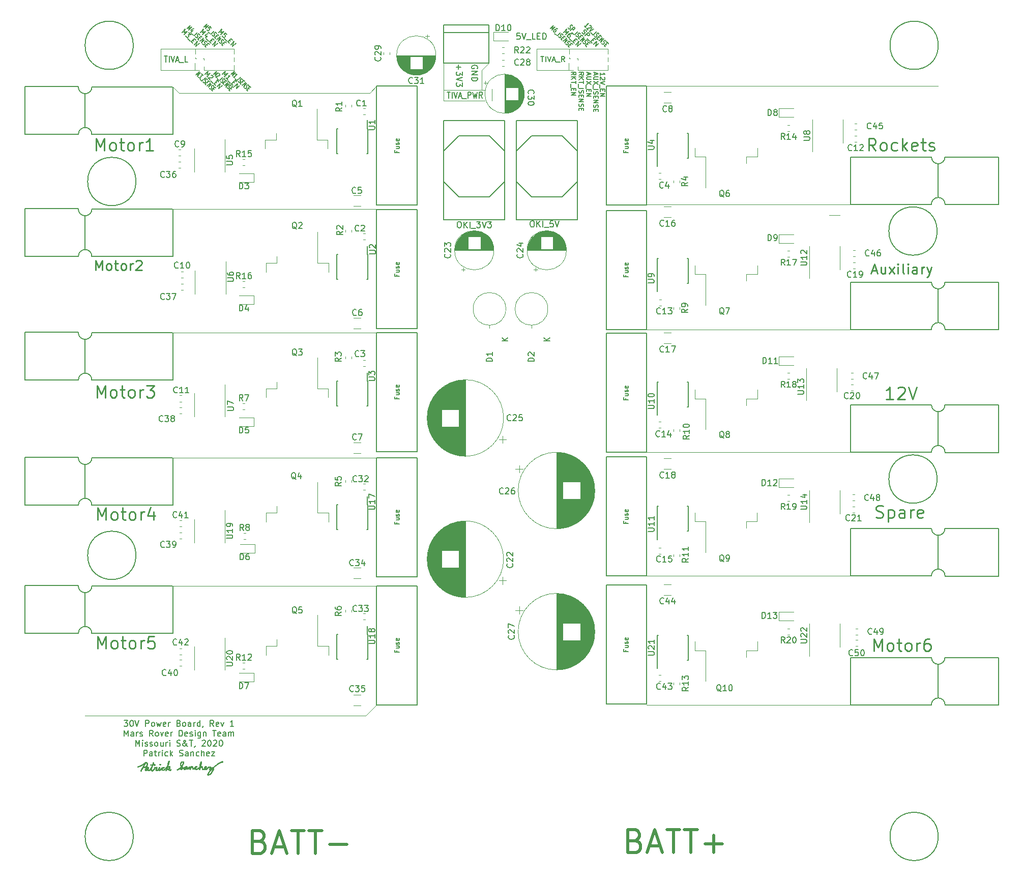
<source format=gbr>
G04 #@! TF.GenerationSoftware,KiCad,Pcbnew,(5.1.4)-1*
G04 #@! TF.CreationDate,2019-12-13T17:37:31-06:00*
G04 #@! TF.ProjectId,PowerBoard_Hardware,506f7765-7242-46f6-9172-645f48617264,rev?*
G04 #@! TF.SameCoordinates,Original*
G04 #@! TF.FileFunction,Legend,Top*
G04 #@! TF.FilePolarity,Positive*
%FSLAX46Y46*%
G04 Gerber Fmt 4.6, Leading zero omitted, Abs format (unit mm)*
G04 Created by KiCad (PCBNEW (5.1.4)-1) date 2019-12-13 17:37:31*
%MOMM*%
%LPD*%
G04 APERTURE LIST*
%ADD10C,0.120000*%
%ADD11C,0.150000*%
%ADD12C,0.254000*%
%ADD13C,0.146050*%
%ADD14C,0.127000*%
%ADD15C,0.508000*%
%ADD16C,0.010000*%
G04 APERTURE END LIST*
D10*
X189992000Y-41275000D02*
X238506000Y-41275000D01*
X223901000Y-60960000D02*
X189992000Y-60960000D01*
X223901000Y-81788000D02*
X189992000Y-81788000D01*
X223926400Y-102235000D02*
X189992000Y-102235000D01*
X223901000Y-122809000D02*
X189992000Y-122809000D01*
X223926400Y-144272000D02*
X189992000Y-144272000D01*
X143256000Y-146050000D02*
X96520000Y-146050000D01*
X145034000Y-144272000D02*
X143256000Y-146050000D01*
X111099600Y-124460000D02*
X145034000Y-124460000D01*
X111125000Y-103124000D02*
X145034000Y-103124000D01*
X111125000Y-82296000D02*
X145034000Y-82296000D01*
X110998000Y-61722000D02*
X145034000Y-61722000D01*
X143891000Y-42418000D02*
X143256000Y-42418000D01*
X145034000Y-41275000D02*
X143891000Y-42418000D01*
X143510000Y-42418000D02*
X143764000Y-42418000D01*
X124206000Y-42418000D02*
X143510000Y-42418000D01*
X162560000Y-38608000D02*
X162560000Y-41910000D01*
X163703000Y-37465000D02*
X162560000Y-38608000D01*
X162560000Y-41783000D02*
X162560000Y-41910000D01*
X163068000Y-41910000D02*
X156210000Y-41910000D01*
X156210000Y-43688000D02*
X163068000Y-43688000D01*
X156210000Y-37465000D02*
X156210000Y-43688000D01*
X124206000Y-42418000D02*
X121793000Y-42418000D01*
D11*
X172360166Y-36343166D02*
X172868166Y-36343166D01*
X172614166Y-37232166D02*
X172614166Y-36343166D01*
X173164500Y-37232166D02*
X173164500Y-36343166D01*
X173460833Y-36343166D02*
X173757166Y-37232166D01*
X174053500Y-36343166D01*
X174307500Y-36978166D02*
X174730833Y-36978166D01*
X174222833Y-37232166D02*
X174519166Y-36343166D01*
X174815500Y-37232166D01*
X174900166Y-37316833D02*
X175577500Y-37316833D01*
X176297166Y-37232166D02*
X176000833Y-36808833D01*
X175789166Y-37232166D02*
X175789166Y-36343166D01*
X176127833Y-36343166D01*
X176212500Y-36385500D01*
X176254833Y-36427833D01*
X176297166Y-36512500D01*
X176297166Y-36639500D01*
X176254833Y-36724166D01*
X176212500Y-36766500D01*
X176127833Y-36808833D01*
X175789166Y-36808833D01*
D10*
X222123000Y-62738000D02*
X220345000Y-62738000D01*
X112141000Y-42418000D02*
X121793000Y-42418000D01*
X111125000Y-41402000D02*
X112141000Y-42418000D01*
D12*
X98621547Y-134904238D02*
X98621547Y-132872238D01*
X99298880Y-134323666D01*
X99976214Y-132872238D01*
X99976214Y-134904238D01*
X101234119Y-134904238D02*
X101040595Y-134807476D01*
X100943833Y-134710714D01*
X100847071Y-134517190D01*
X100847071Y-133936619D01*
X100943833Y-133743095D01*
X101040595Y-133646333D01*
X101234119Y-133549571D01*
X101524404Y-133549571D01*
X101717928Y-133646333D01*
X101814690Y-133743095D01*
X101911452Y-133936619D01*
X101911452Y-134517190D01*
X101814690Y-134710714D01*
X101717928Y-134807476D01*
X101524404Y-134904238D01*
X101234119Y-134904238D01*
X102492023Y-133549571D02*
X103266119Y-133549571D01*
X102782309Y-132872238D02*
X102782309Y-134613952D01*
X102879071Y-134807476D01*
X103072595Y-134904238D01*
X103266119Y-134904238D01*
X104233738Y-134904238D02*
X104040214Y-134807476D01*
X103943452Y-134710714D01*
X103846690Y-134517190D01*
X103846690Y-133936619D01*
X103943452Y-133743095D01*
X104040214Y-133646333D01*
X104233738Y-133549571D01*
X104524023Y-133549571D01*
X104717547Y-133646333D01*
X104814309Y-133743095D01*
X104911071Y-133936619D01*
X104911071Y-134517190D01*
X104814309Y-134710714D01*
X104717547Y-134807476D01*
X104524023Y-134904238D01*
X104233738Y-134904238D01*
X105781928Y-134904238D02*
X105781928Y-133549571D01*
X105781928Y-133936619D02*
X105878690Y-133743095D01*
X105975452Y-133646333D01*
X106168976Y-133549571D01*
X106362500Y-133549571D01*
X108007452Y-132872238D02*
X107039833Y-132872238D01*
X106943071Y-133839857D01*
X107039833Y-133743095D01*
X107233357Y-133646333D01*
X107717166Y-133646333D01*
X107910690Y-133743095D01*
X108007452Y-133839857D01*
X108104214Y-134033380D01*
X108104214Y-134517190D01*
X108007452Y-134710714D01*
X107910690Y-134807476D01*
X107717166Y-134904238D01*
X107233357Y-134904238D01*
X107039833Y-134807476D01*
X106943071Y-134710714D01*
X98621547Y-113504738D02*
X98621547Y-111472738D01*
X99298880Y-112924166D01*
X99976214Y-111472738D01*
X99976214Y-113504738D01*
X101234119Y-113504738D02*
X101040595Y-113407976D01*
X100943833Y-113311214D01*
X100847071Y-113117690D01*
X100847071Y-112537119D01*
X100943833Y-112343595D01*
X101040595Y-112246833D01*
X101234119Y-112150071D01*
X101524404Y-112150071D01*
X101717928Y-112246833D01*
X101814690Y-112343595D01*
X101911452Y-112537119D01*
X101911452Y-113117690D01*
X101814690Y-113311214D01*
X101717928Y-113407976D01*
X101524404Y-113504738D01*
X101234119Y-113504738D01*
X102492023Y-112150071D02*
X103266119Y-112150071D01*
X102782309Y-111472738D02*
X102782309Y-113214452D01*
X102879071Y-113407976D01*
X103072595Y-113504738D01*
X103266119Y-113504738D01*
X104233738Y-113504738D02*
X104040214Y-113407976D01*
X103943452Y-113311214D01*
X103846690Y-113117690D01*
X103846690Y-112537119D01*
X103943452Y-112343595D01*
X104040214Y-112246833D01*
X104233738Y-112150071D01*
X104524023Y-112150071D01*
X104717547Y-112246833D01*
X104814309Y-112343595D01*
X104911071Y-112537119D01*
X104911071Y-113117690D01*
X104814309Y-113311214D01*
X104717547Y-113407976D01*
X104524023Y-113504738D01*
X104233738Y-113504738D01*
X105781928Y-113504738D02*
X105781928Y-112150071D01*
X105781928Y-112537119D02*
X105878690Y-112343595D01*
X105975452Y-112246833D01*
X106168976Y-112150071D01*
X106362500Y-112150071D01*
X107910690Y-112150071D02*
X107910690Y-113504738D01*
X107426880Y-111375976D02*
X106943071Y-112827404D01*
X108200976Y-112827404D01*
X227780547Y-135285238D02*
X227780547Y-133253238D01*
X228457880Y-134704666D01*
X229135214Y-133253238D01*
X229135214Y-135285238D01*
X230393119Y-135285238D02*
X230199595Y-135188476D01*
X230102833Y-135091714D01*
X230006071Y-134898190D01*
X230006071Y-134317619D01*
X230102833Y-134124095D01*
X230199595Y-134027333D01*
X230393119Y-133930571D01*
X230683404Y-133930571D01*
X230876928Y-134027333D01*
X230973690Y-134124095D01*
X231070452Y-134317619D01*
X231070452Y-134898190D01*
X230973690Y-135091714D01*
X230876928Y-135188476D01*
X230683404Y-135285238D01*
X230393119Y-135285238D01*
X231651023Y-133930571D02*
X232425119Y-133930571D01*
X231941309Y-133253238D02*
X231941309Y-134994952D01*
X232038071Y-135188476D01*
X232231595Y-135285238D01*
X232425119Y-135285238D01*
X233392738Y-135285238D02*
X233199214Y-135188476D01*
X233102452Y-135091714D01*
X233005690Y-134898190D01*
X233005690Y-134317619D01*
X233102452Y-134124095D01*
X233199214Y-134027333D01*
X233392738Y-133930571D01*
X233683023Y-133930571D01*
X233876547Y-134027333D01*
X233973309Y-134124095D01*
X234070071Y-134317619D01*
X234070071Y-134898190D01*
X233973309Y-135091714D01*
X233876547Y-135188476D01*
X233683023Y-135285238D01*
X233392738Y-135285238D01*
X234940928Y-135285238D02*
X234940928Y-133930571D01*
X234940928Y-134317619D02*
X235037690Y-134124095D01*
X235134452Y-134027333D01*
X235327976Y-133930571D01*
X235521500Y-133930571D01*
X237069690Y-133253238D02*
X236682642Y-133253238D01*
X236489119Y-133350000D01*
X236392357Y-133446761D01*
X236198833Y-133737047D01*
X236102071Y-134124095D01*
X236102071Y-134898190D01*
X236198833Y-135091714D01*
X236295595Y-135188476D01*
X236489119Y-135285238D01*
X236876166Y-135285238D01*
X237069690Y-135188476D01*
X237166452Y-135091714D01*
X237263214Y-134898190D01*
X237263214Y-134414380D01*
X237166452Y-134220857D01*
X237069690Y-134124095D01*
X236876166Y-134027333D01*
X236489119Y-134027333D01*
X236295595Y-134124095D01*
X236198833Y-134220857D01*
X236102071Y-134414380D01*
D10*
X171704000Y-38608000D02*
X176913000Y-38608000D01*
X171704000Y-35065000D02*
X171704000Y-38608000D01*
X176978000Y-35065000D02*
X171704000Y-35065000D01*
X109093000Y-38608000D02*
X114683000Y-38608000D01*
X109093000Y-35065000D02*
X109093000Y-38608000D01*
X114748000Y-35065000D02*
X109093000Y-35065000D01*
D11*
X118730816Y-32350316D02*
X119269632Y-31811501D01*
X119064369Y-32375974D01*
X119628842Y-32170711D01*
X119090027Y-32709526D01*
X120142000Y-32683868D02*
X119885421Y-32427290D01*
X119603184Y-32658211D01*
X119654500Y-32658211D01*
X119731474Y-32683868D01*
X119859763Y-32812158D01*
X119885421Y-32889131D01*
X119885421Y-32940447D01*
X119859763Y-33017421D01*
X119731474Y-33145710D01*
X119654500Y-33171368D01*
X119603184Y-33171368D01*
X119526211Y-33145710D01*
X119397921Y-33017421D01*
X119372263Y-32940447D01*
X119372263Y-32889131D01*
X119680158Y-33402289D02*
X120090684Y-33812815D01*
X120552525Y-33607552D02*
X120732131Y-33787157D01*
X120526868Y-34146367D02*
X120270289Y-33889788D01*
X120809104Y-33350973D01*
X121065683Y-33607552D01*
X120757788Y-34377288D02*
X121296604Y-33838473D01*
X121065683Y-34685183D01*
X121604498Y-34146367D01*
X115682816Y-32350316D02*
X116221632Y-31811501D01*
X116016369Y-32375974D01*
X116580842Y-32170711D01*
X116042027Y-32709526D01*
X116888737Y-32837816D02*
X116529526Y-33197026D01*
X116965710Y-32504263D02*
X116452553Y-32760842D01*
X116786105Y-33094394D01*
X116632158Y-33402289D02*
X117042684Y-33812815D01*
X117504525Y-33607552D02*
X117684131Y-33787157D01*
X117478868Y-34146367D02*
X117222289Y-33889788D01*
X117761104Y-33350973D01*
X118017683Y-33607552D01*
X117709788Y-34377288D02*
X118248604Y-33838473D01*
X118017683Y-34685183D01*
X118556498Y-34146367D01*
D13*
X116292567Y-31436066D02*
X116831382Y-30897251D01*
X116584211Y-31419816D01*
X117106777Y-31172645D01*
X116567961Y-31711461D01*
X117500197Y-31566066D02*
X117303487Y-31369356D01*
X117027237Y-31606264D01*
X117072566Y-31600277D01*
X117137566Y-31613961D01*
X117235921Y-31712316D01*
X117249605Y-31777316D01*
X117243619Y-31822645D01*
X117211974Y-31893632D01*
X117083685Y-32021921D01*
X117012698Y-32053566D01*
X116967369Y-32059553D01*
X116902369Y-32045868D01*
X116804014Y-31947513D01*
X116790329Y-31882513D01*
X116796316Y-31837184D01*
X117008421Y-32254553D02*
X117323158Y-32569289D01*
X117472829Y-32616329D02*
X118011644Y-32077513D01*
X117675526Y-32767710D02*
X117708881Y-32852381D01*
X117807237Y-32950736D01*
X117872237Y-32964420D01*
X117917565Y-32958434D01*
X117988552Y-32926789D01*
X118039868Y-32875473D01*
X118071513Y-32804486D01*
X118077500Y-32759157D01*
X118063815Y-32694157D01*
X118010789Y-32589815D01*
X117997105Y-32524815D01*
X118003092Y-32479487D01*
X118034736Y-32408500D01*
X118086052Y-32357184D01*
X118157039Y-32325539D01*
X118202368Y-32319552D01*
X118267368Y-32333237D01*
X118365723Y-32431592D01*
X118399078Y-32516263D01*
X118345197Y-32924223D02*
X118482894Y-33061920D01*
X118259670Y-33403170D02*
X118062960Y-33206460D01*
X118601775Y-32667644D01*
X118798486Y-32864355D01*
X118436710Y-33580209D02*
X118975525Y-33041394D01*
X118672762Y-33816262D01*
X119211578Y-33277446D01*
X118875459Y-33967643D02*
X118908815Y-34052314D01*
X119007170Y-34150669D01*
X119072170Y-34164354D01*
X119117499Y-34158367D01*
X119188485Y-34126722D01*
X119239801Y-34075406D01*
X119271446Y-34004420D01*
X119277433Y-33959091D01*
X119263749Y-33894091D01*
X119210722Y-33789749D01*
X119197038Y-33724749D01*
X119203025Y-33679420D01*
X119234670Y-33608433D01*
X119285985Y-33557117D01*
X119356972Y-33525473D01*
X119402301Y-33519486D01*
X119467301Y-33533170D01*
X119565656Y-33631525D01*
X119599011Y-33716196D01*
X119545130Y-34124156D02*
X119682827Y-34261854D01*
X119459604Y-34603103D02*
X119262893Y-34406393D01*
X119801709Y-33867578D01*
X119998419Y-34064288D01*
X113498567Y-31690066D02*
X114037382Y-31151251D01*
X113790211Y-31673816D01*
X114312777Y-31426645D01*
X113773961Y-31965461D01*
X114506921Y-31980000D02*
X114147711Y-32339211D01*
X114613829Y-31676382D02*
X114130606Y-31962895D01*
X114386329Y-32218619D01*
X114214421Y-32508553D02*
X114529158Y-32823289D01*
X114678829Y-32870329D02*
X115217644Y-32331513D01*
X114881526Y-33021710D02*
X114914881Y-33106381D01*
X115013237Y-33204736D01*
X115078237Y-33218420D01*
X115123565Y-33212434D01*
X115194552Y-33180789D01*
X115245868Y-33129473D01*
X115277513Y-33058486D01*
X115283500Y-33013157D01*
X115269815Y-32948157D01*
X115216789Y-32843815D01*
X115203105Y-32778815D01*
X115209092Y-32733487D01*
X115240736Y-32662500D01*
X115292052Y-32611184D01*
X115363039Y-32579539D01*
X115408368Y-32573552D01*
X115473368Y-32587237D01*
X115571723Y-32685592D01*
X115605078Y-32770263D01*
X115551197Y-33178223D02*
X115688894Y-33315920D01*
X115465670Y-33657170D02*
X115268960Y-33460460D01*
X115807775Y-32921644D01*
X116004486Y-33118355D01*
X115642710Y-33834209D02*
X116181525Y-33295394D01*
X115878762Y-34070262D01*
X116417578Y-33531446D01*
X116081459Y-34221643D02*
X116114815Y-34306314D01*
X116213170Y-34404669D01*
X116278170Y-34418354D01*
X116323499Y-34412367D01*
X116394485Y-34380722D01*
X116445801Y-34329406D01*
X116477446Y-34258420D01*
X116483433Y-34213091D01*
X116469749Y-34148091D01*
X116416722Y-34043749D01*
X116403038Y-33978749D01*
X116409025Y-33933420D01*
X116440670Y-33862433D01*
X116491985Y-33811117D01*
X116562972Y-33779473D01*
X116608301Y-33773486D01*
X116673301Y-33787170D01*
X116771656Y-33885525D01*
X116805011Y-33970196D01*
X116751130Y-34378156D02*
X116888827Y-34515854D01*
X116665604Y-34857103D02*
X116468893Y-34660393D01*
X117007709Y-34121578D01*
X117204419Y-34318288D01*
X173950567Y-31690066D02*
X174489382Y-31151251D01*
X174242211Y-31673816D01*
X174764777Y-31426645D01*
X174225961Y-31965461D01*
X175138526Y-31800395D02*
X175059842Y-31721711D01*
X174994842Y-31708027D01*
X174949513Y-31714014D01*
X174833198Y-31751645D01*
X174710895Y-31834606D01*
X174505632Y-32039869D01*
X174473987Y-32110855D01*
X174468001Y-32156184D01*
X174481685Y-32221184D01*
X174560369Y-32299868D01*
X174625369Y-32313553D01*
X174670698Y-32307566D01*
X174741685Y-32275921D01*
X174869974Y-32147632D01*
X174901619Y-32076645D01*
X174907605Y-32031316D01*
X174893921Y-31966316D01*
X174815237Y-31887632D01*
X174750237Y-31873948D01*
X174704908Y-31879935D01*
X174633921Y-31911579D01*
X174666421Y-32508553D02*
X174981158Y-32823289D01*
X175130829Y-32870329D02*
X175669644Y-32331513D01*
X175333526Y-33021710D02*
X175366881Y-33106381D01*
X175465237Y-33204736D01*
X175530237Y-33218420D01*
X175575565Y-33212434D01*
X175646552Y-33180789D01*
X175697868Y-33129473D01*
X175729513Y-33058486D01*
X175735500Y-33013157D01*
X175721815Y-32948157D01*
X175668789Y-32843815D01*
X175655105Y-32778815D01*
X175661092Y-32733487D01*
X175692736Y-32662500D01*
X175744052Y-32611184D01*
X175815039Y-32579539D01*
X175860368Y-32573552D01*
X175925368Y-32587237D01*
X176023723Y-32685592D01*
X176057078Y-32770263D01*
X176003197Y-33178223D02*
X176140894Y-33315920D01*
X175917670Y-33657170D02*
X175720960Y-33460460D01*
X176259775Y-32921644D01*
X176456486Y-33118355D01*
X176094710Y-33834209D02*
X176633525Y-33295394D01*
X176330762Y-34070262D01*
X176869578Y-33531446D01*
X176533459Y-34221643D02*
X176566815Y-34306314D01*
X176665170Y-34404669D01*
X176730170Y-34418354D01*
X176775499Y-34412367D01*
X176846485Y-34380722D01*
X176897801Y-34329406D01*
X176929446Y-34258420D01*
X176935433Y-34213091D01*
X176921749Y-34148091D01*
X176868722Y-34043749D01*
X176855038Y-33978749D01*
X176861025Y-33933420D01*
X176892670Y-33862433D01*
X176943985Y-33811117D01*
X177014972Y-33779473D01*
X177060301Y-33773486D01*
X177125301Y-33787170D01*
X177223656Y-33885525D01*
X177257011Y-33970196D01*
X177203130Y-34378156D02*
X177340827Y-34515854D01*
X177117604Y-34857103D02*
X176920893Y-34660393D01*
X177459709Y-34121578D01*
X177656419Y-34318288D01*
D11*
X176134816Y-32350316D02*
X176673632Y-31811501D01*
X176468369Y-32375974D01*
X177032842Y-32170711D01*
X176494027Y-32709526D01*
X177520342Y-32658211D02*
X177417710Y-32555579D01*
X177340737Y-32529921D01*
X177289421Y-32529921D01*
X177161131Y-32555579D01*
X177032842Y-32632553D01*
X176827579Y-32837816D01*
X176801921Y-32914789D01*
X176801921Y-32966105D01*
X176827579Y-33043079D01*
X176930211Y-33145710D01*
X177007184Y-33171368D01*
X177058500Y-33171368D01*
X177135474Y-33145710D01*
X177263763Y-33017421D01*
X177289421Y-32940447D01*
X177289421Y-32889131D01*
X177263763Y-32812158D01*
X177161131Y-32709526D01*
X177084158Y-32683868D01*
X177032842Y-32683868D01*
X176955868Y-32709526D01*
X177084158Y-33402289D02*
X177494684Y-33812815D01*
X177956525Y-33607552D02*
X178136131Y-33787157D01*
X177930868Y-34146367D02*
X177674289Y-33889788D01*
X178213104Y-33350973D01*
X178469683Y-33607552D01*
X178161788Y-34377288D02*
X178700604Y-33838473D01*
X178469683Y-34685183D01*
X179008498Y-34146367D01*
D12*
X98231476Y-71930380D02*
X98231476Y-70279380D01*
X98781809Y-71458666D01*
X99332142Y-70279380D01*
X99332142Y-71930380D01*
X100354190Y-71930380D02*
X100196952Y-71851761D01*
X100118333Y-71773142D01*
X100039714Y-71615904D01*
X100039714Y-71144190D01*
X100118333Y-70986952D01*
X100196952Y-70908333D01*
X100354190Y-70829714D01*
X100590047Y-70829714D01*
X100747285Y-70908333D01*
X100825904Y-70986952D01*
X100904523Y-71144190D01*
X100904523Y-71615904D01*
X100825904Y-71773142D01*
X100747285Y-71851761D01*
X100590047Y-71930380D01*
X100354190Y-71930380D01*
X101376238Y-70829714D02*
X102005190Y-70829714D01*
X101612095Y-70279380D02*
X101612095Y-71694523D01*
X101690714Y-71851761D01*
X101847952Y-71930380D01*
X102005190Y-71930380D01*
X102791380Y-71930380D02*
X102634142Y-71851761D01*
X102555523Y-71773142D01*
X102476904Y-71615904D01*
X102476904Y-71144190D01*
X102555523Y-70986952D01*
X102634142Y-70908333D01*
X102791380Y-70829714D01*
X103027238Y-70829714D01*
X103184476Y-70908333D01*
X103263095Y-70986952D01*
X103341714Y-71144190D01*
X103341714Y-71615904D01*
X103263095Y-71773142D01*
X103184476Y-71851761D01*
X103027238Y-71930380D01*
X102791380Y-71930380D01*
X104049285Y-71930380D02*
X104049285Y-70829714D01*
X104049285Y-71144190D02*
X104127904Y-70986952D01*
X104206523Y-70908333D01*
X104363761Y-70829714D01*
X104521000Y-70829714D01*
X104992714Y-70436619D02*
X105071333Y-70358000D01*
X105228571Y-70279380D01*
X105621666Y-70279380D01*
X105778904Y-70358000D01*
X105857523Y-70436619D01*
X105936142Y-70593857D01*
X105936142Y-70751095D01*
X105857523Y-70986952D01*
X104914095Y-71930380D01*
X105936142Y-71930380D01*
D10*
X164211000Y-43688000D02*
X164211000Y-41783000D01*
D11*
X161790000Y-38354095D02*
X161837619Y-38258857D01*
X161837619Y-38116000D01*
X161790000Y-37973142D01*
X161694761Y-37877904D01*
X161599523Y-37830285D01*
X161409047Y-37782666D01*
X161266190Y-37782666D01*
X161075714Y-37830285D01*
X160980476Y-37877904D01*
X160885238Y-37973142D01*
X160837619Y-38116000D01*
X160837619Y-38211238D01*
X160885238Y-38354095D01*
X160932857Y-38401714D01*
X161266190Y-38401714D01*
X161266190Y-38211238D01*
X160837619Y-38830285D02*
X161837619Y-38830285D01*
X160837619Y-39401714D01*
X161837619Y-39401714D01*
X160837619Y-39877904D02*
X161837619Y-39877904D01*
X161837619Y-40116000D01*
X161790000Y-40258857D01*
X161694761Y-40354095D01*
X161599523Y-40401714D01*
X161409047Y-40449333D01*
X161266190Y-40449333D01*
X161075714Y-40401714D01*
X160980476Y-40354095D01*
X160885238Y-40258857D01*
X160837619Y-40116000D01*
X160837619Y-39877904D01*
X158678571Y-37735095D02*
X158678571Y-38497000D01*
X158297619Y-38116047D02*
X159059523Y-38116047D01*
X159297619Y-38877952D02*
X159297619Y-39497000D01*
X158916666Y-39163666D01*
X158916666Y-39306523D01*
X158869047Y-39401761D01*
X158821428Y-39449380D01*
X158726190Y-39497000D01*
X158488095Y-39497000D01*
X158392857Y-39449380D01*
X158345238Y-39401761D01*
X158297619Y-39306523D01*
X158297619Y-39020809D01*
X158345238Y-38925571D01*
X158392857Y-38877952D01*
X159297619Y-39782714D02*
X158297619Y-40116047D01*
X159297619Y-40449380D01*
X159297619Y-40687476D02*
X159297619Y-41306523D01*
X158916666Y-40973190D01*
X158916666Y-41116047D01*
X158869047Y-41211285D01*
X158821428Y-41258904D01*
X158726190Y-41306523D01*
X158488095Y-41306523D01*
X158392857Y-41258904D01*
X158345238Y-41211285D01*
X158297619Y-41116047D01*
X158297619Y-40830333D01*
X158345238Y-40735095D01*
X158392857Y-40687476D01*
X156802666Y-42251380D02*
X157310666Y-42251380D01*
X157056666Y-43251380D02*
X157056666Y-42251380D01*
X157607000Y-43251380D02*
X157607000Y-42251380D01*
X157903333Y-42251380D02*
X158199666Y-43251380D01*
X158496000Y-42251380D01*
X158750000Y-42965666D02*
X159173333Y-42965666D01*
X158665333Y-43251380D02*
X158961666Y-42251380D01*
X159258000Y-43251380D01*
X159342666Y-43346619D02*
X160020000Y-43346619D01*
X160231666Y-43251380D02*
X160231666Y-42251380D01*
X160570333Y-42251380D01*
X160655000Y-42299000D01*
X160697333Y-42346619D01*
X160739666Y-42441857D01*
X160739666Y-42584714D01*
X160697333Y-42679952D01*
X160655000Y-42727571D01*
X160570333Y-42775190D01*
X160231666Y-42775190D01*
X161036000Y-42251380D02*
X161247666Y-43251380D01*
X161417000Y-42537095D01*
X161586333Y-43251380D01*
X161798000Y-42251380D01*
X162644666Y-43251380D02*
X162348333Y-42775190D01*
X162136666Y-43251380D02*
X162136666Y-42251380D01*
X162475333Y-42251380D01*
X162560000Y-42299000D01*
X162602333Y-42346619D01*
X162644666Y-42441857D01*
X162644666Y-42584714D01*
X162602333Y-42679952D01*
X162560000Y-42727571D01*
X162475333Y-42775190D01*
X162136666Y-42775190D01*
X179221303Y-32337487D02*
X179272619Y-32440119D01*
X179400908Y-32568408D01*
X179477882Y-32594066D01*
X179529198Y-32594066D01*
X179606171Y-32568408D01*
X179657487Y-32517092D01*
X179683145Y-32440119D01*
X179683145Y-32388803D01*
X179657487Y-32311829D01*
X179580513Y-32183540D01*
X179554856Y-32106566D01*
X179554856Y-32055250D01*
X179580513Y-31978277D01*
X179631829Y-31926961D01*
X179708803Y-31901303D01*
X179760119Y-31901303D01*
X179837092Y-31926961D01*
X179965382Y-32055250D01*
X180016697Y-32157882D01*
X179734461Y-32901960D02*
X180273276Y-32363145D01*
X180478539Y-32568408D01*
X180504197Y-32645382D01*
X180504197Y-32696697D01*
X180478539Y-32773671D01*
X180401565Y-32850645D01*
X180324592Y-32876302D01*
X180273276Y-32876302D01*
X180196302Y-32850645D01*
X179991039Y-32645382D01*
X180093671Y-33363802D02*
X180504197Y-33774328D01*
X180966039Y-33569065D02*
X181145644Y-33748670D01*
X180940381Y-34107880D02*
X180683802Y-33851302D01*
X181222617Y-33312486D01*
X181479196Y-33569065D01*
X181171302Y-34338801D02*
X181710117Y-33799986D01*
X181479196Y-34646696D01*
X182018012Y-34107880D01*
D13*
X176907060Y-31547244D02*
X176940415Y-31631915D01*
X177038771Y-31730270D01*
X177103770Y-31743954D01*
X177149099Y-31737968D01*
X177220086Y-31706323D01*
X177271402Y-31655007D01*
X177303047Y-31584020D01*
X177309033Y-31538691D01*
X177295349Y-31473691D01*
X177242323Y-31369349D01*
X177228639Y-31304349D01*
X177234626Y-31259021D01*
X177266270Y-31188034D01*
X177317586Y-31136718D01*
X177388573Y-31105073D01*
X177433902Y-31099086D01*
X177498902Y-31112771D01*
X177597257Y-31211126D01*
X177630612Y-31295797D01*
X177294494Y-31985994D02*
X177833309Y-31447178D01*
X177990678Y-31604547D01*
X178004362Y-31669547D01*
X177998375Y-31714875D01*
X177966730Y-31785862D01*
X177889757Y-31862836D01*
X177818770Y-31894481D01*
X177773441Y-31900467D01*
X177708441Y-31886783D01*
X177551073Y-31729415D01*
X177557915Y-32352046D02*
X177872651Y-32666783D01*
X178022322Y-32713822D02*
X178561138Y-32175007D01*
X178225020Y-32865203D02*
X178258375Y-32949874D01*
X178356730Y-33048230D01*
X178421730Y-33061914D01*
X178467059Y-33055927D01*
X178538046Y-33024282D01*
X178589361Y-32972967D01*
X178621006Y-32901980D01*
X178626993Y-32856651D01*
X178613309Y-32791651D01*
X178560282Y-32687309D01*
X178546598Y-32622309D01*
X178552585Y-32576980D01*
X178584230Y-32505993D01*
X178635546Y-32454677D01*
X178706532Y-32423033D01*
X178751861Y-32417046D01*
X178816861Y-32430730D01*
X178915216Y-32529085D01*
X178948572Y-32613756D01*
X178894690Y-33021717D02*
X179032387Y-33159414D01*
X178809164Y-33500663D02*
X178612454Y-33303953D01*
X179151269Y-32765138D01*
X179347979Y-32961848D01*
X178986203Y-33677703D02*
X179525019Y-33138887D01*
X179222256Y-33913755D01*
X179761071Y-33374940D01*
X179424953Y-34065137D02*
X179458308Y-34149808D01*
X179556663Y-34248163D01*
X179621663Y-34261847D01*
X179666992Y-34255860D01*
X179737979Y-34224216D01*
X179789295Y-34172900D01*
X179820939Y-34101913D01*
X179826926Y-34056584D01*
X179813242Y-33991584D01*
X179760216Y-33887242D01*
X179746532Y-33822242D01*
X179752518Y-33776913D01*
X179784163Y-33705926D01*
X179835479Y-33654611D01*
X179906466Y-33622966D01*
X179951795Y-33616979D01*
X180016795Y-33630663D01*
X180115150Y-33729019D01*
X180148505Y-33813690D01*
X180094623Y-34221650D02*
X180232321Y-34359347D01*
X180009097Y-34700597D02*
X179812387Y-34503886D01*
X180351202Y-33965071D01*
X180547913Y-34161781D01*
D11*
X182281285Y-39515142D02*
X182281285Y-39079714D01*
X182281285Y-39297428D02*
X183043285Y-39297428D01*
X182934428Y-39224857D01*
X182861857Y-39152285D01*
X182825571Y-39079714D01*
X182970714Y-39805428D02*
X183007000Y-39841714D01*
X183043285Y-39914285D01*
X183043285Y-40095714D01*
X183007000Y-40168285D01*
X182970714Y-40204571D01*
X182898142Y-40240857D01*
X182825571Y-40240857D01*
X182716714Y-40204571D01*
X182281285Y-39769142D01*
X182281285Y-40240857D01*
X183043285Y-40458571D02*
X182281285Y-40712571D01*
X183043285Y-40966571D01*
X182208714Y-41039142D02*
X182208714Y-41619714D01*
X182680428Y-41801142D02*
X182680428Y-42055142D01*
X182281285Y-42164000D02*
X182281285Y-41801142D01*
X183043285Y-41801142D01*
X183043285Y-42164000D01*
X182281285Y-42490571D02*
X183043285Y-42490571D01*
X182281285Y-42926000D01*
X183043285Y-42926000D01*
D13*
X179871251Y-31514750D02*
X179635198Y-31278698D01*
X179753225Y-31396724D02*
X180292040Y-30857909D01*
X180175724Y-30895540D01*
X180085066Y-30907514D01*
X180020067Y-30893830D01*
X180516119Y-31184619D02*
X180561448Y-31178632D01*
X180626448Y-31192317D01*
X180724803Y-31290672D01*
X180738487Y-31355672D01*
X180732500Y-31401001D01*
X180700855Y-31471987D01*
X180649540Y-31523303D01*
X180552895Y-31580606D01*
X180008948Y-31652448D01*
X180264672Y-31908171D01*
X180921513Y-31487382D02*
X180520395Y-32163895D01*
X181196908Y-31762777D01*
X180646119Y-32392250D02*
X180960855Y-32706986D01*
X181110526Y-32754026D02*
X181649342Y-32215210D01*
X181313223Y-32905407D02*
X181346579Y-32990078D01*
X181444934Y-33088433D01*
X181509934Y-33102118D01*
X181555263Y-33096131D01*
X181626249Y-33064486D01*
X181677565Y-33013170D01*
X181709210Y-32942184D01*
X181715197Y-32896855D01*
X181701513Y-32831855D01*
X181648486Y-32727513D01*
X181634802Y-32662513D01*
X181640789Y-32617184D01*
X181672434Y-32546197D01*
X181723749Y-32494881D01*
X181794736Y-32463237D01*
X181840065Y-32457250D01*
X181905065Y-32470934D01*
X182003420Y-32569289D01*
X182036775Y-32653960D01*
X181982894Y-33061920D02*
X182120591Y-33199618D01*
X181897368Y-33540867D02*
X181700657Y-33344157D01*
X182239473Y-32805342D01*
X182436183Y-33002052D01*
X182074407Y-33717907D02*
X182613222Y-33179091D01*
X182310459Y-33953959D01*
X182849275Y-33415144D01*
X182513157Y-34105341D02*
X182546512Y-34190012D01*
X182644867Y-34288367D01*
X182709867Y-34302051D01*
X182755196Y-34296064D01*
X182826183Y-34264419D01*
X182877499Y-34213104D01*
X182909143Y-34142117D01*
X182915130Y-34096788D01*
X182901446Y-34031788D01*
X182848420Y-33927446D01*
X182834735Y-33862446D01*
X182840722Y-33817117D01*
X182872367Y-33746130D01*
X182923683Y-33694815D01*
X182994669Y-33663170D01*
X183039998Y-33657183D01*
X183104998Y-33670867D01*
X183203354Y-33769222D01*
X183236709Y-33853893D01*
X183182827Y-34261854D02*
X183320524Y-34399551D01*
X183097301Y-34740801D02*
X182900591Y-34544090D01*
X183439406Y-34005275D01*
X183636116Y-34201985D01*
D11*
X180213000Y-39043428D02*
X180213000Y-39406285D01*
X179995285Y-38970857D02*
X180757285Y-39224857D01*
X179995285Y-39478857D01*
X180757285Y-39732857D02*
X180140428Y-39732857D01*
X180067857Y-39769142D01*
X180031571Y-39805428D01*
X179995285Y-39878000D01*
X179995285Y-40023142D01*
X180031571Y-40095714D01*
X180067857Y-40132000D01*
X180140428Y-40168285D01*
X180757285Y-40168285D01*
X180757285Y-40458571D02*
X179995285Y-40966571D01*
X180757285Y-40966571D02*
X179995285Y-40458571D01*
X179922714Y-41075428D02*
X179922714Y-41656000D01*
X180394428Y-41837428D02*
X180394428Y-42091428D01*
X179995285Y-42200285D02*
X179995285Y-41837428D01*
X180757285Y-41837428D01*
X180757285Y-42200285D01*
X179995285Y-42526857D02*
X180757285Y-42526857D01*
X179995285Y-42962285D01*
X180757285Y-42962285D01*
X181356000Y-39061571D02*
X181356000Y-39424428D01*
X181138285Y-38989000D02*
X181900285Y-39243000D01*
X181138285Y-39497000D01*
X181900285Y-39751000D02*
X181283428Y-39751000D01*
X181210857Y-39787285D01*
X181174571Y-39823571D01*
X181138285Y-39896142D01*
X181138285Y-40041285D01*
X181174571Y-40113857D01*
X181210857Y-40150142D01*
X181283428Y-40186428D01*
X181900285Y-40186428D01*
X181900285Y-40476714D02*
X181138285Y-40984714D01*
X181900285Y-40984714D02*
X181138285Y-40476714D01*
X181065714Y-41093571D02*
X181065714Y-41674142D01*
X181138285Y-41855571D02*
X181900285Y-41855571D01*
X181174571Y-42182142D02*
X181138285Y-42291000D01*
X181138285Y-42472428D01*
X181174571Y-42545000D01*
X181210857Y-42581285D01*
X181283428Y-42617571D01*
X181356000Y-42617571D01*
X181428571Y-42581285D01*
X181464857Y-42545000D01*
X181501142Y-42472428D01*
X181537428Y-42327285D01*
X181573714Y-42254714D01*
X181610000Y-42218428D01*
X181682571Y-42182142D01*
X181755142Y-42182142D01*
X181827714Y-42218428D01*
X181864000Y-42254714D01*
X181900285Y-42327285D01*
X181900285Y-42508714D01*
X181864000Y-42617571D01*
X181537428Y-42944142D02*
X181537428Y-43198142D01*
X181138285Y-43307000D02*
X181138285Y-42944142D01*
X181900285Y-42944142D01*
X181900285Y-43307000D01*
X181138285Y-43633571D02*
X181900285Y-43633571D01*
X181138285Y-44069000D01*
X181900285Y-44069000D01*
X181174571Y-44395571D02*
X181138285Y-44504428D01*
X181138285Y-44685857D01*
X181174571Y-44758428D01*
X181210857Y-44794714D01*
X181283428Y-44831000D01*
X181356000Y-44831000D01*
X181428571Y-44794714D01*
X181464857Y-44758428D01*
X181501142Y-44685857D01*
X181537428Y-44540714D01*
X181573714Y-44468142D01*
X181610000Y-44431857D01*
X181682571Y-44395571D01*
X181755142Y-44395571D01*
X181827714Y-44431857D01*
X181864000Y-44468142D01*
X181900285Y-44540714D01*
X181900285Y-44722142D01*
X181864000Y-44831000D01*
X181537428Y-45157571D02*
X181537428Y-45411571D01*
X181138285Y-45520428D02*
X181138285Y-45157571D01*
X181900285Y-45157571D01*
X181900285Y-45520428D01*
X177455285Y-39424428D02*
X177818142Y-39170428D01*
X177455285Y-38989000D02*
X178217285Y-38989000D01*
X178217285Y-39279285D01*
X178181000Y-39351857D01*
X178144714Y-39388142D01*
X178072142Y-39424428D01*
X177963285Y-39424428D01*
X177890714Y-39388142D01*
X177854428Y-39351857D01*
X177818142Y-39279285D01*
X177818142Y-38989000D01*
X177455285Y-39751000D02*
X178217285Y-39751000D01*
X177455285Y-40186428D02*
X177890714Y-39859857D01*
X178217285Y-40186428D02*
X177781857Y-39751000D01*
X178217285Y-40404142D02*
X178217285Y-40839571D01*
X177455285Y-40621857D02*
X178217285Y-40621857D01*
X177382714Y-40912142D02*
X177382714Y-41492714D01*
X177854428Y-41674142D02*
X177854428Y-41928142D01*
X177455285Y-42037000D02*
X177455285Y-41674142D01*
X178217285Y-41674142D01*
X178217285Y-42037000D01*
X177455285Y-42363571D02*
X178217285Y-42363571D01*
X177455285Y-42799000D01*
X178217285Y-42799000D01*
X178725285Y-39442571D02*
X179088142Y-39188571D01*
X178725285Y-39007142D02*
X179487285Y-39007142D01*
X179487285Y-39297428D01*
X179451000Y-39370000D01*
X179414714Y-39406285D01*
X179342142Y-39442571D01*
X179233285Y-39442571D01*
X179160714Y-39406285D01*
X179124428Y-39370000D01*
X179088142Y-39297428D01*
X179088142Y-39007142D01*
X178725285Y-39769142D02*
X179487285Y-39769142D01*
X178725285Y-40204571D02*
X179160714Y-39878000D01*
X179487285Y-40204571D02*
X179051857Y-39769142D01*
X179487285Y-40422285D02*
X179487285Y-40857714D01*
X178725285Y-40640000D02*
X179487285Y-40640000D01*
X178652714Y-40930285D02*
X178652714Y-41510857D01*
X178725285Y-41692285D02*
X179487285Y-41692285D01*
X178761571Y-42018857D02*
X178725285Y-42127714D01*
X178725285Y-42309142D01*
X178761571Y-42381714D01*
X178797857Y-42418000D01*
X178870428Y-42454285D01*
X178943000Y-42454285D01*
X179015571Y-42418000D01*
X179051857Y-42381714D01*
X179088142Y-42309142D01*
X179124428Y-42164000D01*
X179160714Y-42091428D01*
X179197000Y-42055142D01*
X179269571Y-42018857D01*
X179342142Y-42018857D01*
X179414714Y-42055142D01*
X179451000Y-42091428D01*
X179487285Y-42164000D01*
X179487285Y-42345428D01*
X179451000Y-42454285D01*
X179124428Y-42780857D02*
X179124428Y-43034857D01*
X178725285Y-43143714D02*
X178725285Y-42780857D01*
X179487285Y-42780857D01*
X179487285Y-43143714D01*
X178725285Y-43470285D02*
X179487285Y-43470285D01*
X178725285Y-43905714D01*
X179487285Y-43905714D01*
X178761571Y-44232285D02*
X178725285Y-44341142D01*
X178725285Y-44522571D01*
X178761571Y-44595142D01*
X178797857Y-44631428D01*
X178870428Y-44667714D01*
X178943000Y-44667714D01*
X179015571Y-44631428D01*
X179051857Y-44595142D01*
X179088142Y-44522571D01*
X179124428Y-44377428D01*
X179160714Y-44304857D01*
X179197000Y-44268571D01*
X179269571Y-44232285D01*
X179342142Y-44232285D01*
X179414714Y-44268571D01*
X179451000Y-44304857D01*
X179487285Y-44377428D01*
X179487285Y-44558857D01*
X179451000Y-44667714D01*
X179124428Y-44994285D02*
X179124428Y-45248285D01*
X178725285Y-45357142D02*
X178725285Y-44994285D01*
X179487285Y-44994285D01*
X179487285Y-45357142D01*
X109706833Y-36282380D02*
X110214833Y-36282380D01*
X109960833Y-37282380D02*
X109960833Y-36282380D01*
X110511166Y-37282380D02*
X110511166Y-36282380D01*
X110807500Y-36282380D02*
X111103833Y-37282380D01*
X111400166Y-36282380D01*
X111654166Y-36996666D02*
X112077500Y-36996666D01*
X111569500Y-37282380D02*
X111865833Y-36282380D01*
X112162166Y-37282380D01*
X112246833Y-37377619D02*
X112924166Y-37377619D01*
X113559166Y-37282380D02*
X113135833Y-37282380D01*
X113135833Y-36282380D01*
X119365816Y-39335316D02*
X119904632Y-38796501D01*
X119699369Y-39360974D01*
X120263842Y-39155711D01*
X119725027Y-39694526D01*
X120263842Y-40233342D02*
X119955948Y-39925447D01*
X120109895Y-40079394D02*
X120648710Y-39540579D01*
X120520421Y-39566237D01*
X120417789Y-39566237D01*
X120340816Y-39540579D01*
X120315158Y-40387289D02*
X120725684Y-40797815D01*
X121187525Y-40592552D02*
X121367131Y-40772157D01*
X121161868Y-41131367D02*
X120905289Y-40874788D01*
X121444104Y-40335973D01*
X121700683Y-40592552D01*
X121392788Y-41362288D02*
X121931604Y-40823473D01*
X121700683Y-41670183D01*
X122239498Y-41131367D01*
D14*
X120815830Y-39324829D02*
X121354645Y-38786014D01*
X121089514Y-39290619D01*
X121594119Y-39025487D01*
X121055303Y-39564303D01*
X121414513Y-39923513D02*
X121209250Y-39718250D01*
X121311882Y-39820882D02*
X121850697Y-39282066D01*
X121739513Y-39324829D01*
X121653987Y-39341935D01*
X121594119Y-39333382D01*
X121431619Y-40043250D02*
X121705303Y-40316934D01*
X121842145Y-40351144D02*
X122380960Y-39812329D01*
X122021750Y-40479434D02*
X122047408Y-40556407D01*
X122132934Y-40641934D01*
X122192802Y-40650486D01*
X122235565Y-40641934D01*
X122303986Y-40607723D01*
X122355302Y-40556407D01*
X122389513Y-40487986D01*
X122398065Y-40445223D01*
X122389513Y-40385355D01*
X122346750Y-40291276D01*
X122338197Y-40231408D01*
X122346750Y-40188644D01*
X122380960Y-40120223D01*
X122432276Y-40068908D01*
X122500697Y-40034697D01*
X122543460Y-40026145D01*
X122603328Y-40034697D01*
X122688855Y-40120223D01*
X122714512Y-40197197D01*
X122637539Y-40582065D02*
X122757276Y-40701802D01*
X122526355Y-41035354D02*
X122355302Y-40864302D01*
X122894118Y-40325486D01*
X123065170Y-40496539D01*
X122680302Y-41189302D02*
X123219117Y-40650486D01*
X122885565Y-41394565D01*
X123424380Y-40855749D01*
X123065170Y-41522854D02*
X123090828Y-41599828D01*
X123176354Y-41685354D01*
X123236223Y-41693906D01*
X123278986Y-41685354D01*
X123347407Y-41651143D01*
X123398722Y-41599828D01*
X123432933Y-41531407D01*
X123441486Y-41488643D01*
X123432933Y-41428775D01*
X123390170Y-41334696D01*
X123381617Y-41274828D01*
X123390170Y-41232065D01*
X123424380Y-41163644D01*
X123475696Y-41112328D01*
X123544117Y-41078117D01*
X123586880Y-41069565D01*
X123646749Y-41078117D01*
X123732275Y-41163644D01*
X123757933Y-41240617D01*
X123680959Y-41625485D02*
X123800696Y-41745222D01*
X123569775Y-42078775D02*
X123398722Y-41907722D01*
X123937538Y-41368907D01*
X124108590Y-41539959D01*
X117894830Y-39324829D02*
X118433645Y-38786014D01*
X118168514Y-39290619D01*
X118673119Y-39025487D01*
X118134303Y-39564303D01*
X118775750Y-39230750D02*
X118818513Y-39222198D01*
X118878382Y-39230750D01*
X118963908Y-39316277D01*
X118972460Y-39376145D01*
X118963908Y-39418908D01*
X118929697Y-39487329D01*
X118878382Y-39538645D01*
X118784303Y-39598513D01*
X118271145Y-39701145D01*
X118493513Y-39923513D01*
X118510619Y-40043250D02*
X118784303Y-40316934D01*
X118921145Y-40351144D02*
X119459960Y-39812329D01*
X119100750Y-40479434D02*
X119126408Y-40556407D01*
X119211934Y-40641934D01*
X119271802Y-40650486D01*
X119314565Y-40641934D01*
X119382986Y-40607723D01*
X119434302Y-40556407D01*
X119468513Y-40487986D01*
X119477065Y-40445223D01*
X119468513Y-40385355D01*
X119425750Y-40291276D01*
X119417197Y-40231408D01*
X119425750Y-40188644D01*
X119459960Y-40120223D01*
X119511276Y-40068908D01*
X119579697Y-40034697D01*
X119622460Y-40026145D01*
X119682328Y-40034697D01*
X119767855Y-40120223D01*
X119793512Y-40197197D01*
X119716539Y-40582065D02*
X119836276Y-40701802D01*
X119605355Y-41035354D02*
X119434302Y-40864302D01*
X119973118Y-40325486D01*
X120144170Y-40496539D01*
X119759302Y-41189302D02*
X120298117Y-40650486D01*
X119964565Y-41394565D01*
X120503380Y-40855749D01*
X120144170Y-41522854D02*
X120169828Y-41599828D01*
X120255354Y-41685354D01*
X120315223Y-41693906D01*
X120357986Y-41685354D01*
X120426407Y-41651143D01*
X120477722Y-41599828D01*
X120511933Y-41531407D01*
X120520486Y-41488643D01*
X120511933Y-41428775D01*
X120469170Y-41334696D01*
X120460617Y-41274828D01*
X120469170Y-41232065D01*
X120503380Y-41163644D01*
X120554696Y-41112328D01*
X120623117Y-41078117D01*
X120665880Y-41069565D01*
X120725749Y-41078117D01*
X120811275Y-41163644D01*
X120836933Y-41240617D01*
X120759959Y-41625485D02*
X120879696Y-41745222D01*
X120648775Y-42078775D02*
X120477722Y-41907722D01*
X121016538Y-41368907D01*
X121187590Y-41539959D01*
D11*
X116444816Y-39335316D02*
X116983632Y-38796501D01*
X116778369Y-39360974D01*
X117342842Y-39155711D01*
X116804027Y-39694526D01*
X117522447Y-39437948D02*
X117573763Y-39437948D01*
X117650737Y-39463605D01*
X117779026Y-39591895D01*
X117804684Y-39668868D01*
X117804684Y-39720184D01*
X117779026Y-39797158D01*
X117727710Y-39848474D01*
X117625079Y-39899789D01*
X117009290Y-39899789D01*
X117342842Y-40233342D01*
X117394158Y-40387289D02*
X117804684Y-40797815D01*
X118266525Y-40592552D02*
X118446131Y-40772157D01*
X118240868Y-41131367D02*
X117984289Y-40874788D01*
X118523104Y-40335973D01*
X118779683Y-40592552D01*
X118471788Y-41362288D02*
X119010604Y-40823473D01*
X118779683Y-41670183D01*
X119318498Y-41131367D01*
D14*
X114973830Y-39388329D02*
X115512645Y-38849514D01*
X115247514Y-39354119D01*
X115752119Y-39088987D01*
X115213303Y-39627803D01*
X115888961Y-39225829D02*
X116111329Y-39448198D01*
X115786329Y-39533724D01*
X115837645Y-39585040D01*
X115846197Y-39644908D01*
X115837645Y-39687671D01*
X115803434Y-39756092D01*
X115675145Y-39884382D01*
X115606724Y-39918592D01*
X115563961Y-39927145D01*
X115504092Y-39918592D01*
X115401461Y-39815961D01*
X115392908Y-39756092D01*
X115401461Y-39713329D01*
X115589619Y-40106750D02*
X115863303Y-40380434D01*
X116000145Y-40414644D02*
X116538960Y-39875829D01*
X116179750Y-40542934D02*
X116205408Y-40619907D01*
X116290934Y-40705434D01*
X116350802Y-40713986D01*
X116393565Y-40705434D01*
X116461986Y-40671223D01*
X116513302Y-40619907D01*
X116547513Y-40551486D01*
X116556065Y-40508723D01*
X116547513Y-40448855D01*
X116504750Y-40354776D01*
X116496197Y-40294908D01*
X116504750Y-40252144D01*
X116538960Y-40183723D01*
X116590276Y-40132408D01*
X116658697Y-40098197D01*
X116701460Y-40089645D01*
X116761328Y-40098197D01*
X116846855Y-40183723D01*
X116872512Y-40260697D01*
X116795539Y-40645565D02*
X116915276Y-40765302D01*
X116684355Y-41098854D02*
X116513302Y-40927802D01*
X117052118Y-40388986D01*
X117223170Y-40560039D01*
X116838302Y-41252802D02*
X117377117Y-40713986D01*
X117043565Y-41458065D01*
X117582380Y-40919249D01*
X117223170Y-41586354D02*
X117248828Y-41663328D01*
X117334354Y-41748854D01*
X117394223Y-41757406D01*
X117436986Y-41748854D01*
X117505407Y-41714643D01*
X117556722Y-41663328D01*
X117590933Y-41594907D01*
X117599486Y-41552143D01*
X117590933Y-41492275D01*
X117548170Y-41398196D01*
X117539617Y-41338328D01*
X117548170Y-41295565D01*
X117582380Y-41227144D01*
X117633696Y-41175828D01*
X117702117Y-41141617D01*
X117744880Y-41133065D01*
X117804749Y-41141617D01*
X117890275Y-41227144D01*
X117915933Y-41304117D01*
X117838959Y-41688985D02*
X117958696Y-41808722D01*
X117727775Y-42142275D02*
X117556722Y-41971222D01*
X118095538Y-41432407D01*
X118266590Y-41603459D01*
D11*
X112634816Y-32350316D02*
X113173632Y-31811501D01*
X112968369Y-32375974D01*
X113532842Y-32170711D01*
X112994027Y-32709526D01*
X113738105Y-32375974D02*
X114071657Y-32709526D01*
X113686789Y-32735184D01*
X113763763Y-32812158D01*
X113789421Y-32889131D01*
X113789421Y-32940447D01*
X113763763Y-33017421D01*
X113635474Y-33145710D01*
X113558500Y-33171368D01*
X113507184Y-33171368D01*
X113430211Y-33145710D01*
X113276263Y-32991763D01*
X113250605Y-32914789D01*
X113250605Y-32863474D01*
X113584158Y-33402289D02*
X113994684Y-33812815D01*
X114456525Y-33607552D02*
X114636131Y-33787157D01*
X114430868Y-34146367D02*
X114174289Y-33889788D01*
X114713104Y-33350973D01*
X114969683Y-33607552D01*
X114661788Y-34377288D02*
X115200604Y-33838473D01*
X114969683Y-34685183D01*
X115508498Y-34146367D01*
X168886428Y-32472380D02*
X168410238Y-32472380D01*
X168362619Y-32948571D01*
X168410238Y-32900952D01*
X168505476Y-32853333D01*
X168743571Y-32853333D01*
X168838809Y-32900952D01*
X168886428Y-32948571D01*
X168934047Y-33043809D01*
X168934047Y-33281904D01*
X168886428Y-33377142D01*
X168838809Y-33424761D01*
X168743571Y-33472380D01*
X168505476Y-33472380D01*
X168410238Y-33424761D01*
X168362619Y-33377142D01*
X169219761Y-32472380D02*
X169553095Y-33472380D01*
X169886428Y-32472380D01*
X169981666Y-33567619D02*
X170743571Y-33567619D01*
X171457857Y-33472380D02*
X170981666Y-33472380D01*
X170981666Y-32472380D01*
X171791190Y-32948571D02*
X172124523Y-32948571D01*
X172267380Y-33472380D02*
X171791190Y-33472380D01*
X171791190Y-32472380D01*
X172267380Y-32472380D01*
X172695952Y-33472380D02*
X172695952Y-32472380D01*
X172934047Y-32472380D01*
X173076904Y-32520000D01*
X173172142Y-32615238D01*
X173219761Y-32710476D01*
X173267380Y-32900952D01*
X173267380Y-33043809D01*
X173219761Y-33234285D01*
X173172142Y-33329523D01*
X173076904Y-33424761D01*
X172934047Y-33472380D01*
X172695952Y-33472380D01*
D15*
X188068857Y-166859857D02*
X188613142Y-167041285D01*
X188794571Y-167222714D01*
X188976000Y-167585571D01*
X188976000Y-168129857D01*
X188794571Y-168492714D01*
X188613142Y-168674142D01*
X188250285Y-168855571D01*
X186798857Y-168855571D01*
X186798857Y-165045571D01*
X188068857Y-165045571D01*
X188431714Y-165227000D01*
X188613142Y-165408428D01*
X188794571Y-165771285D01*
X188794571Y-166134142D01*
X188613142Y-166497000D01*
X188431714Y-166678428D01*
X188068857Y-166859857D01*
X186798857Y-166859857D01*
X190427428Y-167767000D02*
X192241714Y-167767000D01*
X190064571Y-168855571D02*
X191334571Y-165045571D01*
X192604571Y-168855571D01*
X193330285Y-165045571D02*
X195507428Y-165045571D01*
X194418857Y-168855571D02*
X194418857Y-165045571D01*
X196233142Y-165045571D02*
X198410285Y-165045571D01*
X197321714Y-168855571D02*
X197321714Y-165045571D01*
X199680285Y-167404142D02*
X202583142Y-167404142D01*
X201131714Y-168855571D02*
X201131714Y-165952714D01*
X125584857Y-166986857D02*
X126129142Y-167168285D01*
X126310571Y-167349714D01*
X126492000Y-167712571D01*
X126492000Y-168256857D01*
X126310571Y-168619714D01*
X126129142Y-168801142D01*
X125766285Y-168982571D01*
X124314857Y-168982571D01*
X124314857Y-165172571D01*
X125584857Y-165172571D01*
X125947714Y-165354000D01*
X126129142Y-165535428D01*
X126310571Y-165898285D01*
X126310571Y-166261142D01*
X126129142Y-166624000D01*
X125947714Y-166805428D01*
X125584857Y-166986857D01*
X124314857Y-166986857D01*
X127943428Y-167894000D02*
X129757714Y-167894000D01*
X127580571Y-168982571D02*
X128850571Y-165172571D01*
X130120571Y-168982571D01*
X130846285Y-165172571D02*
X133023428Y-165172571D01*
X131934857Y-168982571D02*
X131934857Y-165172571D01*
X133749142Y-165172571D02*
X135926285Y-165172571D01*
X134837714Y-168982571D02*
X134837714Y-165172571D01*
X137196285Y-167531142D02*
X140099142Y-167531142D01*
D11*
X102974333Y-146837380D02*
X103593380Y-146837380D01*
X103260047Y-147218333D01*
X103402904Y-147218333D01*
X103498142Y-147265952D01*
X103545761Y-147313571D01*
X103593380Y-147408809D01*
X103593380Y-147646904D01*
X103545761Y-147742142D01*
X103498142Y-147789761D01*
X103402904Y-147837380D01*
X103117190Y-147837380D01*
X103021952Y-147789761D01*
X102974333Y-147742142D01*
X104212428Y-146837380D02*
X104307666Y-146837380D01*
X104402904Y-146885000D01*
X104450523Y-146932619D01*
X104498142Y-147027857D01*
X104545761Y-147218333D01*
X104545761Y-147456428D01*
X104498142Y-147646904D01*
X104450523Y-147742142D01*
X104402904Y-147789761D01*
X104307666Y-147837380D01*
X104212428Y-147837380D01*
X104117190Y-147789761D01*
X104069571Y-147742142D01*
X104021952Y-147646904D01*
X103974333Y-147456428D01*
X103974333Y-147218333D01*
X104021952Y-147027857D01*
X104069571Y-146932619D01*
X104117190Y-146885000D01*
X104212428Y-146837380D01*
X104831476Y-146837380D02*
X105164809Y-147837380D01*
X105498142Y-146837380D01*
X106593380Y-147837380D02*
X106593380Y-146837380D01*
X106974333Y-146837380D01*
X107069571Y-146885000D01*
X107117190Y-146932619D01*
X107164809Y-147027857D01*
X107164809Y-147170714D01*
X107117190Y-147265952D01*
X107069571Y-147313571D01*
X106974333Y-147361190D01*
X106593380Y-147361190D01*
X107736238Y-147837380D02*
X107641000Y-147789761D01*
X107593380Y-147742142D01*
X107545761Y-147646904D01*
X107545761Y-147361190D01*
X107593380Y-147265952D01*
X107641000Y-147218333D01*
X107736238Y-147170714D01*
X107879095Y-147170714D01*
X107974333Y-147218333D01*
X108021952Y-147265952D01*
X108069571Y-147361190D01*
X108069571Y-147646904D01*
X108021952Y-147742142D01*
X107974333Y-147789761D01*
X107879095Y-147837380D01*
X107736238Y-147837380D01*
X108402904Y-147170714D02*
X108593380Y-147837380D01*
X108783857Y-147361190D01*
X108974333Y-147837380D01*
X109164809Y-147170714D01*
X109926714Y-147789761D02*
X109831476Y-147837380D01*
X109641000Y-147837380D01*
X109545761Y-147789761D01*
X109498142Y-147694523D01*
X109498142Y-147313571D01*
X109545761Y-147218333D01*
X109641000Y-147170714D01*
X109831476Y-147170714D01*
X109926714Y-147218333D01*
X109974333Y-147313571D01*
X109974333Y-147408809D01*
X109498142Y-147504047D01*
X110402904Y-147837380D02*
X110402904Y-147170714D01*
X110402904Y-147361190D02*
X110450523Y-147265952D01*
X110498142Y-147218333D01*
X110593380Y-147170714D01*
X110688619Y-147170714D01*
X112117190Y-147313571D02*
X112260047Y-147361190D01*
X112307666Y-147408809D01*
X112355285Y-147504047D01*
X112355285Y-147646904D01*
X112307666Y-147742142D01*
X112260047Y-147789761D01*
X112164809Y-147837380D01*
X111783857Y-147837380D01*
X111783857Y-146837380D01*
X112117190Y-146837380D01*
X112212428Y-146885000D01*
X112260047Y-146932619D01*
X112307666Y-147027857D01*
X112307666Y-147123095D01*
X112260047Y-147218333D01*
X112212428Y-147265952D01*
X112117190Y-147313571D01*
X111783857Y-147313571D01*
X112926714Y-147837380D02*
X112831476Y-147789761D01*
X112783857Y-147742142D01*
X112736238Y-147646904D01*
X112736238Y-147361190D01*
X112783857Y-147265952D01*
X112831476Y-147218333D01*
X112926714Y-147170714D01*
X113069571Y-147170714D01*
X113164809Y-147218333D01*
X113212428Y-147265952D01*
X113260047Y-147361190D01*
X113260047Y-147646904D01*
X113212428Y-147742142D01*
X113164809Y-147789761D01*
X113069571Y-147837380D01*
X112926714Y-147837380D01*
X114117190Y-147837380D02*
X114117190Y-147313571D01*
X114069571Y-147218333D01*
X113974333Y-147170714D01*
X113783857Y-147170714D01*
X113688619Y-147218333D01*
X114117190Y-147789761D02*
X114021952Y-147837380D01*
X113783857Y-147837380D01*
X113688619Y-147789761D01*
X113641000Y-147694523D01*
X113641000Y-147599285D01*
X113688619Y-147504047D01*
X113783857Y-147456428D01*
X114021952Y-147456428D01*
X114117190Y-147408809D01*
X114593380Y-147837380D02*
X114593380Y-147170714D01*
X114593380Y-147361190D02*
X114641000Y-147265952D01*
X114688619Y-147218333D01*
X114783857Y-147170714D01*
X114879095Y-147170714D01*
X115641000Y-147837380D02*
X115641000Y-146837380D01*
X115641000Y-147789761D02*
X115545761Y-147837380D01*
X115355285Y-147837380D01*
X115260047Y-147789761D01*
X115212428Y-147742142D01*
X115164809Y-147646904D01*
X115164809Y-147361190D01*
X115212428Y-147265952D01*
X115260047Y-147218333D01*
X115355285Y-147170714D01*
X115545761Y-147170714D01*
X115641000Y-147218333D01*
X116164809Y-147789761D02*
X116164809Y-147837380D01*
X116117190Y-147932619D01*
X116069571Y-147980238D01*
X117926714Y-147837380D02*
X117593380Y-147361190D01*
X117355285Y-147837380D02*
X117355285Y-146837380D01*
X117736238Y-146837380D01*
X117831476Y-146885000D01*
X117879095Y-146932619D01*
X117926714Y-147027857D01*
X117926714Y-147170714D01*
X117879095Y-147265952D01*
X117831476Y-147313571D01*
X117736238Y-147361190D01*
X117355285Y-147361190D01*
X118736238Y-147789761D02*
X118641000Y-147837380D01*
X118450523Y-147837380D01*
X118355285Y-147789761D01*
X118307666Y-147694523D01*
X118307666Y-147313571D01*
X118355285Y-147218333D01*
X118450523Y-147170714D01*
X118641000Y-147170714D01*
X118736238Y-147218333D01*
X118783857Y-147313571D01*
X118783857Y-147408809D01*
X118307666Y-147504047D01*
X119117190Y-147170714D02*
X119355285Y-147837380D01*
X119593380Y-147170714D01*
X121260047Y-147837380D02*
X120688619Y-147837380D01*
X120974333Y-147837380D02*
X120974333Y-146837380D01*
X120879095Y-146980238D01*
X120783857Y-147075476D01*
X120688619Y-147123095D01*
X103021952Y-149487380D02*
X103021952Y-148487380D01*
X103355285Y-149201666D01*
X103688619Y-148487380D01*
X103688619Y-149487380D01*
X104593380Y-149487380D02*
X104593380Y-148963571D01*
X104545761Y-148868333D01*
X104450523Y-148820714D01*
X104260047Y-148820714D01*
X104164809Y-148868333D01*
X104593380Y-149439761D02*
X104498142Y-149487380D01*
X104260047Y-149487380D01*
X104164809Y-149439761D01*
X104117190Y-149344523D01*
X104117190Y-149249285D01*
X104164809Y-149154047D01*
X104260047Y-149106428D01*
X104498142Y-149106428D01*
X104593380Y-149058809D01*
X105069571Y-149487380D02*
X105069571Y-148820714D01*
X105069571Y-149011190D02*
X105117190Y-148915952D01*
X105164809Y-148868333D01*
X105260047Y-148820714D01*
X105355285Y-148820714D01*
X105640999Y-149439761D02*
X105736238Y-149487380D01*
X105926714Y-149487380D01*
X106021952Y-149439761D01*
X106069571Y-149344523D01*
X106069571Y-149296904D01*
X106021952Y-149201666D01*
X105926714Y-149154047D01*
X105783857Y-149154047D01*
X105688619Y-149106428D01*
X105640999Y-149011190D01*
X105640999Y-148963571D01*
X105688619Y-148868333D01*
X105783857Y-148820714D01*
X105926714Y-148820714D01*
X106021952Y-148868333D01*
X107831476Y-149487380D02*
X107498142Y-149011190D01*
X107260047Y-149487380D02*
X107260047Y-148487380D01*
X107640999Y-148487380D01*
X107736238Y-148535000D01*
X107783857Y-148582619D01*
X107831476Y-148677857D01*
X107831476Y-148820714D01*
X107783857Y-148915952D01*
X107736238Y-148963571D01*
X107640999Y-149011190D01*
X107260047Y-149011190D01*
X108402904Y-149487380D02*
X108307666Y-149439761D01*
X108260047Y-149392142D01*
X108212428Y-149296904D01*
X108212428Y-149011190D01*
X108260047Y-148915952D01*
X108307666Y-148868333D01*
X108402904Y-148820714D01*
X108545761Y-148820714D01*
X108640999Y-148868333D01*
X108688619Y-148915952D01*
X108736238Y-149011190D01*
X108736238Y-149296904D01*
X108688619Y-149392142D01*
X108640999Y-149439761D01*
X108545761Y-149487380D01*
X108402904Y-149487380D01*
X109069571Y-148820714D02*
X109307666Y-149487380D01*
X109545761Y-148820714D01*
X110307666Y-149439761D02*
X110212428Y-149487380D01*
X110021952Y-149487380D01*
X109926714Y-149439761D01*
X109879095Y-149344523D01*
X109879095Y-148963571D01*
X109926714Y-148868333D01*
X110021952Y-148820714D01*
X110212428Y-148820714D01*
X110307666Y-148868333D01*
X110355285Y-148963571D01*
X110355285Y-149058809D01*
X109879095Y-149154047D01*
X110783857Y-149487380D02*
X110783857Y-148820714D01*
X110783857Y-149011190D02*
X110831476Y-148915952D01*
X110879095Y-148868333D01*
X110974333Y-148820714D01*
X111069571Y-148820714D01*
X112164809Y-149487380D02*
X112164809Y-148487380D01*
X112402904Y-148487380D01*
X112545761Y-148535000D01*
X112641000Y-148630238D01*
X112688619Y-148725476D01*
X112736238Y-148915952D01*
X112736238Y-149058809D01*
X112688619Y-149249285D01*
X112641000Y-149344523D01*
X112545761Y-149439761D01*
X112402904Y-149487380D01*
X112164809Y-149487380D01*
X113545761Y-149439761D02*
X113450523Y-149487380D01*
X113260047Y-149487380D01*
X113164809Y-149439761D01*
X113117190Y-149344523D01*
X113117190Y-148963571D01*
X113164809Y-148868333D01*
X113260047Y-148820714D01*
X113450523Y-148820714D01*
X113545761Y-148868333D01*
X113593380Y-148963571D01*
X113593380Y-149058809D01*
X113117190Y-149154047D01*
X113974333Y-149439761D02*
X114069571Y-149487380D01*
X114260047Y-149487380D01*
X114355285Y-149439761D01*
X114402904Y-149344523D01*
X114402904Y-149296904D01*
X114355285Y-149201666D01*
X114260047Y-149154047D01*
X114117190Y-149154047D01*
X114021952Y-149106428D01*
X113974333Y-149011190D01*
X113974333Y-148963571D01*
X114021952Y-148868333D01*
X114117190Y-148820714D01*
X114260047Y-148820714D01*
X114355285Y-148868333D01*
X114831476Y-149487380D02*
X114831476Y-148820714D01*
X114831476Y-148487380D02*
X114783857Y-148535000D01*
X114831476Y-148582619D01*
X114879095Y-148535000D01*
X114831476Y-148487380D01*
X114831476Y-148582619D01*
X115736238Y-148820714D02*
X115736238Y-149630238D01*
X115688619Y-149725476D01*
X115640999Y-149773095D01*
X115545761Y-149820714D01*
X115402904Y-149820714D01*
X115307666Y-149773095D01*
X115736238Y-149439761D02*
X115640999Y-149487380D01*
X115450523Y-149487380D01*
X115355285Y-149439761D01*
X115307666Y-149392142D01*
X115260047Y-149296904D01*
X115260047Y-149011190D01*
X115307666Y-148915952D01*
X115355285Y-148868333D01*
X115450523Y-148820714D01*
X115640999Y-148820714D01*
X115736238Y-148868333D01*
X116212428Y-148820714D02*
X116212428Y-149487380D01*
X116212428Y-148915952D02*
X116260047Y-148868333D01*
X116355285Y-148820714D01*
X116498142Y-148820714D01*
X116593380Y-148868333D01*
X116640999Y-148963571D01*
X116640999Y-149487380D01*
X117736238Y-148487380D02*
X118307666Y-148487380D01*
X118021952Y-149487380D02*
X118021952Y-148487380D01*
X119021952Y-149439761D02*
X118926714Y-149487380D01*
X118736238Y-149487380D01*
X118640999Y-149439761D01*
X118593380Y-149344523D01*
X118593380Y-148963571D01*
X118640999Y-148868333D01*
X118736238Y-148820714D01*
X118926714Y-148820714D01*
X119021952Y-148868333D01*
X119069571Y-148963571D01*
X119069571Y-149058809D01*
X118593380Y-149154047D01*
X119926714Y-149487380D02*
X119926714Y-148963571D01*
X119879095Y-148868333D01*
X119783857Y-148820714D01*
X119593380Y-148820714D01*
X119498142Y-148868333D01*
X119926714Y-149439761D02*
X119831476Y-149487380D01*
X119593380Y-149487380D01*
X119498142Y-149439761D01*
X119450523Y-149344523D01*
X119450523Y-149249285D01*
X119498142Y-149154047D01*
X119593380Y-149106428D01*
X119831476Y-149106428D01*
X119926714Y-149058809D01*
X120402904Y-149487380D02*
X120402904Y-148820714D01*
X120402904Y-148915952D02*
X120450523Y-148868333D01*
X120545761Y-148820714D01*
X120688619Y-148820714D01*
X120783857Y-148868333D01*
X120831476Y-148963571D01*
X120831476Y-149487380D01*
X120831476Y-148963571D02*
X120879095Y-148868333D01*
X120974333Y-148820714D01*
X121117190Y-148820714D01*
X121212428Y-148868333D01*
X121260047Y-148963571D01*
X121260047Y-149487380D01*
X104926714Y-151137380D02*
X104926714Y-150137380D01*
X105260047Y-150851666D01*
X105593380Y-150137380D01*
X105593380Y-151137380D01*
X106069571Y-151137380D02*
X106069571Y-150470714D01*
X106069571Y-150137380D02*
X106021952Y-150185000D01*
X106069571Y-150232619D01*
X106117190Y-150185000D01*
X106069571Y-150137380D01*
X106069571Y-150232619D01*
X106498142Y-151089761D02*
X106593380Y-151137380D01*
X106783857Y-151137380D01*
X106879095Y-151089761D01*
X106926714Y-150994523D01*
X106926714Y-150946904D01*
X106879095Y-150851666D01*
X106783857Y-150804047D01*
X106641000Y-150804047D01*
X106545761Y-150756428D01*
X106498142Y-150661190D01*
X106498142Y-150613571D01*
X106545761Y-150518333D01*
X106641000Y-150470714D01*
X106783857Y-150470714D01*
X106879095Y-150518333D01*
X107307666Y-151089761D02*
X107402904Y-151137380D01*
X107593380Y-151137380D01*
X107688619Y-151089761D01*
X107736238Y-150994523D01*
X107736238Y-150946904D01*
X107688619Y-150851666D01*
X107593380Y-150804047D01*
X107450523Y-150804047D01*
X107355285Y-150756428D01*
X107307666Y-150661190D01*
X107307666Y-150613571D01*
X107355285Y-150518333D01*
X107450523Y-150470714D01*
X107593380Y-150470714D01*
X107688619Y-150518333D01*
X108307666Y-151137380D02*
X108212428Y-151089761D01*
X108164809Y-151042142D01*
X108117190Y-150946904D01*
X108117190Y-150661190D01*
X108164809Y-150565952D01*
X108212428Y-150518333D01*
X108307666Y-150470714D01*
X108450523Y-150470714D01*
X108545761Y-150518333D01*
X108593380Y-150565952D01*
X108641000Y-150661190D01*
X108641000Y-150946904D01*
X108593380Y-151042142D01*
X108545761Y-151089761D01*
X108450523Y-151137380D01*
X108307666Y-151137380D01*
X109498142Y-150470714D02*
X109498142Y-151137380D01*
X109069571Y-150470714D02*
X109069571Y-150994523D01*
X109117190Y-151089761D01*
X109212428Y-151137380D01*
X109355285Y-151137380D01*
X109450523Y-151089761D01*
X109498142Y-151042142D01*
X109974333Y-151137380D02*
X109974333Y-150470714D01*
X109974333Y-150661190D02*
X110021952Y-150565952D01*
X110069571Y-150518333D01*
X110164809Y-150470714D01*
X110260047Y-150470714D01*
X110593380Y-151137380D02*
X110593380Y-150470714D01*
X110593380Y-150137380D02*
X110545761Y-150185000D01*
X110593380Y-150232619D01*
X110641000Y-150185000D01*
X110593380Y-150137380D01*
X110593380Y-150232619D01*
X111783857Y-151089761D02*
X111926714Y-151137380D01*
X112164809Y-151137380D01*
X112260047Y-151089761D01*
X112307666Y-151042142D01*
X112355285Y-150946904D01*
X112355285Y-150851666D01*
X112307666Y-150756428D01*
X112260047Y-150708809D01*
X112164809Y-150661190D01*
X111974333Y-150613571D01*
X111879095Y-150565952D01*
X111831476Y-150518333D01*
X111783857Y-150423095D01*
X111783857Y-150327857D01*
X111831476Y-150232619D01*
X111879095Y-150185000D01*
X111974333Y-150137380D01*
X112212428Y-150137380D01*
X112355285Y-150185000D01*
X113593380Y-151137380D02*
X113545761Y-151137380D01*
X113450523Y-151089761D01*
X113307666Y-150946904D01*
X113069571Y-150661190D01*
X112974333Y-150518333D01*
X112926714Y-150375476D01*
X112926714Y-150280238D01*
X112974333Y-150185000D01*
X113069571Y-150137380D01*
X113117190Y-150137380D01*
X113212428Y-150185000D01*
X113260047Y-150280238D01*
X113260047Y-150327857D01*
X113212428Y-150423095D01*
X113164809Y-150470714D01*
X112879095Y-150661190D01*
X112831476Y-150708809D01*
X112783857Y-150804047D01*
X112783857Y-150946904D01*
X112831476Y-151042142D01*
X112879095Y-151089761D01*
X112974333Y-151137380D01*
X113117190Y-151137380D01*
X113212428Y-151089761D01*
X113260047Y-151042142D01*
X113402904Y-150851666D01*
X113450523Y-150708809D01*
X113450523Y-150613571D01*
X113879095Y-150137380D02*
X114450523Y-150137380D01*
X114164809Y-151137380D02*
X114164809Y-150137380D01*
X114831476Y-151089761D02*
X114831476Y-151137380D01*
X114783857Y-151232619D01*
X114736238Y-151280238D01*
X115974333Y-150232619D02*
X116021952Y-150185000D01*
X116117190Y-150137380D01*
X116355285Y-150137380D01*
X116450523Y-150185000D01*
X116498142Y-150232619D01*
X116545761Y-150327857D01*
X116545761Y-150423095D01*
X116498142Y-150565952D01*
X115926714Y-151137380D01*
X116545761Y-151137380D01*
X117164809Y-150137380D02*
X117260047Y-150137380D01*
X117355285Y-150185000D01*
X117402904Y-150232619D01*
X117450523Y-150327857D01*
X117498142Y-150518333D01*
X117498142Y-150756428D01*
X117450523Y-150946904D01*
X117402904Y-151042142D01*
X117355285Y-151089761D01*
X117260047Y-151137380D01*
X117164809Y-151137380D01*
X117069571Y-151089761D01*
X117021952Y-151042142D01*
X116974333Y-150946904D01*
X116926714Y-150756428D01*
X116926714Y-150518333D01*
X116974333Y-150327857D01*
X117021952Y-150232619D01*
X117069571Y-150185000D01*
X117164809Y-150137380D01*
X117879095Y-150232619D02*
X117926714Y-150185000D01*
X118021952Y-150137380D01*
X118260047Y-150137380D01*
X118355285Y-150185000D01*
X118402904Y-150232619D01*
X118450523Y-150327857D01*
X118450523Y-150423095D01*
X118402904Y-150565952D01*
X117831476Y-151137380D01*
X118450523Y-151137380D01*
X119069571Y-150137380D02*
X119164809Y-150137380D01*
X119260047Y-150185000D01*
X119307666Y-150232619D01*
X119355285Y-150327857D01*
X119402904Y-150518333D01*
X119402904Y-150756428D01*
X119355285Y-150946904D01*
X119307666Y-151042142D01*
X119260047Y-151089761D01*
X119164809Y-151137380D01*
X119069571Y-151137380D01*
X118974333Y-151089761D01*
X118926714Y-151042142D01*
X118879095Y-150946904D01*
X118831476Y-150756428D01*
X118831476Y-150518333D01*
X118879095Y-150327857D01*
X118926714Y-150232619D01*
X118974333Y-150185000D01*
X119069571Y-150137380D01*
X106283857Y-152787380D02*
X106283857Y-151787380D01*
X106664809Y-151787380D01*
X106760047Y-151835000D01*
X106807666Y-151882619D01*
X106855285Y-151977857D01*
X106855285Y-152120714D01*
X106807666Y-152215952D01*
X106760047Y-152263571D01*
X106664809Y-152311190D01*
X106283857Y-152311190D01*
X107712428Y-152787380D02*
X107712428Y-152263571D01*
X107664809Y-152168333D01*
X107569571Y-152120714D01*
X107379095Y-152120714D01*
X107283857Y-152168333D01*
X107712428Y-152739761D02*
X107617190Y-152787380D01*
X107379095Y-152787380D01*
X107283857Y-152739761D01*
X107236238Y-152644523D01*
X107236238Y-152549285D01*
X107283857Y-152454047D01*
X107379095Y-152406428D01*
X107617190Y-152406428D01*
X107712428Y-152358809D01*
X108045761Y-152120714D02*
X108426714Y-152120714D01*
X108188619Y-151787380D02*
X108188619Y-152644523D01*
X108236238Y-152739761D01*
X108331476Y-152787380D01*
X108426714Y-152787380D01*
X108760047Y-152787380D02*
X108760047Y-152120714D01*
X108760047Y-152311190D02*
X108807666Y-152215952D01*
X108855285Y-152168333D01*
X108950523Y-152120714D01*
X109045761Y-152120714D01*
X109379095Y-152787380D02*
X109379095Y-152120714D01*
X109379095Y-151787380D02*
X109331476Y-151835000D01*
X109379095Y-151882619D01*
X109426714Y-151835000D01*
X109379095Y-151787380D01*
X109379095Y-151882619D01*
X110283857Y-152739761D02*
X110188619Y-152787380D01*
X109998142Y-152787380D01*
X109902904Y-152739761D01*
X109855285Y-152692142D01*
X109807666Y-152596904D01*
X109807666Y-152311190D01*
X109855285Y-152215952D01*
X109902904Y-152168333D01*
X109998142Y-152120714D01*
X110188619Y-152120714D01*
X110283857Y-152168333D01*
X110712428Y-152787380D02*
X110712428Y-151787380D01*
X110807666Y-152406428D02*
X111093380Y-152787380D01*
X111093380Y-152120714D02*
X110712428Y-152501666D01*
X112236238Y-152739761D02*
X112379095Y-152787380D01*
X112617190Y-152787380D01*
X112712428Y-152739761D01*
X112760047Y-152692142D01*
X112807666Y-152596904D01*
X112807666Y-152501666D01*
X112760047Y-152406428D01*
X112712428Y-152358809D01*
X112617190Y-152311190D01*
X112426714Y-152263571D01*
X112331476Y-152215952D01*
X112283857Y-152168333D01*
X112236238Y-152073095D01*
X112236238Y-151977857D01*
X112283857Y-151882619D01*
X112331476Y-151835000D01*
X112426714Y-151787380D01*
X112664809Y-151787380D01*
X112807666Y-151835000D01*
X113664809Y-152787380D02*
X113664809Y-152263571D01*
X113617190Y-152168333D01*
X113521952Y-152120714D01*
X113331476Y-152120714D01*
X113236238Y-152168333D01*
X113664809Y-152739761D02*
X113569571Y-152787380D01*
X113331476Y-152787380D01*
X113236238Y-152739761D01*
X113188619Y-152644523D01*
X113188619Y-152549285D01*
X113236238Y-152454047D01*
X113331476Y-152406428D01*
X113569571Y-152406428D01*
X113664809Y-152358809D01*
X114141000Y-152120714D02*
X114141000Y-152787380D01*
X114141000Y-152215952D02*
X114188619Y-152168333D01*
X114283857Y-152120714D01*
X114426714Y-152120714D01*
X114521952Y-152168333D01*
X114569571Y-152263571D01*
X114569571Y-152787380D01*
X115474333Y-152739761D02*
X115379095Y-152787380D01*
X115188619Y-152787380D01*
X115093380Y-152739761D01*
X115045761Y-152692142D01*
X114998142Y-152596904D01*
X114998142Y-152311190D01*
X115045761Y-152215952D01*
X115093380Y-152168333D01*
X115188619Y-152120714D01*
X115379095Y-152120714D01*
X115474333Y-152168333D01*
X115902904Y-152787380D02*
X115902904Y-151787380D01*
X116331476Y-152787380D02*
X116331476Y-152263571D01*
X116283857Y-152168333D01*
X116188619Y-152120714D01*
X116045761Y-152120714D01*
X115950523Y-152168333D01*
X115902904Y-152215952D01*
X117188619Y-152739761D02*
X117093380Y-152787380D01*
X116902904Y-152787380D01*
X116807666Y-152739761D01*
X116760047Y-152644523D01*
X116760047Y-152263571D01*
X116807666Y-152168333D01*
X116902904Y-152120714D01*
X117093380Y-152120714D01*
X117188619Y-152168333D01*
X117236238Y-152263571D01*
X117236238Y-152358809D01*
X116760047Y-152454047D01*
X117569571Y-152120714D02*
X118093380Y-152120714D01*
X117569571Y-152787380D01*
X118093380Y-152787380D01*
D12*
X228173642Y-113026976D02*
X228463928Y-113123738D01*
X228947738Y-113123738D01*
X229141261Y-113026976D01*
X229238023Y-112930214D01*
X229334785Y-112736690D01*
X229334785Y-112543166D01*
X229238023Y-112349642D01*
X229141261Y-112252880D01*
X228947738Y-112156119D01*
X228560690Y-112059357D01*
X228367166Y-111962595D01*
X228270404Y-111865833D01*
X228173642Y-111672309D01*
X228173642Y-111478785D01*
X228270404Y-111285261D01*
X228367166Y-111188500D01*
X228560690Y-111091738D01*
X229044500Y-111091738D01*
X229334785Y-111188500D01*
X230205642Y-111769071D02*
X230205642Y-113801071D01*
X230205642Y-111865833D02*
X230399166Y-111769071D01*
X230786214Y-111769071D01*
X230979738Y-111865833D01*
X231076500Y-111962595D01*
X231173261Y-112156119D01*
X231173261Y-112736690D01*
X231076500Y-112930214D01*
X230979738Y-113026976D01*
X230786214Y-113123738D01*
X230399166Y-113123738D01*
X230205642Y-113026976D01*
X232914976Y-113123738D02*
X232914976Y-112059357D01*
X232818214Y-111865833D01*
X232624690Y-111769071D01*
X232237642Y-111769071D01*
X232044119Y-111865833D01*
X232914976Y-113026976D02*
X232721452Y-113123738D01*
X232237642Y-113123738D01*
X232044119Y-113026976D01*
X231947357Y-112833452D01*
X231947357Y-112639928D01*
X232044119Y-112446404D01*
X232237642Y-112349642D01*
X232721452Y-112349642D01*
X232914976Y-112252880D01*
X233882595Y-113123738D02*
X233882595Y-111769071D01*
X233882595Y-112156119D02*
X233979357Y-111962595D01*
X234076119Y-111865833D01*
X234269642Y-111769071D01*
X234463166Y-111769071D01*
X235914595Y-113026976D02*
X235721071Y-113123738D01*
X235334023Y-113123738D01*
X235140500Y-113026976D01*
X235043738Y-112833452D01*
X235043738Y-112059357D01*
X235140500Y-111865833D01*
X235334023Y-111769071D01*
X235721071Y-111769071D01*
X235914595Y-111865833D01*
X236011357Y-112059357D01*
X236011357Y-112252880D01*
X235043738Y-112446404D01*
X231025095Y-93375238D02*
X229863952Y-93375238D01*
X230444523Y-93375238D02*
X230444523Y-91343238D01*
X230251000Y-91633523D01*
X230057476Y-91827047D01*
X229863952Y-91923809D01*
X231799190Y-91536761D02*
X231895952Y-91440000D01*
X232089476Y-91343238D01*
X232573285Y-91343238D01*
X232766809Y-91440000D01*
X232863571Y-91536761D01*
X232960333Y-91730285D01*
X232960333Y-91923809D01*
X232863571Y-92214095D01*
X231702428Y-93375238D01*
X232960333Y-93375238D01*
X233540904Y-91343238D02*
X234218238Y-93375238D01*
X234895571Y-91343238D01*
X227496309Y-72030166D02*
X228282500Y-72030166D01*
X227339071Y-72501880D02*
X227889404Y-70850880D01*
X228439738Y-72501880D01*
X229697642Y-71401214D02*
X229697642Y-72501880D01*
X228990071Y-71401214D02*
X228990071Y-72266023D01*
X229068690Y-72423261D01*
X229225928Y-72501880D01*
X229461785Y-72501880D01*
X229619023Y-72423261D01*
X229697642Y-72344642D01*
X230326595Y-72501880D02*
X231191404Y-71401214D01*
X230326595Y-71401214D02*
X231191404Y-72501880D01*
X231820357Y-72501880D02*
X231820357Y-71401214D01*
X231820357Y-70850880D02*
X231741738Y-70929500D01*
X231820357Y-71008119D01*
X231898976Y-70929500D01*
X231820357Y-70850880D01*
X231820357Y-71008119D01*
X232842404Y-72501880D02*
X232685166Y-72423261D01*
X232606547Y-72266023D01*
X232606547Y-70850880D01*
X233471357Y-72501880D02*
X233471357Y-71401214D01*
X233471357Y-70850880D02*
X233392738Y-70929500D01*
X233471357Y-71008119D01*
X233549976Y-70929500D01*
X233471357Y-70850880D01*
X233471357Y-71008119D01*
X234965119Y-72501880D02*
X234965119Y-71637071D01*
X234886500Y-71479833D01*
X234729261Y-71401214D01*
X234414785Y-71401214D01*
X234257547Y-71479833D01*
X234965119Y-72423261D02*
X234807880Y-72501880D01*
X234414785Y-72501880D01*
X234257547Y-72423261D01*
X234178928Y-72266023D01*
X234178928Y-72108785D01*
X234257547Y-71951547D01*
X234414785Y-71872928D01*
X234807880Y-71872928D01*
X234965119Y-71794309D01*
X235751309Y-72501880D02*
X235751309Y-71401214D01*
X235751309Y-71715690D02*
X235829928Y-71558452D01*
X235908547Y-71479833D01*
X236065785Y-71401214D01*
X236223023Y-71401214D01*
X236616119Y-71401214D02*
X237009214Y-72501880D01*
X237402309Y-71401214D02*
X237009214Y-72501880D01*
X236851976Y-72894976D01*
X236773357Y-72973595D01*
X236616119Y-73052214D01*
X228088976Y-52036738D02*
X227411642Y-51069119D01*
X226927833Y-52036738D02*
X226927833Y-50004738D01*
X227701928Y-50004738D01*
X227895452Y-50101500D01*
X227992214Y-50198261D01*
X228088976Y-50391785D01*
X228088976Y-50682071D01*
X227992214Y-50875595D01*
X227895452Y-50972357D01*
X227701928Y-51069119D01*
X226927833Y-51069119D01*
X229250119Y-52036738D02*
X229056595Y-51939976D01*
X228959833Y-51843214D01*
X228863071Y-51649690D01*
X228863071Y-51069119D01*
X228959833Y-50875595D01*
X229056595Y-50778833D01*
X229250119Y-50682071D01*
X229540404Y-50682071D01*
X229733928Y-50778833D01*
X229830690Y-50875595D01*
X229927452Y-51069119D01*
X229927452Y-51649690D01*
X229830690Y-51843214D01*
X229733928Y-51939976D01*
X229540404Y-52036738D01*
X229250119Y-52036738D01*
X231669166Y-51939976D02*
X231475642Y-52036738D01*
X231088595Y-52036738D01*
X230895071Y-51939976D01*
X230798309Y-51843214D01*
X230701547Y-51649690D01*
X230701547Y-51069119D01*
X230798309Y-50875595D01*
X230895071Y-50778833D01*
X231088595Y-50682071D01*
X231475642Y-50682071D01*
X231669166Y-50778833D01*
X232540023Y-52036738D02*
X232540023Y-50004738D01*
X232733547Y-51262642D02*
X233314119Y-52036738D01*
X233314119Y-50682071D02*
X232540023Y-51456166D01*
X234959071Y-51939976D02*
X234765547Y-52036738D01*
X234378500Y-52036738D01*
X234184976Y-51939976D01*
X234088214Y-51746452D01*
X234088214Y-50972357D01*
X234184976Y-50778833D01*
X234378500Y-50682071D01*
X234765547Y-50682071D01*
X234959071Y-50778833D01*
X235055833Y-50972357D01*
X235055833Y-51165880D01*
X234088214Y-51359404D01*
X235636404Y-50682071D02*
X236410500Y-50682071D01*
X235926690Y-50004738D02*
X235926690Y-51746452D01*
X236023452Y-51939976D01*
X236216976Y-52036738D01*
X236410500Y-52036738D01*
X236991071Y-51939976D02*
X237184595Y-52036738D01*
X237571642Y-52036738D01*
X237765166Y-51939976D01*
X237861928Y-51746452D01*
X237861928Y-51649690D01*
X237765166Y-51456166D01*
X237571642Y-51359404D01*
X237281357Y-51359404D01*
X237087833Y-51262642D01*
X236991071Y-51069119D01*
X236991071Y-50972357D01*
X237087833Y-50778833D01*
X237281357Y-50682071D01*
X237571642Y-50682071D01*
X237765166Y-50778833D01*
X98494547Y-93121238D02*
X98494547Y-91089238D01*
X99171880Y-92540666D01*
X99849214Y-91089238D01*
X99849214Y-93121238D01*
X101107119Y-93121238D02*
X100913595Y-93024476D01*
X100816833Y-92927714D01*
X100720071Y-92734190D01*
X100720071Y-92153619D01*
X100816833Y-91960095D01*
X100913595Y-91863333D01*
X101107119Y-91766571D01*
X101397404Y-91766571D01*
X101590928Y-91863333D01*
X101687690Y-91960095D01*
X101784452Y-92153619D01*
X101784452Y-92734190D01*
X101687690Y-92927714D01*
X101590928Y-93024476D01*
X101397404Y-93121238D01*
X101107119Y-93121238D01*
X102365023Y-91766571D02*
X103139119Y-91766571D01*
X102655309Y-91089238D02*
X102655309Y-92830952D01*
X102752071Y-93024476D01*
X102945595Y-93121238D01*
X103139119Y-93121238D01*
X104106738Y-93121238D02*
X103913214Y-93024476D01*
X103816452Y-92927714D01*
X103719690Y-92734190D01*
X103719690Y-92153619D01*
X103816452Y-91960095D01*
X103913214Y-91863333D01*
X104106738Y-91766571D01*
X104397023Y-91766571D01*
X104590547Y-91863333D01*
X104687309Y-91960095D01*
X104784071Y-92153619D01*
X104784071Y-92734190D01*
X104687309Y-92927714D01*
X104590547Y-93024476D01*
X104397023Y-93121238D01*
X104106738Y-93121238D01*
X105654928Y-93121238D02*
X105654928Y-91766571D01*
X105654928Y-92153619D02*
X105751690Y-91960095D01*
X105848452Y-91863333D01*
X106041976Y-91766571D01*
X106235500Y-91766571D01*
X106719309Y-91089238D02*
X107977214Y-91089238D01*
X107299880Y-91863333D01*
X107590166Y-91863333D01*
X107783690Y-91960095D01*
X107880452Y-92056857D01*
X107977214Y-92250380D01*
X107977214Y-92734190D01*
X107880452Y-92927714D01*
X107783690Y-93024476D01*
X107590166Y-93121238D01*
X107009595Y-93121238D01*
X106816071Y-93024476D01*
X106719309Y-92927714D01*
X98367547Y-52036738D02*
X98367547Y-50004738D01*
X99044880Y-51456166D01*
X99722214Y-50004738D01*
X99722214Y-52036738D01*
X100980119Y-52036738D02*
X100786595Y-51939976D01*
X100689833Y-51843214D01*
X100593071Y-51649690D01*
X100593071Y-51069119D01*
X100689833Y-50875595D01*
X100786595Y-50778833D01*
X100980119Y-50682071D01*
X101270404Y-50682071D01*
X101463928Y-50778833D01*
X101560690Y-50875595D01*
X101657452Y-51069119D01*
X101657452Y-51649690D01*
X101560690Y-51843214D01*
X101463928Y-51939976D01*
X101270404Y-52036738D01*
X100980119Y-52036738D01*
X102238023Y-50682071D02*
X103012119Y-50682071D01*
X102528309Y-50004738D02*
X102528309Y-51746452D01*
X102625071Y-51939976D01*
X102818595Y-52036738D01*
X103012119Y-52036738D01*
X103979738Y-52036738D02*
X103786214Y-51939976D01*
X103689452Y-51843214D01*
X103592690Y-51649690D01*
X103592690Y-51069119D01*
X103689452Y-50875595D01*
X103786214Y-50778833D01*
X103979738Y-50682071D01*
X104270023Y-50682071D01*
X104463547Y-50778833D01*
X104560309Y-50875595D01*
X104657071Y-51069119D01*
X104657071Y-51649690D01*
X104560309Y-51843214D01*
X104463547Y-51939976D01*
X104270023Y-52036738D01*
X103979738Y-52036738D01*
X105527928Y-52036738D02*
X105527928Y-50682071D01*
X105527928Y-51069119D02*
X105624690Y-50875595D01*
X105721452Y-50778833D01*
X105914976Y-50682071D01*
X106108500Y-50682071D01*
X107850214Y-52036738D02*
X106689071Y-52036738D01*
X107269642Y-52036738D02*
X107269642Y-50004738D01*
X107076119Y-50295023D01*
X106882595Y-50488547D01*
X106689071Y-50585309D01*
D16*
G36*
X108958267Y-154089866D02*
G01*
X108993799Y-154092610D01*
X109021736Y-154099527D01*
X109044134Y-154111612D01*
X109063047Y-154129856D01*
X109074955Y-154146270D01*
X109084151Y-154162157D01*
X109090040Y-154175727D01*
X109091349Y-154183761D01*
X109091841Y-154190069D01*
X109096114Y-154189776D01*
X109102280Y-154190321D01*
X109103160Y-154192696D01*
X109098821Y-154196944D01*
X109090638Y-154198320D01*
X109078210Y-154202372D01*
X109072712Y-154208419D01*
X109065075Y-154216315D01*
X109051681Y-154225117D01*
X109043323Y-154229331D01*
X109028146Y-154236622D01*
X109016270Y-154243121D01*
X109012566Y-154245605D01*
X108997698Y-154251344D01*
X108978776Y-154249988D01*
X108969868Y-154245623D01*
X108956705Y-154236318D01*
X108943937Y-154225657D01*
X108930689Y-154214261D01*
X108920267Y-154206235D01*
X108915152Y-154203400D01*
X108910285Y-154199428D01*
X108903029Y-154189507D01*
X108900561Y-154185497D01*
X108894376Y-154172315D01*
X108891601Y-154157630D01*
X108891538Y-154137439D01*
X108891675Y-154134546D01*
X108893257Y-154115446D01*
X108896847Y-154102538D01*
X108904143Y-154094684D01*
X108916841Y-154090743D01*
X108936642Y-154089578D01*
X108958267Y-154089866D01*
X108958267Y-154089866D01*
G37*
X108958267Y-154089866D02*
X108993799Y-154092610D01*
X109021736Y-154099527D01*
X109044134Y-154111612D01*
X109063047Y-154129856D01*
X109074955Y-154146270D01*
X109084151Y-154162157D01*
X109090040Y-154175727D01*
X109091349Y-154183761D01*
X109091841Y-154190069D01*
X109096114Y-154189776D01*
X109102280Y-154190321D01*
X109103160Y-154192696D01*
X109098821Y-154196944D01*
X109090638Y-154198320D01*
X109078210Y-154202372D01*
X109072712Y-154208419D01*
X109065075Y-154216315D01*
X109051681Y-154225117D01*
X109043323Y-154229331D01*
X109028146Y-154236622D01*
X109016270Y-154243121D01*
X109012566Y-154245605D01*
X108997698Y-154251344D01*
X108978776Y-154249988D01*
X108969868Y-154245623D01*
X108956705Y-154236318D01*
X108943937Y-154225657D01*
X108930689Y-154214261D01*
X108920267Y-154206235D01*
X108915152Y-154203400D01*
X108910285Y-154199428D01*
X108903029Y-154189507D01*
X108900561Y-154185497D01*
X108894376Y-154172315D01*
X108891601Y-154157630D01*
X108891538Y-154137439D01*
X108891675Y-154134546D01*
X108893257Y-154115446D01*
X108896847Y-154102538D01*
X108904143Y-154094684D01*
X108916841Y-154090743D01*
X108936642Y-154089578D01*
X108958267Y-154089866D01*
G36*
X110483581Y-153565014D02*
G01*
X110494798Y-153568095D01*
X110503392Y-153574613D01*
X110508163Y-153579942D01*
X110515783Y-153591351D01*
X110518638Y-153600582D01*
X110518369Y-153602131D01*
X110518786Y-153608219D01*
X110520925Y-153609040D01*
X110525801Y-153613292D01*
X110532483Y-153624143D01*
X110536390Y-153632231D01*
X110542276Y-153647225D01*
X110544055Y-153659167D01*
X110542113Y-153673233D01*
X110540096Y-153681761D01*
X110535127Y-153696434D01*
X110527095Y-153714723D01*
X110517324Y-153734173D01*
X110507136Y-153752332D01*
X110497856Y-153766745D01*
X110490806Y-153774959D01*
X110489364Y-153775833D01*
X110486465Y-153781507D01*
X110484973Y-153793358D01*
X110484920Y-153796293D01*
X110482935Y-153811911D01*
X110478101Y-153824742D01*
X110477557Y-153825571D01*
X110471717Y-153837613D01*
X110470119Y-153845751D01*
X110469209Y-153862047D01*
X110467048Y-153880156D01*
X110464156Y-153896981D01*
X110461053Y-153909425D01*
X110458618Y-153914260D01*
X110455775Y-153920582D01*
X110453232Y-153933788D01*
X110451963Y-153945860D01*
X110449958Y-153963444D01*
X110447045Y-153977867D01*
X110445001Y-153983611D01*
X110441122Y-153995996D01*
X110440189Y-154005351D01*
X110438476Y-154027491D01*
X110433824Y-154053589D01*
X110427248Y-154079040D01*
X110419762Y-154099241D01*
X110419258Y-154100284D01*
X110412913Y-154114605D01*
X110409158Y-154125921D01*
X110408720Y-154128872D01*
X110405123Y-154137904D01*
X110400746Y-154142733D01*
X110395192Y-154152206D01*
X110395145Y-154158421D01*
X110394716Y-154165380D01*
X110391971Y-154166396D01*
X110387093Y-154169904D01*
X110383602Y-154179179D01*
X110378095Y-154193809D01*
X110371890Y-154203367D01*
X110365429Y-154215932D01*
X110362999Y-154229789D01*
X110361240Y-154243043D01*
X110356710Y-154261449D01*
X110350537Y-154281439D01*
X110343847Y-154299446D01*
X110337764Y-154311902D01*
X110336538Y-154313646D01*
X110333973Y-154323059D01*
X110334982Y-154330156D01*
X110335570Y-154338522D01*
X110332862Y-154340560D01*
X110328366Y-154344782D01*
X110327440Y-154350097D01*
X110323750Y-154361322D01*
X110319820Y-154365960D01*
X110313299Y-154375990D01*
X110312200Y-154381822D01*
X110309905Y-154389732D01*
X110307020Y-154391360D01*
X110304329Y-154393498D01*
X110304030Y-154400971D01*
X110306233Y-154415363D01*
X110309948Y-154433269D01*
X110314201Y-154444473D01*
X110319389Y-154446590D01*
X110324164Y-154439705D01*
X110330515Y-154434626D01*
X110334766Y-154435130D01*
X110343702Y-154435376D01*
X110358361Y-154432828D01*
X110369248Y-154429914D01*
X110386484Y-154425851D01*
X110406887Y-154422814D01*
X110428100Y-154420909D01*
X110447768Y-154420246D01*
X110463534Y-154420930D01*
X110473043Y-154423070D01*
X110474764Y-154425099D01*
X110479058Y-154430248D01*
X110488838Y-154434364D01*
X110499441Y-154435957D01*
X110504941Y-154434724D01*
X110510125Y-154436207D01*
X110512168Y-154439649D01*
X110519498Y-154445376D01*
X110533089Y-154447240D01*
X110548964Y-154449891D01*
X110566087Y-154456726D01*
X110581630Y-154466067D01*
X110592767Y-154476236D01*
X110596691Y-154484986D01*
X110599766Y-154491890D01*
X110607484Y-154502840D01*
X110611362Y-154507570D01*
X110624991Y-154531128D01*
X110629165Y-154548210D01*
X110632822Y-154566166D01*
X110638126Y-154582418D01*
X110639895Y-154586250D01*
X110645313Y-154599446D01*
X110647480Y-154610080D01*
X110649951Y-154619562D01*
X110652560Y-154622500D01*
X110656827Y-154629665D01*
X110657640Y-154635499D01*
X110659789Y-154643591D01*
X110662635Y-154645360D01*
X110664835Y-154650224D01*
X110665828Y-154664086D01*
X110665559Y-154685847D01*
X110665168Y-154694890D01*
X110663111Y-154729408D01*
X110660688Y-154755345D01*
X110657658Y-154774275D01*
X110653775Y-154787777D01*
X110649531Y-154796311D01*
X110644025Y-154807965D01*
X110642400Y-154815661D01*
X110639981Y-154821056D01*
X110637320Y-154820620D01*
X110632652Y-154821329D01*
X110632240Y-154823409D01*
X110628858Y-154829719D01*
X110619972Y-154840681D01*
X110607469Y-154853977D01*
X110606840Y-154854605D01*
X110594319Y-154867283D01*
X110585247Y-154876894D01*
X110581459Y-154881488D01*
X110581440Y-154881575D01*
X110578163Y-154885741D01*
X110569403Y-154895428D01*
X110556767Y-154908881D01*
X110550480Y-154915449D01*
X110533762Y-154931624D01*
X110520430Y-154942132D01*
X110511863Y-154945907D01*
X110511132Y-154945840D01*
X110506063Y-154945568D01*
X110507886Y-154949539D01*
X110512227Y-154954541D01*
X110518257Y-154964956D01*
X110518641Y-154973023D01*
X110519729Y-154981439D01*
X110523494Y-154984065D01*
X110531338Y-154990880D01*
X110535983Y-154999112D01*
X110544182Y-155009196D01*
X110552488Y-155011120D01*
X110564189Y-155014702D01*
X110575917Y-155023353D01*
X110576212Y-155023663D01*
X110585049Y-155031537D01*
X110591075Y-155034207D01*
X110591475Y-155034056D01*
X110597940Y-155032835D01*
X110611689Y-155031637D01*
X110629852Y-155030709D01*
X110631377Y-155030655D01*
X110651486Y-155029218D01*
X110664065Y-155026692D01*
X110667799Y-155023791D01*
X110671244Y-155017636D01*
X110680243Y-155007057D01*
X110691929Y-154995240D01*
X110708624Y-154981973D01*
X110727376Y-154971053D01*
X110745589Y-154963594D01*
X110760666Y-154960710D01*
X110768589Y-154962358D01*
X110775732Y-154961744D01*
X110781509Y-154957645D01*
X110786234Y-154953904D01*
X110791298Y-154953499D01*
X110798300Y-154957383D01*
X110808840Y-154966512D01*
X110824518Y-154981839D01*
X110828122Y-154985442D01*
X110838694Y-154997308D01*
X110843878Y-155008232D01*
X110845520Y-155022907D01*
X110845600Y-155029892D01*
X110844829Y-155044882D01*
X110842848Y-155054666D01*
X110841070Y-155056840D01*
X110836543Y-155061131D01*
X110833499Y-155068959D01*
X110827634Y-155080820D01*
X110817662Y-155092742D01*
X110817285Y-155093089D01*
X110805084Y-155104755D01*
X110791351Y-155118615D01*
X110788296Y-155121812D01*
X110775942Y-155133690D01*
X110762586Y-155143426D01*
X110744995Y-155153158D01*
X110730030Y-155160370D01*
X110719120Y-155166483D01*
X110713644Y-155171542D01*
X110713494Y-155172150D01*
X110708927Y-155174816D01*
X110697369Y-155176949D01*
X110689997Y-155177584D01*
X110674702Y-155179106D01*
X110663497Y-155181353D01*
X110660985Y-155182371D01*
X110651619Y-155185089D01*
X110637025Y-155186550D01*
X110621358Y-155186664D01*
X110608775Y-155185341D01*
X110604129Y-155183598D01*
X110595787Y-155182137D01*
X110591875Y-155183669D01*
X110582512Y-155184143D01*
X110577386Y-155180512D01*
X110569033Y-155176110D01*
X110565082Y-155177845D01*
X110557670Y-155180418D01*
X110548086Y-155179464D01*
X110541468Y-155175815D01*
X110540800Y-155173910D01*
X110536305Y-155171382D01*
X110525167Y-155169716D01*
X110521786Y-155169531D01*
X110509027Y-155167817D01*
X110501582Y-155164486D01*
X110501042Y-155163628D01*
X110495199Y-155159178D01*
X110490364Y-155158440D01*
X110480270Y-155154886D01*
X110472530Y-155148622D01*
X110463619Y-155142102D01*
X110457114Y-155141311D01*
X110449865Y-155139427D01*
X110440911Y-155131485D01*
X110440015Y-155130382D01*
X110431593Y-155122141D01*
X110425002Y-155119787D01*
X110424476Y-155120021D01*
X110417862Y-155119272D01*
X110415382Y-155116628D01*
X110408179Y-155109961D01*
X110396464Y-155102775D01*
X110396020Y-155102551D01*
X110383176Y-155095210D01*
X110373774Y-155088297D01*
X110364279Y-155084046D01*
X110359159Y-155084576D01*
X110350395Y-155083368D01*
X110345236Y-155078863D01*
X110335714Y-155071834D01*
X110324292Y-155068333D01*
X110309803Y-155063299D01*
X110298303Y-155055287D01*
X110286668Y-155043831D01*
X110273775Y-155031093D01*
X110272903Y-155030230D01*
X110257294Y-155019020D01*
X110235524Y-155008598D01*
X110211567Y-155000483D01*
X110189396Y-154996196D01*
X110183086Y-154995880D01*
X110170388Y-154994543D01*
X110162712Y-154991277D01*
X110162340Y-154990800D01*
X110155144Y-154986469D01*
X110149763Y-154985720D01*
X110140907Y-154983043D01*
X110138408Y-154979965D01*
X110133104Y-154976673D01*
X110124315Y-154978164D01*
X110116542Y-154982942D01*
X110114080Y-154988058D01*
X110110022Y-154995750D01*
X110107187Y-154997437D01*
X110102271Y-155003722D01*
X110098306Y-155016246D01*
X110097458Y-155021235D01*
X110093753Y-155036882D01*
X110088106Y-155049276D01*
X110086570Y-155051284D01*
X110080211Y-155060493D01*
X110078520Y-155065799D01*
X110076671Y-155074220D01*
X110072488Y-155085719D01*
X110068122Y-155100608D01*
X110065393Y-155118179D01*
X110065236Y-155120340D01*
X110063103Y-155148966D01*
X110060482Y-155169231D01*
X110057019Y-155182932D01*
X110052364Y-155191865D01*
X110050851Y-155193699D01*
X110037855Y-155205657D01*
X110021774Y-155217256D01*
X110005957Y-155226351D01*
X109993752Y-155230797D01*
X109992767Y-155230911D01*
X109984178Y-155234236D01*
X109982000Y-155238439D01*
X109980350Y-155242523D01*
X109973727Y-155240505D01*
X109970570Y-155238819D01*
X109960691Y-155234363D01*
X109955623Y-155233463D01*
X109950441Y-155231253D01*
X109968453Y-155231253D01*
X109969150Y-155234273D01*
X109971840Y-155234640D01*
X109976021Y-155232781D01*
X109975226Y-155231253D01*
X109969197Y-155230645D01*
X109968453Y-155231253D01*
X109950441Y-155231253D01*
X109949301Y-155230767D01*
X109939900Y-155222307D01*
X109929870Y-155210842D01*
X109921659Y-155199131D01*
X109917935Y-155191019D01*
X109913902Y-155180486D01*
X109910317Y-155175872D01*
X109907161Y-155169067D01*
X109905931Y-155156712D01*
X109906566Y-155143218D01*
X109909007Y-155132999D01*
X109910935Y-155130465D01*
X109914393Y-155123563D01*
X109915020Y-155113510D01*
X109915554Y-155100943D01*
X109917793Y-155093543D01*
X109922196Y-155083164D01*
X109923443Y-155078449D01*
X109925698Y-155068168D01*
X109929196Y-155052901D01*
X109930651Y-155046680D01*
X109934071Y-155028642D01*
X109936005Y-155011685D01*
X109936155Y-155007733D01*
X109937707Y-154996077D01*
X109941292Y-154989986D01*
X109941479Y-154989913D01*
X109945473Y-154984247D01*
X109949053Y-154972246D01*
X109949843Y-154967900D01*
X109954387Y-154950864D01*
X109961367Y-154935745D01*
X109962424Y-154934135D01*
X109970605Y-154918311D01*
X109969832Y-154906671D01*
X109962013Y-154899538D01*
X109951584Y-154894881D01*
X109947183Y-154896363D01*
X109946440Y-154901900D01*
X109944365Y-154908765D01*
X109942630Y-154909680D01*
X109936687Y-154912852D01*
X109926735Y-154920515D01*
X109924028Y-154922843D01*
X109914892Y-154932330D01*
X109913860Y-154938141D01*
X109915681Y-154939827D01*
X109919196Y-154944573D01*
X109916502Y-154947284D01*
X109907862Y-154948479D01*
X109905800Y-154947620D01*
X109901118Y-154948022D01*
X109900720Y-154949860D01*
X109896651Y-154954726D01*
X109893643Y-154955240D01*
X109885801Y-154959337D01*
X109883642Y-154962860D01*
X109877185Y-154969612D01*
X109873531Y-154970480D01*
X109866577Y-154974737D01*
X109863688Y-154980640D01*
X109856879Y-154989240D01*
X109850395Y-154990800D01*
X109841887Y-154992922D01*
X109839759Y-154996083D01*
X109835988Y-155003171D01*
X109826388Y-155013708D01*
X109813531Y-155025429D01*
X109799989Y-155036070D01*
X109788334Y-155043365D01*
X109784218Y-155044999D01*
X109769971Y-155049970D01*
X109758818Y-155055053D01*
X109746070Y-155060145D01*
X109736843Y-155061888D01*
X109727795Y-155065240D01*
X109715944Y-155073589D01*
X109711960Y-155077160D01*
X109700586Y-155086587D01*
X109691205Y-155091939D01*
X109689020Y-155092400D01*
X109682208Y-155096635D01*
X109677200Y-155105100D01*
X109669818Y-155115191D01*
X109662489Y-155117800D01*
X109653911Y-155121786D01*
X109649216Y-155133240D01*
X109645350Y-155143945D01*
X109639286Y-155146394D01*
X109636713Y-155145788D01*
X109627487Y-155146874D01*
X109624401Y-155151240D01*
X109619968Y-155156645D01*
X109614442Y-155153976D01*
X109607667Y-155150167D01*
X109605612Y-155150407D01*
X109599753Y-155152152D01*
X109587361Y-155154194D01*
X109580680Y-155155024D01*
X109558433Y-155158435D01*
X109539472Y-155163899D01*
X109529880Y-155167604D01*
X109520041Y-155169966D01*
X109505373Y-155171864D01*
X109501940Y-155172140D01*
X109470264Y-155174224D01*
X109447240Y-155175349D01*
X109431403Y-155175517D01*
X109421290Y-155174726D01*
X109415438Y-155172975D01*
X109414101Y-155172117D01*
X109404593Y-155168194D01*
X109391241Y-155166015D01*
X109373785Y-155163849D01*
X109360759Y-155160179D01*
X109354439Y-155155779D01*
X109354540Y-155153488D01*
X109351545Y-155151311D01*
X109341043Y-155150294D01*
X109331629Y-155150414D01*
X109312741Y-155149733D01*
X109301624Y-155145896D01*
X109300533Y-155144840D01*
X109292234Y-155138920D01*
X109288542Y-155138120D01*
X109281193Y-155134276D01*
X109274513Y-155126690D01*
X109266802Y-155116730D01*
X109254953Y-155103105D01*
X109245644Y-155093093D01*
X109230121Y-155074858D01*
X109219230Y-155057910D01*
X109214229Y-155044388D01*
X109214277Y-155039795D01*
X109212317Y-155032498D01*
X109210043Y-155029144D01*
X109207198Y-155020397D01*
X109206531Y-155006334D01*
X109206841Y-155001748D01*
X109207433Y-154987976D01*
X109204318Y-154980179D01*
X109195394Y-154974300D01*
X109191690Y-154972504D01*
X109180634Y-154967778D01*
X109173510Y-154967982D01*
X109166246Y-154974216D01*
X109160423Y-154980959D01*
X109146292Y-154998185D01*
X109138238Y-155009672D01*
X109135305Y-155017015D01*
X109136185Y-155021288D01*
X109135832Y-155025966D01*
X109134043Y-155026360D01*
X109128747Y-155030494D01*
X109121549Y-155040923D01*
X109118437Y-155046605D01*
X109109100Y-155061237D01*
X109098515Y-155072836D01*
X109095672Y-155075000D01*
X109085406Y-155084298D01*
X109080132Y-155092928D01*
X109075607Y-155099501D01*
X109071972Y-155099582D01*
X109066975Y-155101162D01*
X109064125Y-155107128D01*
X109060325Y-155115627D01*
X109057362Y-155117800D01*
X109051994Y-155121108D01*
X109041702Y-155129789D01*
X109028693Y-155141981D01*
X109028423Y-155142246D01*
X109015162Y-155154226D01*
X109004199Y-155162326D01*
X108997865Y-155164826D01*
X108997797Y-155164805D01*
X108991661Y-155167211D01*
X108980817Y-155175315D01*
X108967521Y-155187413D01*
X108966409Y-155188512D01*
X108945999Y-155206601D01*
X108928936Y-155216306D01*
X108913723Y-155218172D01*
X108899296Y-155212998D01*
X108889986Y-155208268D01*
X108887316Y-155209159D01*
X108888124Y-155212200D01*
X108887216Y-155217466D01*
X108878054Y-155219358D01*
X108875403Y-155219400D01*
X108863449Y-155220940D01*
X108856724Y-155224569D01*
X108850835Y-155225559D01*
X108840499Y-155219489D01*
X108829768Y-155212347D01*
X108821833Y-155209244D01*
X108821663Y-155209240D01*
X108814585Y-155205751D01*
X108805952Y-155197691D01*
X108799079Y-155188674D01*
X108797180Y-155182570D01*
X108794226Y-155179197D01*
X108790902Y-155178760D01*
X108783441Y-155174686D01*
X108775915Y-155164882D01*
X108775865Y-155164790D01*
X108770685Y-155156604D01*
X108768130Y-155155222D01*
X108768083Y-155155587D01*
X108765566Y-155156727D01*
X108759820Y-155151657D01*
X108752905Y-155142847D01*
X108746880Y-155132761D01*
X108744693Y-155127569D01*
X108741940Y-155113061D01*
X108741915Y-155103684D01*
X108738738Y-155090798D01*
X108731432Y-155082263D01*
X108719830Y-155073953D01*
X108713684Y-155073372D01*
X108712000Y-155079700D01*
X108709256Y-155086460D01*
X108706920Y-155087320D01*
X108702104Y-155083365D01*
X108701840Y-155081524D01*
X108698910Y-155081807D01*
X108690726Y-155089185D01*
X108678197Y-155102676D01*
X108662229Y-155121299D01*
X108643732Y-155144070D01*
X108641992Y-155146266D01*
X108623105Y-155165938D01*
X108599402Y-155182004D01*
X108587576Y-155188146D01*
X108569754Y-155197305D01*
X108554994Y-155205740D01*
X108546212Y-155211772D01*
X108545727Y-155212226D01*
X108536223Y-155218608D01*
X108531297Y-155220035D01*
X108518339Y-155221657D01*
X108512986Y-155224216D01*
X108512609Y-155228520D01*
X108509377Y-155233401D01*
X108502449Y-155235028D01*
X108483189Y-155236936D01*
X108462197Y-155241987D01*
X108451988Y-155245175D01*
X108438766Y-155248588D01*
X108430605Y-155247408D01*
X108424955Y-155242961D01*
X108414905Y-155235453D01*
X108407275Y-155236499D01*
X108405514Y-155238018D01*
X108393518Y-155243190D01*
X108375496Y-155242115D01*
X108353078Y-155235223D01*
X108327892Y-155222949D01*
X108312304Y-155213296D01*
X108299261Y-155205095D01*
X108289565Y-155199959D01*
X108286766Y-155199080D01*
X108280658Y-155195896D01*
X108270829Y-155188184D01*
X108260360Y-155178706D01*
X108252329Y-155170222D01*
X108249720Y-155165860D01*
X108247037Y-155159904D01*
X108240442Y-155149548D01*
X108239038Y-155147547D01*
X108230073Y-155126939D01*
X108227168Y-155105711D01*
X108225806Y-155089305D01*
X108223623Y-155076753D01*
X108222165Y-155072704D01*
X108220047Y-155062065D01*
X108221225Y-155044806D01*
X108225130Y-155023697D01*
X108231190Y-155001513D01*
X108238834Y-154981026D01*
X108242682Y-154973020D01*
X108246619Y-154962631D01*
X108251240Y-154946305D01*
X108254493Y-154932380D01*
X108258767Y-154914198D01*
X108263126Y-154898810D01*
X108265802Y-154891493D01*
X108269342Y-154879084D01*
X108271085Y-154863728D01*
X108271089Y-154863553D01*
X108272185Y-154851070D01*
X108274295Y-154843800D01*
X108274588Y-154843480D01*
X108277864Y-154837595D01*
X108282935Y-154825261D01*
X108286468Y-154815540D01*
X108291376Y-154800407D01*
X108292692Y-154791116D01*
X108290359Y-154783984D01*
X108285889Y-154777440D01*
X108276281Y-154768305D01*
X108266914Y-154764550D01*
X108255899Y-154762705D01*
X108251885Y-154760998D01*
X108242784Y-154759768D01*
X108227408Y-154761635D01*
X108208866Y-154765801D01*
X108190264Y-154771468D01*
X108174711Y-154777836D01*
X108166525Y-154782925D01*
X108158453Y-154791576D01*
X108155870Y-154797813D01*
X108156055Y-154798270D01*
X108154280Y-154803496D01*
X108148933Y-154807484D01*
X108140931Y-154816007D01*
X108136340Y-154827447D01*
X108131660Y-154840918D01*
X108125886Y-154849747D01*
X108118707Y-154859388D01*
X108111157Y-154872946D01*
X108110429Y-154874489D01*
X108102484Y-154890030D01*
X108092502Y-154907495D01*
X108089696Y-154912060D01*
X108078051Y-154931288D01*
X108066923Y-154950858D01*
X108057544Y-154968464D01*
X108051146Y-154981801D01*
X108048955Y-154988260D01*
X108045718Y-154997238D01*
X108038607Y-155008217D01*
X108030428Y-155017473D01*
X108024072Y-155021280D01*
X108016077Y-155024908D01*
X108005819Y-155033854D01*
X107995855Y-155045206D01*
X107988738Y-155056055D01*
X107987022Y-155063483D01*
X107985146Y-155071340D01*
X107977534Y-155077377D01*
X107968433Y-155084513D01*
X107965240Y-155090832D01*
X107961715Y-155098070D01*
X107952671Y-155108920D01*
X107940397Y-155121262D01*
X107927184Y-155132976D01*
X107915324Y-155141944D01*
X107907108Y-155146045D01*
X107905621Y-155145983D01*
X107895294Y-155145455D01*
X107886547Y-155149813D01*
X107883920Y-155155173D01*
X107879673Y-155161031D01*
X107869661Y-155167507D01*
X107857876Y-155172390D01*
X107850470Y-155173680D01*
X107843602Y-155177770D01*
X107841359Y-155181621D01*
X107836565Y-155187036D01*
X107833728Y-155186731D01*
X107828317Y-155188063D01*
X107826231Y-155191489D01*
X107819739Y-155198223D01*
X107816082Y-155199080D01*
X107808096Y-155203180D01*
X107805922Y-155206700D01*
X107799199Y-155213456D01*
X107795336Y-155214320D01*
X107787261Y-155218226D01*
X107779352Y-155227020D01*
X107771634Y-155236172D01*
X107765265Y-155239889D01*
X107756878Y-155243271D01*
X107746777Y-155250852D01*
X107738840Y-155259331D01*
X107736640Y-155264260D01*
X107732224Y-155268633D01*
X107721460Y-155272430D01*
X107720130Y-155272715D01*
X107702397Y-155277491D01*
X107687121Y-155283706D01*
X107676651Y-155290165D01*
X107673334Y-155295670D01*
X107673635Y-155296401D01*
X107673109Y-155298892D01*
X107666501Y-155296125D01*
X107654545Y-155293026D01*
X107647274Y-155293941D01*
X107641258Y-155294888D01*
X107642243Y-155291194D01*
X107641731Y-155287407D01*
X107633274Y-155285720D01*
X107621486Y-155285624D01*
X107597209Y-155285342D01*
X107581153Y-155282899D01*
X107571531Y-155277895D01*
X107568183Y-155273640D01*
X107561065Y-155266457D01*
X107556732Y-155265120D01*
X107548303Y-155262179D01*
X107537303Y-155255092D01*
X107537133Y-155254960D01*
X107526191Y-155247833D01*
X107517799Y-155244801D01*
X107517703Y-155244800D01*
X107510462Y-155241074D01*
X107499915Y-155231719D01*
X107488524Y-155219468D01*
X107478751Y-155207056D01*
X107473061Y-155197216D01*
X107472480Y-155194603D01*
X107469280Y-155185027D01*
X107464871Y-155178772D01*
X107459226Y-155168822D01*
X107453890Y-155153564D01*
X107452171Y-155146622D01*
X107447774Y-155126159D01*
X107443226Y-155105057D01*
X107442247Y-155100521D01*
X107440296Y-155085140D01*
X107439275Y-155063473D01*
X107439327Y-155039364D01*
X107439644Y-155030671D01*
X107440197Y-155009176D01*
X107439818Y-154991205D01*
X107438601Y-154979401D01*
X107437705Y-154976633D01*
X107430685Y-154973033D01*
X107420733Y-154974475D01*
X107411819Y-154979381D01*
X107407911Y-154986172D01*
X107408304Y-154988330D01*
X107408374Y-154994828D01*
X107406280Y-154995880D01*
X107401914Y-154999997D01*
X107401360Y-155003500D01*
X107397266Y-155010153D01*
X107393397Y-155011120D01*
X107387837Y-155014057D01*
X107388606Y-155021110D01*
X107388675Y-155029314D01*
X107380712Y-155033854D01*
X107379123Y-155034277D01*
X107368021Y-155040472D01*
X107356833Y-155051687D01*
X107354978Y-155054224D01*
X107346208Y-155064267D01*
X107338506Y-155068618D01*
X107336863Y-155068454D01*
X107331591Y-155070350D01*
X107330240Y-155078654D01*
X107325928Y-155091593D01*
X107313534Y-155108147D01*
X107308496Y-155113487D01*
X107295545Y-155127663D01*
X107284936Y-155141066D01*
X107280351Y-155148280D01*
X107271075Y-155160169D01*
X107256967Y-155171812D01*
X107241778Y-155180577D01*
X107229727Y-155183840D01*
X107219234Y-155186109D01*
X107215685Y-155188284D01*
X107208848Y-155192207D01*
X107195270Y-155198449D01*
X107177718Y-155205747D01*
X107175300Y-155206704D01*
X107156463Y-155214504D01*
X107140314Y-155221898D01*
X107130147Y-155227370D01*
X107129719Y-155227659D01*
X107116723Y-155233333D01*
X107108129Y-155234640D01*
X107099133Y-155236230D01*
X107096560Y-155238904D01*
X107092058Y-155245153D01*
X107080837Y-155250245D01*
X107066325Y-155253552D01*
X107051949Y-155254443D01*
X107041137Y-155252286D01*
X107038012Y-155249673D01*
X107031138Y-155246594D01*
X107025440Y-155247340D01*
X107016146Y-155247286D01*
X107012663Y-155244676D01*
X107005549Y-155240991D01*
X106995438Y-155240502D01*
X106979295Y-155237385D01*
X106969584Y-155230672D01*
X106959195Y-155222795D01*
X106950887Y-155219402D01*
X106950732Y-155219400D01*
X106943524Y-155216332D01*
X106934024Y-155208753D01*
X106924517Y-155199099D01*
X106917287Y-155189804D01*
X106914617Y-155183306D01*
X106915580Y-155181914D01*
X106916422Y-155179853D01*
X106912110Y-155179161D01*
X106905762Y-155176862D01*
X106905724Y-155174223D01*
X106903974Y-155168512D01*
X106896128Y-155160009D01*
X106893370Y-155157713D01*
X106883400Y-155148010D01*
X106878200Y-155139395D01*
X106877997Y-155138120D01*
X106873111Y-155125394D01*
X106860881Y-155113152D01*
X106843918Y-155103901D01*
X106841479Y-155103041D01*
X106831786Y-155100207D01*
X106824476Y-155100250D01*
X106816983Y-155104366D01*
X106806742Y-155113752D01*
X106796769Y-155123888D01*
X106783175Y-155138344D01*
X106772137Y-155151033D01*
X106765907Y-155159356D01*
X106765708Y-155159710D01*
X106757347Y-155166539D01*
X106747925Y-155168600D01*
X106736248Y-155172060D01*
X106732234Y-155178902D01*
X106727492Y-155186381D01*
X106719241Y-155185936D01*
X106711902Y-155184906D01*
X106711805Y-155190052D01*
X106712327Y-155191486D01*
X106713085Y-155197824D01*
X106706616Y-155197913D01*
X106705475Y-155197627D01*
X106697342Y-155197477D01*
X106695240Y-155199959D01*
X106690906Y-155202606D01*
X106679701Y-155201554D01*
X106679584Y-155201528D01*
X106665446Y-155200930D01*
X106653649Y-155207786D01*
X106652105Y-155209197D01*
X106637750Y-155217761D01*
X106617575Y-155220647D01*
X106617399Y-155220649D01*
X106600042Y-155219397D01*
X106583320Y-155215749D01*
X106570157Y-155210627D01*
X106563475Y-155204953D01*
X106563160Y-155203543D01*
X106559982Y-155199643D01*
X106559350Y-155199681D01*
X106543159Y-155198160D01*
X106527503Y-155187739D01*
X106517572Y-155179843D01*
X106510246Y-155176298D01*
X106510035Y-155176286D01*
X106496575Y-155171502D01*
X106482533Y-155157470D01*
X106467557Y-155133816D01*
X106464448Y-155127956D01*
X106455826Y-155110316D01*
X106449631Y-155095749D01*
X106446955Y-155086881D01*
X106446951Y-155085933D01*
X106446409Y-155076756D01*
X106443943Y-155065278D01*
X106442867Y-155053054D01*
X106444674Y-155038552D01*
X106446100Y-155033457D01*
X106605981Y-155033457D01*
X106606317Y-155050904D01*
X106609078Y-155062290D01*
X106613817Y-155067676D01*
X106621947Y-155070410D01*
X106635132Y-155070526D01*
X106655035Y-155068061D01*
X106679381Y-155063793D01*
X106693338Y-155058447D01*
X106699023Y-155051087D01*
X106703119Y-155043217D01*
X106706101Y-155041600D01*
X106711349Y-155037493D01*
X106716484Y-155028900D01*
X106722861Y-155019533D01*
X106728733Y-155016200D01*
X106735258Y-155011971D01*
X106738512Y-155005748D01*
X106745599Y-154995942D01*
X106754094Y-154990634D01*
X106763302Y-154985567D01*
X106766360Y-154981382D01*
X106770557Y-154976488D01*
X106780748Y-154970839D01*
X106781600Y-154970480D01*
X106792079Y-154964832D01*
X106796816Y-154959700D01*
X106796840Y-154959428D01*
X106800046Y-154953106D01*
X106808104Y-154942834D01*
X106812056Y-154938454D01*
X106821364Y-154927629D01*
X106826758Y-154919629D01*
X106827296Y-154917941D01*
X106830184Y-154911317D01*
X106837134Y-154901187D01*
X106837480Y-154900746D01*
X106844700Y-154888694D01*
X106847640Y-154878195D01*
X106850950Y-154868812D01*
X106854801Y-154865812D01*
X106861449Y-154859171D01*
X106865090Y-154850603D01*
X106871223Y-154837172D01*
X106877965Y-154828394D01*
X106884587Y-154818699D01*
X106889604Y-154806091D01*
X106892257Y-154793768D01*
X106891786Y-154784933D01*
X106888860Y-154782520D01*
X106878770Y-154784888D01*
X106864113Y-154790943D01*
X106847862Y-154799108D01*
X106832990Y-154807806D01*
X106822474Y-154815461D01*
X106819279Y-154819405D01*
X106814787Y-154825476D01*
X106811491Y-154825336D01*
X106803938Y-154825550D01*
X106799380Y-154828240D01*
X106790645Y-154831650D01*
X106786582Y-154830719D01*
X106779055Y-154831128D01*
X106771119Y-154836149D01*
X106763969Y-154841172D01*
X106761273Y-154840457D01*
X106758432Y-154840908D01*
X106751322Y-154847560D01*
X106748161Y-154851100D01*
X106739024Y-154860969D01*
X106732573Y-154866596D01*
X106731657Y-154867023D01*
X106716666Y-154871539D01*
X106707143Y-154877339D01*
X106705240Y-154880902D01*
X106700848Y-154888480D01*
X106690165Y-154897195D01*
X106676415Y-154904623D01*
X106671110Y-154906587D01*
X106662218Y-154912198D01*
X106659680Y-154917696D01*
X106656533Y-154928161D01*
X106654360Y-154931324D01*
X106647248Y-154940815D01*
X106637502Y-154955336D01*
X106627147Y-154971678D01*
X106618207Y-154986633D01*
X106612706Y-154996991D01*
X106612265Y-154998048D01*
X106608032Y-155014443D01*
X106605981Y-155033457D01*
X106446100Y-155033457D01*
X106448495Y-155024905D01*
X106453462Y-155015249D01*
X106458523Y-155012647D01*
X106464766Y-155009873D01*
X106472874Y-155000009D01*
X106481406Y-154985572D01*
X106488920Y-154969079D01*
X106493973Y-154953045D01*
X106494648Y-154949609D01*
X106498560Y-154933359D01*
X106503754Y-154920020D01*
X106505376Y-154917279D01*
X106510922Y-154906463D01*
X106512360Y-154900006D01*
X106515835Y-154892890D01*
X106524866Y-154881731D01*
X106535220Y-154871160D01*
X106547257Y-154858947D01*
X106555539Y-154848933D01*
X106558080Y-154843983D01*
X106562197Y-154839061D01*
X106565859Y-154838400D01*
X106574335Y-154834290D01*
X106576562Y-154830780D01*
X106582655Y-154824033D01*
X106586020Y-154823160D01*
X106593524Y-154819106D01*
X106595199Y-154816262D01*
X106601667Y-154810387D01*
X106612707Y-154806392D01*
X106622141Y-154801981D01*
X106634489Y-154792880D01*
X106648053Y-154780843D01*
X106656446Y-154772360D01*
X106867960Y-154772360D01*
X106869818Y-154776541D01*
X106871346Y-154775746D01*
X106871954Y-154769717D01*
X106871346Y-154768973D01*
X106868326Y-154769670D01*
X106867960Y-154772360D01*
X106656446Y-154772360D01*
X106661136Y-154767621D01*
X106672043Y-154754969D01*
X106679075Y-154744637D01*
X106680538Y-154738379D01*
X106679423Y-154737477D01*
X106670508Y-154731616D01*
X106666339Y-154727085D01*
X106659748Y-154721822D01*
X106651116Y-154724624D01*
X106650459Y-154725019D01*
X106640345Y-154728330D01*
X106630579Y-154723986D01*
X106620834Y-154720221D01*
X106615193Y-154719020D01*
X106680000Y-154719020D01*
X106682540Y-154721560D01*
X106685080Y-154719020D01*
X106682540Y-154716480D01*
X106680000Y-154719020D01*
X106615193Y-154719020D01*
X106604230Y-154716686D01*
X106584061Y-154714054D01*
X106580419Y-154713736D01*
X106560657Y-154711598D01*
X106544553Y-154708840D01*
X106535040Y-154705989D01*
X106534150Y-154705424D01*
X106526272Y-154703503D01*
X106508854Y-154702581D01*
X106482470Y-154702668D01*
X106447692Y-154703776D01*
X106445250Y-154703879D01*
X106409064Y-154705457D01*
X106381722Y-154706740D01*
X106361917Y-154707833D01*
X106348343Y-154708843D01*
X106339692Y-154709875D01*
X106334656Y-154711035D01*
X106331928Y-154712429D01*
X106331144Y-154713122D01*
X106323702Y-154716006D01*
X106318473Y-154716480D01*
X106310689Y-154718779D01*
X106309160Y-154721560D01*
X106305063Y-154726108D01*
X106301792Y-154726640D01*
X106293011Y-154730576D01*
X106290362Y-154733842D01*
X106286296Y-154737967D01*
X106279276Y-154737323D01*
X106268520Y-154732873D01*
X106255552Y-154727449D01*
X106246207Y-154724479D01*
X106245123Y-154724322D01*
X106237662Y-154720318D01*
X106227004Y-154710899D01*
X106215819Y-154698945D01*
X106206774Y-154687337D01*
X106202538Y-154678956D01*
X106202480Y-154678287D01*
X106199707Y-154671586D01*
X106197400Y-154670760D01*
X106193088Y-154667918D01*
X106193126Y-154666950D01*
X106191682Y-154657876D01*
X106186215Y-154648995D01*
X106180190Y-154645360D01*
X106174160Y-154649551D01*
X106168287Y-154659330D01*
X106159528Y-154677309D01*
X106148429Y-154696631D01*
X106137339Y-154713407D01*
X106130543Y-154721868D01*
X106123059Y-154732353D01*
X106115227Y-154746963D01*
X106113722Y-154750316D01*
X106106309Y-154766898D01*
X106099004Y-154782259D01*
X106098029Y-154784201D01*
X106092853Y-154796134D01*
X106090712Y-154804521D01*
X106087528Y-154811231D01*
X106079274Y-154822576D01*
X106070183Y-154833320D01*
X106056692Y-154850236D01*
X106043859Y-154869540D01*
X106033242Y-154888515D01*
X106026399Y-154904439D01*
X106024680Y-154912746D01*
X106021974Y-154921325D01*
X106015183Y-154933952D01*
X106011980Y-154938908D01*
X106004250Y-154951192D01*
X105999748Y-154960104D01*
X105999280Y-154961967D01*
X105996406Y-154968658D01*
X105989458Y-154978820D01*
X105989120Y-154979253D01*
X105981904Y-154991247D01*
X105978960Y-155001645D01*
X105977057Y-155009525D01*
X105974699Y-155011120D01*
X105970850Y-155015432D01*
X105964115Y-155026983D01*
X105955655Y-155043693D01*
X105951280Y-155053030D01*
X105940122Y-155074938D01*
X105927510Y-155095890D01*
X105915740Y-155112150D01*
X105912998Y-155115260D01*
X105900682Y-155130800D01*
X105892470Y-155148056D01*
X105887510Y-155169680D01*
X105884950Y-155198320D01*
X105884723Y-155203308D01*
X105880679Y-155232161D01*
X105871727Y-155258006D01*
X105858950Y-155279142D01*
X105843433Y-155293868D01*
X105826259Y-155300480D01*
X105822735Y-155300680D01*
X105807714Y-155302227D01*
X105795746Y-155305938D01*
X105787838Y-155308601D01*
X105785920Y-155305346D01*
X105781880Y-155301683D01*
X105775270Y-155302280D01*
X105763844Y-155303537D01*
X105754734Y-155299418D01*
X105746115Y-155288437D01*
X105737125Y-155271144D01*
X105725860Y-155245711D01*
X105719451Y-155227437D01*
X105718056Y-155216866D01*
X105720514Y-155214320D01*
X105724984Y-155210019D01*
X105731651Y-155198814D01*
X105738181Y-155185110D01*
X105746863Y-155165361D01*
X105755637Y-155145836D01*
X105760359Y-155135580D01*
X105767022Y-155121269D01*
X105776199Y-155101454D01*
X105786165Y-155079863D01*
X105788579Y-155074620D01*
X105800265Y-155049284D01*
X105808630Y-155031474D01*
X105814597Y-155019485D01*
X105819091Y-155011612D01*
X105823035Y-155006150D01*
X105827353Y-155001394D01*
X105829366Y-154999333D01*
X105838045Y-154986369D01*
X105843617Y-154970813D01*
X105847967Y-154956479D01*
X105853850Y-154945732D01*
X105854127Y-154945413D01*
X105860257Y-154935109D01*
X105865516Y-154920823D01*
X105865815Y-154919698D01*
X105871373Y-154906413D01*
X105879412Y-154901934D01*
X105880023Y-154901918D01*
X105887757Y-154898522D01*
X105889865Y-154889200D01*
X105892656Y-154876780D01*
X105899343Y-154861791D01*
X105901490Y-154858120D01*
X105908601Y-154845546D01*
X105912600Y-154836267D01*
X105912920Y-154834533D01*
X105917000Y-154828461D01*
X105921067Y-154826200D01*
X105926725Y-154820234D01*
X105926544Y-154816116D01*
X105927286Y-154806749D01*
X105929504Y-154803527D01*
X105934833Y-154794129D01*
X105936860Y-154786584D01*
X105941568Y-154774000D01*
X105947713Y-154764925D01*
X105955245Y-154755098D01*
X105965490Y-154740142D01*
X105974133Y-154726640D01*
X105984065Y-154711296D01*
X105992670Y-154699225D01*
X105997506Y-154693620D01*
X106004962Y-154684738D01*
X106014811Y-154669507D01*
X106025273Y-154650839D01*
X106032391Y-154636470D01*
X106038434Y-154625566D01*
X106043384Y-154620106D01*
X106043972Y-154619960D01*
X106047920Y-154615711D01*
X106054569Y-154604550D01*
X106062507Y-154588857D01*
X106062812Y-154588210D01*
X106071399Y-154571317D01*
X106079421Y-154557855D01*
X106085004Y-154550880D01*
X106089443Y-154543449D01*
X106088634Y-154539414D01*
X106089286Y-154532953D01*
X106092938Y-154530480D01*
X106098018Y-154526139D01*
X106248200Y-154526139D01*
X106249380Y-154542009D01*
X106253462Y-154550352D01*
X106257090Y-154552552D01*
X106267758Y-154558652D01*
X106275729Y-154565002D01*
X106285739Y-154570783D01*
X106291143Y-154569356D01*
X106300114Y-154567190D01*
X106314931Y-154568755D01*
X106316358Y-154569064D01*
X106333899Y-154570425D01*
X106356905Y-154568839D01*
X106381323Y-154564913D01*
X106403098Y-154559252D01*
X106415081Y-154554326D01*
X106424847Y-154550633D01*
X106429868Y-154551014D01*
X106435251Y-154550169D01*
X106443403Y-154544222D01*
X106454954Y-154537587D01*
X106473671Y-154533274D01*
X106489130Y-154531591D01*
X106507515Y-154529456D01*
X106522005Y-154526580D01*
X106529489Y-154523582D01*
X106529516Y-154523555D01*
X106538903Y-154518904D01*
X106543233Y-154518360D01*
X106553625Y-154514712D01*
X106557829Y-154511041D01*
X106566324Y-154506160D01*
X106571151Y-154506505D01*
X106577445Y-154506077D01*
X106578400Y-154503663D01*
X106582538Y-154498762D01*
X106586495Y-154498040D01*
X106594412Y-154493811D01*
X106596988Y-154488873D01*
X106602557Y-154480773D01*
X106613783Y-154471106D01*
X106619372Y-154467354D01*
X106631262Y-154459192D01*
X106638419Y-154452707D01*
X106639360Y-154450878D01*
X106642748Y-154444959D01*
X106651029Y-154435958D01*
X106652253Y-154434805D01*
X106661913Y-154423061D01*
X106667378Y-154411258D01*
X106667435Y-154410973D01*
X106672109Y-154398408D01*
X106679942Y-154385271D01*
X106686927Y-154374556D01*
X106690137Y-154367131D01*
X106690160Y-154366787D01*
X106693648Y-154360020D01*
X106698011Y-154355608D01*
X106703369Y-154347353D01*
X106703313Y-154342448D01*
X106704154Y-154334442D01*
X106706140Y-154332482D01*
X106710857Y-154326491D01*
X106717380Y-154315022D01*
X106723682Y-154302008D01*
X106727741Y-154291381D01*
X106728131Y-154289760D01*
X106730708Y-154283867D01*
X106735024Y-154275685D01*
X106738795Y-154265258D01*
X106738355Y-154259175D01*
X106738858Y-154254569D01*
X106740660Y-154254200D01*
X106744215Y-154249735D01*
X106745993Y-154238756D01*
X106746040Y-154236420D01*
X106747300Y-154224667D01*
X106750401Y-154218793D01*
X106751059Y-154218640D01*
X106754916Y-154214149D01*
X106758461Y-154202928D01*
X106759329Y-154198320D01*
X106762338Y-154185619D01*
X106765917Y-154178532D01*
X106767009Y-154178000D01*
X106769808Y-154173497D01*
X106771341Y-154162278D01*
X106771440Y-154158103D01*
X106772684Y-154145018D01*
X106775778Y-154137148D01*
X106776839Y-154136406D01*
X106781235Y-154130121D01*
X106784478Y-154116230D01*
X106786504Y-154097230D01*
X106787250Y-154075615D01*
X106786651Y-154053883D01*
X106784644Y-154034529D01*
X106781165Y-154020048D01*
X106779881Y-154017134D01*
X106767341Y-153998200D01*
X106750719Y-153980117D01*
X106732067Y-153964431D01*
X106713436Y-153952687D01*
X106696878Y-153946430D01*
X106686149Y-153946520D01*
X106673711Y-153945712D01*
X106668198Y-153941952D01*
X106659431Y-153937079D01*
X106647567Y-153934537D01*
X106636408Y-153934591D01*
X106629758Y-153937503D01*
X106629200Y-153939240D01*
X106624861Y-153943091D01*
X106616799Y-153944320D01*
X106605987Y-153946272D01*
X106601132Y-153949606D01*
X106594250Y-153952709D01*
X106588705Y-153951986D01*
X106580141Y-153953993D01*
X106568637Y-153962560D01*
X106556257Y-153975403D01*
X106545066Y-153990241D01*
X106537129Y-154004791D01*
X106535000Y-154011361D01*
X106529244Y-154025703D01*
X106519636Y-154040387D01*
X106518161Y-154042127D01*
X106509935Y-154052756D01*
X106506004Y-154060467D01*
X106505972Y-154061675D01*
X106504386Y-154068258D01*
X106498980Y-154080311D01*
X106494542Y-154088694D01*
X106487198Y-154103324D01*
X106482629Y-154115270D01*
X106481880Y-154119287D01*
X106479710Y-154126240D01*
X106477740Y-154127200D01*
X106473153Y-154131389D01*
X106466984Y-154141555D01*
X106461039Y-154154093D01*
X106457119Y-154165401D01*
X106456480Y-154169693D01*
X106452430Y-154176674D01*
X106443780Y-154183080D01*
X106434553Y-154189385D01*
X106431080Y-154194222D01*
X106428491Y-154200897D01*
X106421826Y-154212862D01*
X106412730Y-154227588D01*
X106402852Y-154242544D01*
X106393840Y-154255201D01*
X106387341Y-154263029D01*
X106385401Y-154264360D01*
X106380808Y-154268553D01*
X106375770Y-154278330D01*
X106368655Y-154293729D01*
X106360603Y-154307473D01*
X106354392Y-154315160D01*
X106351085Y-154321495D01*
X106347912Y-154331799D01*
X106342157Y-154345740D01*
X106335700Y-154354813D01*
X106322537Y-154373551D01*
X106313313Y-154397318D01*
X106312291Y-154401621D01*
X106306670Y-154415138D01*
X106299443Y-154425273D01*
X106289384Y-154437786D01*
X106278535Y-154453871D01*
X106268607Y-154470633D01*
X106261312Y-154485174D01*
X106258363Y-154494597D01*
X106258360Y-154494791D01*
X106255822Y-154501994D01*
X106253280Y-154503120D01*
X106250259Y-154507662D01*
X106248439Y-154519163D01*
X106248200Y-154526139D01*
X106098018Y-154526139D01*
X106099880Y-154524549D01*
X106100880Y-154521098D01*
X106104077Y-154513242D01*
X106111822Y-154502888D01*
X106112310Y-154502353D01*
X106122026Y-154489496D01*
X106131606Y-154473386D01*
X106133373Y-154469861D01*
X106140360Y-154455590D01*
X106146092Y-154444373D01*
X106147295Y-154442160D01*
X106151637Y-154433677D01*
X106158578Y-154419351D01*
X106165189Y-154405330D01*
X106172845Y-154390211D01*
X106179362Y-154379657D01*
X106183017Y-154376120D01*
X106186484Y-154371870D01*
X106187240Y-154366259D01*
X106189572Y-154356534D01*
X106192320Y-154353260D01*
X106196977Y-154345917D01*
X106197400Y-154342699D01*
X106199972Y-154334159D01*
X106206467Y-154321225D01*
X106210100Y-154315160D01*
X106217700Y-154301945D01*
X106222237Y-154291789D01*
X106222800Y-154289173D01*
X106226236Y-154282022D01*
X106234625Y-154272369D01*
X106235785Y-154271270D01*
X106243778Y-154262218D01*
X106246447Y-154255710D01*
X106246238Y-154255135D01*
X106247770Y-154249302D01*
X106254250Y-154238056D01*
X106263676Y-154224649D01*
X106279457Y-154201281D01*
X106291137Y-154178897D01*
X106298062Y-154159265D01*
X106299576Y-154144153D01*
X106296362Y-154136416D01*
X106288445Y-154134879D01*
X106274592Y-154137705D01*
X106257495Y-154143886D01*
X106239841Y-154152412D01*
X106224322Y-154162276D01*
X106221536Y-154164464D01*
X106208180Y-154174272D01*
X106197475Y-154180029D01*
X106192502Y-154180652D01*
X106185215Y-154181128D01*
X106174275Y-154186591D01*
X106172451Y-154187838D01*
X106161102Y-154194884D01*
X106152794Y-154198267D01*
X106152165Y-154198320D01*
X106146794Y-154201034D01*
X106146541Y-154202130D01*
X106142347Y-154206428D01*
X106131843Y-154212805D01*
X106126221Y-154215647D01*
X106113953Y-154222400D01*
X106106752Y-154228058D01*
X106105960Y-154229617D01*
X106101705Y-154233102D01*
X106095976Y-154233880D01*
X106086020Y-154237052D01*
X106073293Y-154244975D01*
X106069306Y-154248173D01*
X106041772Y-154269822D01*
X106019291Y-154283204D01*
X106007449Y-154287535D01*
X105996267Y-154292370D01*
X105990706Y-154298033D01*
X105984005Y-154303901D01*
X105978416Y-154305000D01*
X105970458Y-154307016D01*
X105968800Y-154309578D01*
X105964594Y-154315305D01*
X105954239Y-154322622D01*
X105941127Y-154329632D01*
X105928653Y-154334438D01*
X105922489Y-154335480D01*
X105915650Y-154337482D01*
X105915459Y-154340560D01*
X105914389Y-154344974D01*
X105911103Y-154345640D01*
X105903228Y-154348926D01*
X105901699Y-154351362D01*
X105898859Y-154354938D01*
X105891703Y-154357369D01*
X105877932Y-154359245D01*
X105866953Y-154360231D01*
X105859111Y-154363928D01*
X105847324Y-154372745D01*
X105838606Y-154380558D01*
X105822930Y-154393330D01*
X105806003Y-154403761D01*
X105798213Y-154407201D01*
X105784659Y-154413089D01*
X105775447Y-154419170D01*
X105774177Y-154420648D01*
X105767974Y-154424809D01*
X105765287Y-154424187D01*
X105760835Y-154424896D01*
X105760520Y-154426620D01*
X105756293Y-154431069D01*
X105750903Y-154432000D01*
X105741325Y-154435812D01*
X105738141Y-154440196D01*
X105731293Y-154446117D01*
X105724898Y-154445751D01*
X105716457Y-154446187D01*
X105714800Y-154450255D01*
X105710687Y-154456466D01*
X105706693Y-154457400D01*
X105696436Y-154459689D01*
X105685103Y-154464543D01*
X105672239Y-154470452D01*
X105654924Y-154477327D01*
X105646220Y-154480462D01*
X105629485Y-154487229D01*
X105615449Y-154494585D01*
X105610660Y-154497962D01*
X105598955Y-154506211D01*
X105585043Y-154511629D01*
X105565771Y-154515235D01*
X105552544Y-154516736D01*
X105533774Y-154519816D01*
X105520482Y-154525845D01*
X105508910Y-154535950D01*
X105494816Y-154546548D01*
X105475332Y-154554050D01*
X105448786Y-154558945D01*
X105422700Y-154561233D01*
X105415039Y-154564924D01*
X105412540Y-154567277D01*
X105403501Y-154572881D01*
X105386824Y-154579300D01*
X105364927Y-154585903D01*
X105340230Y-154592059D01*
X105315149Y-154597136D01*
X105292104Y-154600503D01*
X105282044Y-154601351D01*
X105268763Y-154602966D01*
X105260280Y-154605588D01*
X105259607Y-154606098D01*
X105251766Y-154609357D01*
X105247215Y-154609800D01*
X105236724Y-154613454D01*
X105232311Y-154617286D01*
X105226884Y-154621770D01*
X105219765Y-154621026D01*
X105210347Y-154616627D01*
X105195217Y-154607662D01*
X105186874Y-154598310D01*
X105183174Y-154585042D01*
X105182149Y-154570212D01*
X105182274Y-154553499D01*
X105185033Y-154542891D01*
X105191763Y-154534420D01*
X105195271Y-154531254D01*
X105213078Y-154521137D01*
X105234740Y-154515722D01*
X105255567Y-154511999D01*
X105276829Y-154506744D01*
X105282630Y-154504964D01*
X105298688Y-154500726D01*
X105312399Y-154498860D01*
X105316009Y-154498975D01*
X105328315Y-154497343D01*
X105339238Y-154492406D01*
X105355170Y-154485252D01*
X105376461Y-154479665D01*
X105398316Y-154476804D01*
X105404372Y-154476652D01*
X105417230Y-154474229D01*
X105431683Y-154468252D01*
X105432312Y-154467906D01*
X105447579Y-154460643D01*
X105462070Y-154455601D01*
X105472184Y-154450923D01*
X105476040Y-154445195D01*
X105480213Y-154437926D01*
X105484930Y-154435279D01*
X105497114Y-154430145D01*
X105501440Y-154427857D01*
X105522515Y-154416645D01*
X105536230Y-154411882D01*
X105538585Y-154411680D01*
X105546484Y-154408240D01*
X105556456Y-154399886D01*
X105557172Y-154399136D01*
X105566302Y-154391431D01*
X105573023Y-154389199D01*
X105573520Y-154389413D01*
X105580808Y-154389067D01*
X105584838Y-154386629D01*
X105594949Y-154383345D01*
X105601126Y-154384131D01*
X105607280Y-154385672D01*
X105604508Y-154382829D01*
X105603040Y-154381756D01*
X105597862Y-154376914D01*
X105597960Y-154375542D01*
X105602728Y-154374597D01*
X105613512Y-154372916D01*
X105631837Y-154370270D01*
X105648760Y-154367889D01*
X105665162Y-154364377D01*
X105678638Y-154359440D01*
X105681640Y-154357706D01*
X105693989Y-154351965D01*
X105701960Y-154350489D01*
X105710849Y-154346949D01*
X105723573Y-154337979D01*
X105735120Y-154327666D01*
X105750174Y-154314752D01*
X105764840Y-154305385D01*
X105773261Y-154302162D01*
X105789354Y-154294079D01*
X105799977Y-154281805D01*
X105808648Y-154270824D01*
X105816288Y-154264771D01*
X105817973Y-154264360D01*
X105827503Y-154262318D01*
X105839032Y-154257511D01*
X105848505Y-154251908D01*
X105851920Y-154247850D01*
X105855900Y-154244179D01*
X105857339Y-154244040D01*
X105860049Y-154247285D01*
X105858852Y-154250296D01*
X105859675Y-154251682D01*
X105866479Y-154247441D01*
X105869398Y-154245216D01*
X105881687Y-154237533D01*
X105892436Y-154233920D01*
X105893285Y-154233880D01*
X105901163Y-154231779D01*
X105902760Y-154229172D01*
X105906942Y-154224012D01*
X105916999Y-154217540D01*
X105929196Y-154211745D01*
X105939799Y-154208614D01*
X105941640Y-154208480D01*
X105947888Y-154205826D01*
X105948480Y-154204016D01*
X105952705Y-154199335D01*
X105963070Y-154193690D01*
X105964990Y-154192884D01*
X105977353Y-154186536D01*
X105985232Y-154180056D01*
X105985562Y-154179568D01*
X105993647Y-154173842D01*
X105998919Y-154172920D01*
X106007437Y-154169552D01*
X106019779Y-154160851D01*
X106029709Y-154152060D01*
X106054043Y-154133578D01*
X106079851Y-154123196D01*
X106110358Y-154110221D01*
X106130805Y-154095795D01*
X106143945Y-154085262D01*
X106154699Y-154078217D01*
X106159471Y-154076400D01*
X106166668Y-154072316D01*
X106168757Y-154068780D01*
X106175623Y-154062600D01*
X106182469Y-154061160D01*
X106194069Y-154058094D01*
X106206173Y-154051000D01*
X106216896Y-154043892D01*
X106224846Y-154040842D01*
X106224967Y-154040840D01*
X106231394Y-154037447D01*
X106242180Y-154028626D01*
X106252876Y-154018390D01*
X106265875Y-154006632D01*
X106276572Y-153999655D01*
X106281874Y-153998614D01*
X106287978Y-153997813D01*
X106288840Y-153995239D01*
X106291962Y-153989104D01*
X106299936Y-153979636D01*
X106310675Y-153968767D01*
X106322091Y-153958430D01*
X106332096Y-153950556D01*
X106338603Y-153947078D01*
X106339962Y-153947929D01*
X106341733Y-153947069D01*
X106344967Y-153940270D01*
X106350952Y-153931940D01*
X106356574Y-153930110D01*
X106363885Y-153927478D01*
X106365999Y-153925693D01*
X106641053Y-153925693D01*
X106641750Y-153928713D01*
X106644440Y-153929080D01*
X106648621Y-153927221D01*
X106647826Y-153925693D01*
X106641797Y-153925085D01*
X106641053Y-153925693D01*
X106365999Y-153925693D01*
X106373846Y-153919070D01*
X106377322Y-153915227D01*
X106387201Y-153905307D01*
X106395308Y-153900188D01*
X106397142Y-153899987D01*
X106401846Y-153897347D01*
X106401869Y-153894790D01*
X106404930Y-153889576D01*
X106410124Y-153888440D01*
X106418809Y-153883851D01*
X106422468Y-153874346D01*
X106427594Y-153862659D01*
X106437590Y-153848299D01*
X106444693Y-153840233D01*
X106455193Y-153828516D01*
X106461694Y-153819528D01*
X106462829Y-153816227D01*
X106465069Y-153810066D01*
X106471054Y-153802745D01*
X106481438Y-153796353D01*
X106497592Y-153793549D01*
X106507884Y-153793267D01*
X106525235Y-153792556D01*
X106539502Y-153790719D01*
X106544676Y-153789301D01*
X106557441Y-153788897D01*
X106567536Y-153793007D01*
X106580609Y-153797725D01*
X106598201Y-153798408D01*
X106609135Y-153797422D01*
X106628671Y-153796324D01*
X106647124Y-153797164D01*
X106654855Y-153798436D01*
X106670499Y-153801343D01*
X106684008Y-153802424D01*
X106684299Y-153802418D01*
X106696776Y-153805290D01*
X106709114Y-153812256D01*
X106721017Y-153819457D01*
X106731246Y-153822400D01*
X106743236Y-153824615D01*
X106757352Y-153829930D01*
X106768812Y-153836345D01*
X106772169Y-153839502D01*
X106779049Y-153842072D01*
X106788860Y-153841545D01*
X106802090Y-153842411D01*
X106808906Y-153848437D01*
X106815182Y-153854611D01*
X106818643Y-153854782D01*
X106824030Y-153855027D01*
X106830582Y-153860758D01*
X106835046Y-153868316D01*
X106834964Y-153873161D01*
X106836008Y-153877611D01*
X106839280Y-153878280D01*
X106846425Y-153882326D01*
X106858784Y-153894538D01*
X106876452Y-153915023D01*
X106899527Y-153943890D01*
X106907343Y-153953972D01*
X106914171Y-153965664D01*
X106916172Y-153975232D01*
X106915887Y-153976375D01*
X106916185Y-153984778D01*
X106918413Y-153987285D01*
X106922657Y-153994490D01*
X106923840Y-154002740D01*
X106925747Y-154013370D01*
X106928894Y-154017964D01*
X106931460Y-154021503D01*
X106932828Y-154029093D01*
X106932980Y-154042052D01*
X106931899Y-154061697D01*
X106929567Y-154089344D01*
X106927648Y-154109420D01*
X106925098Y-154131503D01*
X106922258Y-154149972D01*
X106919546Y-154162353D01*
X106918082Y-154165926D01*
X106915630Y-154175234D01*
X106916478Y-154179382D01*
X106916289Y-154187865D01*
X106914026Y-154190485D01*
X106910028Y-154197565D01*
X106908600Y-154207992D01*
X106905010Y-154222014D01*
X106898439Y-154231340D01*
X106890742Y-154241360D01*
X106888280Y-154249285D01*
X106884622Y-154259786D01*
X106880660Y-154264360D01*
X106874136Y-154274446D01*
X106873039Y-154280322D01*
X106870483Y-154290548D01*
X106864096Y-154304389D01*
X106861492Y-154308910D01*
X106853461Y-154324549D01*
X106845062Y-154344658D01*
X106840256Y-154358340D01*
X106834061Y-154375806D01*
X106827859Y-154390077D01*
X106823863Y-154396840D01*
X106818718Y-154407948D01*
X106817160Y-154418593D01*
X106813790Y-154437429D01*
X106804887Y-154459004D01*
X106792254Y-154480410D01*
X106777697Y-154498741D01*
X106763022Y-154511091D01*
X106758249Y-154513441D01*
X106749194Y-154520536D01*
X106740423Y-154532856D01*
X106738960Y-154535718D01*
X106731791Y-154547314D01*
X106724682Y-154553567D01*
X106723101Y-154553920D01*
X106718215Y-154557326D01*
X106718887Y-154561759D01*
X106722073Y-154566691D01*
X106727351Y-154564483D01*
X106731458Y-154560943D01*
X106739885Y-154555840D01*
X106744801Y-154556339D01*
X106744613Y-154561266D01*
X106742230Y-154562658D01*
X106736338Y-154567336D01*
X106735880Y-154569025D01*
X106740441Y-154571185D01*
X106752500Y-154571513D01*
X106769621Y-154570303D01*
X106789368Y-154567851D01*
X106809304Y-154564452D01*
X106826993Y-154560402D01*
X106838707Y-154556557D01*
X106847466Y-154556534D01*
X106850730Y-154561142D01*
X106855246Y-154566464D01*
X106860447Y-154563990D01*
X106870797Y-154561013D01*
X106884363Y-154563251D01*
X106896345Y-154569678D01*
X106898853Y-154572198D01*
X106907145Y-154577744D01*
X106916605Y-154579061D01*
X106923044Y-154575978D01*
X106923839Y-154573223D01*
X106925339Y-154569689D01*
X106929935Y-154573223D01*
X106940159Y-154578622D01*
X106945021Y-154579320D01*
X106955054Y-154581719D01*
X106968726Y-154587673D01*
X106972273Y-154589577D01*
X106984638Y-154595405D01*
X106993371Y-154597519D01*
X106994818Y-154597187D01*
X107002406Y-154596741D01*
X107010953Y-154598924D01*
X107024972Y-154600879D01*
X107036440Y-154599398D01*
X107047383Y-154597515D01*
X107053128Y-154598541D01*
X107060140Y-154601700D01*
X107067234Y-154603281D01*
X107079452Y-154609056D01*
X107092721Y-154620910D01*
X107104199Y-154635555D01*
X107111044Y-154649704D01*
X107111855Y-154654888D01*
X107112667Y-154669529D01*
X107114539Y-154686000D01*
X107115110Y-154697264D01*
X107111955Y-154707013D01*
X107103600Y-154718592D01*
X107096703Y-154726455D01*
X107082318Y-154745397D01*
X107076374Y-154760760D01*
X107076240Y-154762986D01*
X107074556Y-154774307D01*
X107071160Y-154779980D01*
X107066915Y-154787134D01*
X107066080Y-154793139D01*
X107062542Y-154802834D01*
X107058168Y-154806194D01*
X107052586Y-154811957D01*
X107052734Y-154815688D01*
X107051514Y-154823531D01*
X107045436Y-154835170D01*
X107042865Y-154838879D01*
X107035019Y-154851036D01*
X107030769Y-154860583D01*
X107030519Y-154862246D01*
X107027106Y-154868343D01*
X107024896Y-154868880D01*
X107021419Y-154872544D01*
X107022054Y-154876128D01*
X107021087Y-154885220D01*
X107018130Y-154888942D01*
X107011573Y-154899099D01*
X107006337Y-154917836D01*
X107002351Y-154945579D01*
X106999545Y-154982754D01*
X106998438Y-155008580D01*
X106999022Y-155043685D01*
X107003325Y-155070647D01*
X107011232Y-155088867D01*
X107015005Y-155093234D01*
X107023357Y-155098414D01*
X107035353Y-155100091D01*
X107051549Y-155099088D01*
X107067780Y-155096827D01*
X107079935Y-155094084D01*
X107083860Y-155092433D01*
X107091616Y-155089473D01*
X107105446Y-155086361D01*
X107113070Y-155085109D01*
X107127113Y-155082180D01*
X107135813Y-155078638D01*
X107137200Y-155076848D01*
X107141346Y-155072678D01*
X107145229Y-155072080D01*
X107153485Y-155069403D01*
X107166880Y-155062442D01*
X107180044Y-155054300D01*
X107194891Y-155045003D01*
X107206777Y-155038568D01*
X107212496Y-155036520D01*
X107215928Y-155032826D01*
X107215237Y-155028900D01*
X107215460Y-155022375D01*
X107217936Y-155021280D01*
X107222632Y-155017070D01*
X107223560Y-155011959D01*
X107227147Y-155002773D01*
X107236043Y-154991670D01*
X107238800Y-154989060D01*
X107248487Y-154979163D01*
X107253733Y-154971344D01*
X107254040Y-154969972D01*
X107257927Y-154960004D01*
X107267738Y-154947790D01*
X107280692Y-154936328D01*
X107291286Y-154929792D01*
X107302053Y-154923076D01*
X107307284Y-154916699D01*
X107307380Y-154915986D01*
X107310396Y-154907492D01*
X107315000Y-154900723D01*
X107323081Y-154889285D01*
X107329828Y-154877698D01*
X107336119Y-154867931D01*
X107341213Y-154863800D01*
X107341258Y-154863800D01*
X107345023Y-154859681D01*
X107345480Y-154856297D01*
X107349382Y-154848341D01*
X107358180Y-154840472D01*
X107367305Y-154832338D01*
X107370880Y-154825115D01*
X107373819Y-154818739D01*
X107375960Y-154818080D01*
X107380466Y-154813965D01*
X107381040Y-154810460D01*
X107383121Y-154803690D01*
X107384879Y-154802840D01*
X107388923Y-154798610D01*
X107395323Y-154787700D01*
X107400514Y-154777129D01*
X107408225Y-154762417D01*
X107415512Y-154751928D01*
X107419214Y-154748768D01*
X107423991Y-154742807D01*
X107423604Y-154739567D01*
X107425745Y-154732869D01*
X107433940Y-154722695D01*
X107441705Y-154715370D01*
X107453264Y-154704665D01*
X107460744Y-154696181D01*
X107462320Y-154693041D01*
X107464964Y-154686246D01*
X107471588Y-154674855D01*
X107474517Y-154670408D01*
X107482262Y-154656517D01*
X107483106Y-154646772D01*
X107481855Y-154643778D01*
X107480093Y-154635760D01*
X107485050Y-154632006D01*
X107490713Y-154625410D01*
X107490069Y-154619358D01*
X107489626Y-154611639D01*
X107491906Y-154609800D01*
X107496637Y-154605490D01*
X107499966Y-154597100D01*
X107504045Y-154587585D01*
X107508136Y-154584400D01*
X107511591Y-154579973D01*
X107513116Y-154569261D01*
X107513120Y-154568651D01*
X107516465Y-154554019D01*
X107527445Y-154538717D01*
X107531100Y-154534923D01*
X107546252Y-154518519D01*
X107554351Y-154506011D01*
X107556533Y-154495282D01*
X107555596Y-154489274D01*
X107555671Y-154479470D01*
X107558397Y-154475453D01*
X107563209Y-154467951D01*
X107563920Y-154463174D01*
X107566546Y-154454241D01*
X107573327Y-154440446D01*
X107580029Y-154429184D01*
X107590910Y-154408291D01*
X107599246Y-154384705D01*
X107604609Y-154360881D01*
X107606567Y-154339274D01*
X107604692Y-154322338D01*
X107600237Y-154313896D01*
X107591903Y-154310443D01*
X107577532Y-154308405D01*
X107560594Y-154307810D01*
X107544557Y-154308684D01*
X107532890Y-154311053D01*
X107529331Y-154313348D01*
X107522520Y-154316261D01*
X107508499Y-154318070D01*
X107490153Y-154318811D01*
X107470367Y-154318522D01*
X107452026Y-154317239D01*
X107438015Y-154314999D01*
X107431405Y-154312096D01*
X107422922Y-154307853D01*
X107418768Y-154308385D01*
X107408139Y-154308899D01*
X107402630Y-154307353D01*
X107390861Y-154303736D01*
X107386041Y-154303000D01*
X107377059Y-154299658D01*
X107365297Y-154292205D01*
X107363865Y-154291108D01*
X107352566Y-154276386D01*
X107348405Y-154257440D01*
X107350844Y-154236701D01*
X107359342Y-154216598D01*
X107373362Y-154199563D01*
X107386120Y-154190792D01*
X107396238Y-154187760D01*
X107412826Y-154186158D01*
X107437208Y-154185908D01*
X107460845Y-154186542D01*
X107488636Y-154187320D01*
X107508558Y-154187133D01*
X107522874Y-154185793D01*
X107533845Y-154183113D01*
X107541804Y-154179846D01*
X107556725Y-154174260D01*
X107569781Y-154171765D01*
X107571983Y-154171791D01*
X107582620Y-154169011D01*
X107586547Y-154164073D01*
X107590168Y-154158608D01*
X107593917Y-154161979D01*
X107601687Y-154166058D01*
X107618337Y-154168667D01*
X107633014Y-154169457D01*
X107668060Y-154170380D01*
X107685146Y-154134820D01*
X107695400Y-154113518D01*
X107707899Y-154087610D01*
X107720454Y-154061630D01*
X107724516Y-154053236D01*
X107735125Y-154029470D01*
X107742779Y-154008562D01*
X107746575Y-153993087D01*
X107746828Y-153989736D01*
X107748646Y-153970553D01*
X107753253Y-153947732D01*
X107759453Y-153926982D01*
X107760608Y-153924000D01*
X107763694Y-153915846D01*
X107764321Y-153913840D01*
X107766993Y-153907963D01*
X107771593Y-153899300D01*
X107775889Y-153885532D01*
X107775927Y-153875170D01*
X107775397Y-153865991D01*
X107777126Y-153863040D01*
X107781756Y-153859052D01*
X107787820Y-153849628D01*
X107798961Y-153837593D01*
X107817062Y-153827095D01*
X107838924Y-153819577D01*
X107861215Y-153816488D01*
X107879950Y-153818732D01*
X107895964Y-153825257D01*
X107906569Y-153834598D01*
X107909360Y-153842760D01*
X107912913Y-153851890D01*
X107916596Y-153854569D01*
X107923343Y-153860690D01*
X107930849Y-153872302D01*
X107932335Y-153875266D01*
X107938685Y-153899885D01*
X107936243Y-153926019D01*
X107925485Y-153951020D01*
X107916570Y-153962912D01*
X107906558Y-153975658D01*
X107900283Y-153986528D01*
X107899203Y-153990553D01*
X107896909Y-153999382D01*
X107891021Y-154013332D01*
X107885878Y-154023573D01*
X107878117Y-154039985D01*
X107872803Y-154054807D01*
X107871488Y-154061177D01*
X107868484Y-154075587D01*
X107865195Y-154084037D01*
X107860439Y-154096910D01*
X107857355Y-154111966D01*
X107856392Y-154125571D01*
X107857999Y-154134092D01*
X107858894Y-154135026D01*
X107863398Y-154142223D01*
X107863562Y-154144009D01*
X107861474Y-154146113D01*
X107858095Y-154142440D01*
X107854136Y-154137554D01*
X107854445Y-154141197D01*
X107854736Y-154142290D01*
X107861850Y-154149364D01*
X107878409Y-154154017D01*
X107903977Y-154156193D01*
X107938116Y-154155834D01*
X107952540Y-154155066D01*
X107975955Y-154153703D01*
X107996041Y-154152731D01*
X108010365Y-154152258D01*
X108016040Y-154152308D01*
X108025201Y-154152913D01*
X108040466Y-154153651D01*
X108051600Y-154154100D01*
X108068049Y-154155697D01*
X108080424Y-154158688D01*
X108084620Y-154161086D01*
X108093419Y-154166624D01*
X108107594Y-154171657D01*
X108122587Y-154174942D01*
X108133840Y-154175234D01*
X108135128Y-154174868D01*
X108142562Y-154176840D01*
X108150096Y-154186649D01*
X108156683Y-154202038D01*
X108161277Y-154220751D01*
X108162737Y-154234430D01*
X108162584Y-154253500D01*
X108159185Y-154267590D01*
X108151292Y-154281684D01*
X108150656Y-154282628D01*
X108131045Y-154307462D01*
X108111905Y-154322969D01*
X108092234Y-154329877D01*
X108084654Y-154330400D01*
X108075809Y-154331768D01*
X108074006Y-154334746D01*
X108071923Y-154337163D01*
X108064146Y-154336693D01*
X108054683Y-154333475D01*
X108051600Y-154330211D01*
X108047232Y-154326369D01*
X108036730Y-154322861D01*
X108036711Y-154322857D01*
X108023814Y-154318077D01*
X108015687Y-154312195D01*
X108005325Y-154307087D01*
X107993508Y-154307813D01*
X107975130Y-154307557D01*
X107956122Y-154302284D01*
X107941039Y-154297772D01*
X107928785Y-154296713D01*
X107925880Y-154297349D01*
X107918340Y-154299561D01*
X107906173Y-154301657D01*
X107887674Y-154303867D01*
X107861142Y-154306420D01*
X107853480Y-154307102D01*
X107834440Y-154310190D01*
X107821978Y-154315160D01*
X107817920Y-154320783D01*
X107813430Y-154323708D01*
X107802300Y-154325274D01*
X107798870Y-154325354D01*
X107784626Y-154327045D01*
X107774870Y-154333865D01*
X107768908Y-154341864D01*
X107760571Y-154356304D01*
X107754658Y-154369759D01*
X107754253Y-154371040D01*
X107750244Y-154381541D01*
X107747140Y-154386280D01*
X107743823Y-154392613D01*
X107739367Y-154405822D01*
X107734590Y-154422812D01*
X107730311Y-154440489D01*
X107727350Y-154455760D01*
X107726480Y-154464321D01*
X107723465Y-154476490D01*
X107718860Y-154482800D01*
X107712404Y-154491448D01*
X107711240Y-154496122D01*
X107708482Y-154502475D01*
X107706502Y-154503120D01*
X107701188Y-154507271D01*
X107698928Y-154512055D01*
X107692299Y-154521018D01*
X107684646Y-154526025D01*
X107677263Y-154531550D01*
X107672507Y-154541913D01*
X107669238Y-154558867D01*
X107666183Y-154575209D01*
X107662569Y-154587480D01*
X107660318Y-154591633D01*
X107656262Y-154600406D01*
X107655360Y-154607653D01*
X107651930Y-154619624D01*
X107647499Y-154625239D01*
X107642525Y-154631333D01*
X107646229Y-154636124D01*
X107649247Y-154640841D01*
X107644292Y-154647559D01*
X107641606Y-154649912D01*
X107634431Y-154657430D01*
X107633090Y-154662037D01*
X107632788Y-154667847D01*
X107628556Y-154678651D01*
X107627465Y-154680831D01*
X107621305Y-154696887D01*
X107617004Y-154715379D01*
X107616628Y-154718133D01*
X107613560Y-154737905D01*
X107609430Y-154757858D01*
X107608986Y-154759660D01*
X107604909Y-154776164D01*
X107601461Y-154790680D01*
X107601006Y-154792680D01*
X107596213Y-154805675D01*
X107591620Y-154813000D01*
X107586480Y-154823949D01*
X107585135Y-154833320D01*
X107584246Y-154847609D01*
X107581876Y-154867627D01*
X107578580Y-154889772D01*
X107574912Y-154910446D01*
X107571428Y-154926047D01*
X107570209Y-154930069D01*
X107568474Y-154939681D01*
X107566860Y-154957126D01*
X107565528Y-154980077D01*
X107564642Y-155006206D01*
X107564541Y-155011120D01*
X107564513Y-155046630D01*
X107566190Y-155073925D01*
X107570001Y-155094871D01*
X107576377Y-155111331D01*
X107585745Y-155125170D01*
X107592509Y-155132521D01*
X107610843Y-155144004D01*
X107634126Y-155147940D01*
X107660439Y-155144270D01*
X107683232Y-155135389D01*
X107697942Y-155127014D01*
X107708085Y-155119459D01*
X107711240Y-155115008D01*
X107715418Y-155109036D01*
X107725783Y-155102000D01*
X107729020Y-155100360D01*
X107740399Y-155093969D01*
X107746482Y-155088623D01*
X107746800Y-155087674D01*
X107751169Y-155083174D01*
X107761748Y-155078544D01*
X107774742Y-155075426D01*
X107775280Y-155075354D01*
X107783350Y-155071995D01*
X107795656Y-155064545D01*
X107809480Y-155054964D01*
X107822106Y-155045212D01*
X107830818Y-155037250D01*
X107833150Y-155033595D01*
X107836560Y-155026684D01*
X107844858Y-155017157D01*
X107845860Y-155016200D01*
X107854441Y-155007132D01*
X107858508Y-155000855D01*
X107858560Y-155000465D01*
X107861094Y-154995468D01*
X107869114Y-154985399D01*
X107883242Y-154969519D01*
X107899334Y-154952165D01*
X107906663Y-154942489D01*
X107909360Y-154935655D01*
X107913462Y-154930500D01*
X107916980Y-154929840D01*
X107923174Y-154925560D01*
X107924600Y-154919204D01*
X107929008Y-154909041D01*
X107935047Y-154905836D01*
X107942589Y-154900840D01*
X107942752Y-154895960D01*
X107944128Y-154888196D01*
X107947150Y-154886075D01*
X107953277Y-154879877D01*
X107960398Y-154867674D01*
X107966764Y-154853245D01*
X107970629Y-154840368D01*
X107970967Y-154834590D01*
X107973183Y-154828752D01*
X107975177Y-154828240D01*
X107979988Y-154824176D01*
X107980480Y-154821242D01*
X107984059Y-154812197D01*
X107987568Y-154808361D01*
X107993474Y-154798956D01*
X107998723Y-154782842D01*
X108002332Y-154763464D01*
X108003216Y-154753586D01*
X108007035Y-154741191D01*
X108012793Y-154732501D01*
X108018311Y-154723374D01*
X108016288Y-154719173D01*
X108012735Y-154713543D01*
X108013255Y-154711794D01*
X108014860Y-154705002D01*
X108016644Y-154691151D01*
X108018124Y-154674448D01*
X108022190Y-154645628D01*
X108029470Y-154625083D01*
X108039673Y-154613358D01*
X108051600Y-154610860D01*
X108061689Y-154609318D01*
X108070853Y-154605473D01*
X108081942Y-154602710D01*
X108099327Y-154601770D01*
X108119567Y-154602443D01*
X108139224Y-154604520D01*
X108154860Y-154607793D01*
X108162025Y-154611019D01*
X108171903Y-154613855D01*
X108175995Y-154613067D01*
X108182561Y-154613503D01*
X108183683Y-154616309D01*
X108188396Y-154618544D01*
X108201069Y-154620483D01*
X108219503Y-154622064D01*
X108241501Y-154623226D01*
X108264865Y-154623908D01*
X108287397Y-154624046D01*
X108306898Y-154623581D01*
X108321172Y-154622449D01*
X108328019Y-154620590D01*
X108328210Y-154620363D01*
X108334510Y-154618153D01*
X108344119Y-154618796D01*
X108355143Y-154619156D01*
X108360750Y-154616728D01*
X108367056Y-154610935D01*
X108377726Y-154603383D01*
X108377990Y-154603215D01*
X108387690Y-154594926D01*
X108391951Y-154587095D01*
X108391960Y-154586822D01*
X108395712Y-154580666D01*
X108404662Y-154579427D01*
X108415352Y-154582704D01*
X108424320Y-154590097D01*
X108424691Y-154590610D01*
X108430747Y-154602666D01*
X108432600Y-154611405D01*
X108436855Y-154620378D01*
X108442286Y-154623444D01*
X108451499Y-154629099D01*
X108462833Y-154640153D01*
X108473648Y-154653448D01*
X108481310Y-154665821D01*
X108483400Y-154672702D01*
X108486381Y-154681478D01*
X108488480Y-154683460D01*
X108491436Y-154690149D01*
X108493076Y-154703444D01*
X108493382Y-154719871D01*
X108492336Y-154735958D01*
X108489920Y-154748234D01*
X108488828Y-154750838D01*
X108484199Y-154760043D01*
X108476298Y-154776326D01*
X108466136Y-154797551D01*
X108454722Y-154821582D01*
X108443067Y-154846283D01*
X108432181Y-154869520D01*
X108423073Y-154889155D01*
X108416753Y-154903054D01*
X108415510Y-154905882D01*
X108410203Y-154919927D01*
X108407354Y-154930912D01*
X108407200Y-154932731D01*
X108404647Y-154942751D01*
X108400244Y-154951608D01*
X108396077Y-154964195D01*
X108394205Y-154982705D01*
X108394237Y-154990800D01*
X108394028Y-155007394D01*
X108392475Y-155020085D01*
X108390881Y-155024522D01*
X108388971Y-155032392D01*
X108389280Y-155044870D01*
X108391266Y-155058163D01*
X108394386Y-155068478D01*
X108397689Y-155072080D01*
X108401622Y-155076204D01*
X108402120Y-155079700D01*
X108406206Y-155086374D01*
X108409992Y-155087320D01*
X108419675Y-155089554D01*
X108432686Y-155094996D01*
X108433898Y-155095611D01*
X108446125Y-155100458D01*
X108451642Y-155098664D01*
X108451849Y-155098151D01*
X108457873Y-155093144D01*
X108462315Y-155092400D01*
X108470092Y-155088779D01*
X108481335Y-155079419D01*
X108490489Y-155069828D01*
X108505834Y-155055118D01*
X108522824Y-155043135D01*
X108531047Y-155039061D01*
X108542493Y-155032537D01*
X108556908Y-155021568D01*
X108572086Y-155008221D01*
X108585823Y-154994562D01*
X108595913Y-154982659D01*
X108600152Y-154974579D01*
X108600172Y-154974260D01*
X108603564Y-154968955D01*
X108612336Y-154958942D01*
X108623100Y-154947885D01*
X108635005Y-154935467D01*
X108643274Y-154925542D01*
X108645960Y-154920727D01*
X108649124Y-154914364D01*
X108657008Y-154904188D01*
X108659930Y-154900908D01*
X108678178Y-154880488D01*
X108689966Y-154865754D01*
X108696207Y-154855402D01*
X108697812Y-154848127D01*
X108697660Y-154846942D01*
X108699838Y-154839635D01*
X108704133Y-154838400D01*
X108711734Y-154834139D01*
X108717225Y-154825317D01*
X108723923Y-154812352D01*
X108729972Y-154804462D01*
X108735090Y-154794131D01*
X108734790Y-154787382D01*
X108734712Y-154775355D01*
X108737078Y-154768867D01*
X108742861Y-154756288D01*
X108749433Y-154738515D01*
X108755680Y-154719056D01*
X108760489Y-154701416D01*
X108762749Y-154689101D01*
X108762799Y-154687835D01*
X108765857Y-154677409D01*
X108773356Y-154664763D01*
X108782787Y-154653241D01*
X108791643Y-154646187D01*
X108794674Y-154645360D01*
X108802003Y-154642155D01*
X108811870Y-154634438D01*
X108811973Y-154634341D01*
X108822551Y-154627191D01*
X108836599Y-154624032D01*
X108850401Y-154623625D01*
X108871953Y-154624193D01*
X108885486Y-154625637D01*
X108893133Y-154628460D01*
X108897029Y-154633166D01*
X108897697Y-154634776D01*
X108903033Y-154642075D01*
X108913924Y-154652958D01*
X108925696Y-154663140D01*
X108939280Y-154674572D01*
X108946519Y-154682871D01*
X108949059Y-154691173D01*
X108948546Y-154702618D01*
X108948173Y-154705989D01*
X108944847Y-154722820D01*
X108939692Y-154737138D01*
X108938028Y-154740101D01*
X108932201Y-154752181D01*
X108930354Y-154760751D01*
X108927854Y-154769097D01*
X108921265Y-154783473D01*
X108911828Y-154801259D01*
X108908015Y-154807920D01*
X108898470Y-154825248D01*
X108891931Y-154839082D01*
X108889357Y-154847295D01*
X108889694Y-154848560D01*
X108890970Y-154854248D01*
X108891955Y-154868322D01*
X108892584Y-154889012D01*
X108892795Y-154914546D01*
X108892685Y-154932380D01*
X108892379Y-154967536D01*
X108892493Y-154993809D01*
X108893184Y-155012473D01*
X108894607Y-155024802D01*
X108896918Y-155032069D01*
X108900273Y-155035548D01*
X108904827Y-155036512D01*
X108905423Y-155036520D01*
X108916974Y-155034217D01*
X108930553Y-155028548D01*
X108942688Y-155021366D01*
X108949904Y-155014527D01*
X108950635Y-155012373D01*
X108954017Y-155005769D01*
X108962789Y-154994436D01*
X108975092Y-154980764D01*
X108975783Y-154980045D01*
X108989443Y-154964674D01*
X108998549Y-154952700D01*
X109214920Y-154952700D01*
X109217497Y-154959022D01*
X109220381Y-154959346D01*
X109225629Y-154954101D01*
X109225842Y-154952700D01*
X109221887Y-154946743D01*
X109220381Y-154946053D01*
X109215748Y-154948505D01*
X109214920Y-154952700D01*
X108998549Y-154952700D01*
X109000739Y-154949821D01*
X109006959Y-154939228D01*
X109011110Y-154932380D01*
X109225080Y-154932380D01*
X109227620Y-154934920D01*
X109230160Y-154932380D01*
X109227620Y-154929840D01*
X109225080Y-154932380D01*
X109011110Y-154932380D01*
X109014444Y-154926882D01*
X109022970Y-154919096D01*
X109029772Y-154912358D01*
X109030290Y-154907209D01*
X109031090Y-154898069D01*
X109033025Y-154895326D01*
X109039339Y-154886807D01*
X109044091Y-154878432D01*
X109052120Y-154869180D01*
X109065489Y-154859610D01*
X109071442Y-154856420D01*
X109084718Y-154848358D01*
X109092218Y-154840438D01*
X109093000Y-154837757D01*
X109096638Y-154827784D01*
X109100913Y-154822916D01*
X109108171Y-154813889D01*
X109115407Y-154800544D01*
X109116125Y-154798880D01*
X109123161Y-154786698D01*
X109130315Y-154784096D01*
X109131035Y-154784332D01*
X109139681Y-154782957D01*
X109149369Y-154775535D01*
X109156843Y-154765224D01*
X109159040Y-154757183D01*
X109163089Y-154749909D01*
X109173353Y-154740810D01*
X109179772Y-154736551D01*
X109195830Y-154726301D01*
X109210698Y-154715859D01*
X109214289Y-154713095D01*
X109228809Y-154704750D01*
X109246101Y-154698884D01*
X109248167Y-154698470D01*
X109264829Y-154694426D01*
X109279377Y-154689251D01*
X109280960Y-154688503D01*
X109302729Y-154678636D01*
X109324694Y-154671249D01*
X109347000Y-154665647D01*
X109363472Y-154661345D01*
X109376145Y-154657037D01*
X109380755Y-154654687D01*
X109388699Y-154650983D01*
X109390915Y-154650941D01*
X109399513Y-154650564D01*
X109411338Y-154648000D01*
X109422244Y-154644416D01*
X109428084Y-154640982D01*
X109428280Y-154640415D01*
X109432941Y-154635270D01*
X109445308Y-154630042D01*
X109462950Y-154625388D01*
X109483439Y-154621965D01*
X109501969Y-154620491D01*
X109520670Y-154619146D01*
X109535759Y-154616721D01*
X109543928Y-154613760D01*
X109553263Y-154610490D01*
X109568132Y-154609198D01*
X109584340Y-154609801D01*
X109597689Y-154612213D01*
X109603114Y-154614962D01*
X109612260Y-154619392D01*
X109616866Y-154619960D01*
X109626778Y-154623280D01*
X109638877Y-154631380D01*
X109649826Y-154641470D01*
X109656292Y-154650762D01*
X109656880Y-154653431D01*
X109660869Y-154659877D01*
X109663956Y-154660600D01*
X109671615Y-154664746D01*
X109675215Y-154673873D01*
X109672900Y-154682833D01*
X109668551Y-154692999D01*
X109668140Y-154696160D01*
X109666003Y-154712096D01*
X109661615Y-154724931D01*
X109656295Y-154731068D01*
X109648525Y-154735908D01*
X109641005Y-154742514D01*
X109631190Y-154749753D01*
X109624159Y-154752040D01*
X109615510Y-154755136D01*
X109613700Y-154757120D01*
X109606365Y-154761758D01*
X109603027Y-154762200D01*
X109594079Y-154765449D01*
X109584345Y-154772587D01*
X109566943Y-154785501D01*
X109547938Y-154794561D01*
X109532259Y-154797760D01*
X109519880Y-154799761D01*
X109505007Y-154804628D01*
X109503830Y-154805123D01*
X109491382Y-154812207D01*
X109476520Y-154823100D01*
X109461538Y-154835771D01*
X109448731Y-154848189D01*
X109440391Y-154858325D01*
X109438440Y-154863002D01*
X109434349Y-154870002D01*
X109430572Y-154872218D01*
X109418836Y-154879727D01*
X109406337Y-154891995D01*
X109396166Y-154905519D01*
X109391443Y-154916568D01*
X109387508Y-154929282D01*
X109380926Y-154941869D01*
X109374508Y-154956177D01*
X109372283Y-154969361D01*
X109372534Y-154984780D01*
X109372666Y-155000169D01*
X109373791Y-155011627D01*
X109377691Y-155014874D01*
X109380379Y-155014225D01*
X109388408Y-155015351D01*
X109390831Y-155018606D01*
X109397088Y-155023592D01*
X109408419Y-155022966D01*
X109418788Y-155022272D01*
X109423198Y-155024716D01*
X109423200Y-155024784D01*
X109427490Y-155030012D01*
X109438032Y-155036432D01*
X109451331Y-155042365D01*
X109463892Y-155046132D01*
X109468792Y-155046680D01*
X109478371Y-155044416D01*
X109481482Y-155041821D01*
X109488100Y-155039015D01*
X109491739Y-155039747D01*
X109499958Y-155039232D01*
X109513903Y-155035062D01*
X109527243Y-155029597D01*
X109542760Y-155022631D01*
X109554468Y-155017630D01*
X109559196Y-155015873D01*
X109565655Y-155012663D01*
X109575600Y-155006279D01*
X109589647Y-154997846D01*
X109604810Y-154990357D01*
X109615761Y-154984663D01*
X109621191Y-154979934D01*
X109621319Y-154979399D01*
X109624828Y-154976314D01*
X109625129Y-154976366D01*
X109634849Y-154974698D01*
X109646251Y-154968593D01*
X109653663Y-154961363D01*
X109658537Y-154957044D01*
X109661689Y-154959882D01*
X109668465Y-154963242D01*
X109676950Y-154960788D01*
X109682095Y-154954293D01*
X109682280Y-154952653D01*
X109686528Y-154946317D01*
X109696250Y-154940741D01*
X109710725Y-154934250D01*
X109725402Y-154926209D01*
X109737058Y-154918533D01*
X109742393Y-154913330D01*
X109748240Y-154909858D01*
X109751392Y-154909520D01*
X109758686Y-154905356D01*
X109764484Y-154896820D01*
X109770980Y-154887446D01*
X109777075Y-154884120D01*
X109782595Y-154879883D01*
X109783880Y-154873960D01*
X109785826Y-154865702D01*
X109788523Y-154863800D01*
X109794574Y-154860524D01*
X109804854Y-154852170D01*
X109811476Y-154846020D01*
X109822776Y-154835782D01*
X109831329Y-154829355D01*
X109833913Y-154828240D01*
X109838969Y-154824231D01*
X109845251Y-154814682D01*
X109854793Y-154799991D01*
X109870578Y-154780359D01*
X109873195Y-154777429D01*
X110185510Y-154777429D01*
X110189447Y-154784011D01*
X110193735Y-154792619D01*
X110193326Y-154796940D01*
X110194232Y-154803395D01*
X110199644Y-154813028D01*
X110206893Y-154822099D01*
X110213308Y-154826867D01*
X110214702Y-154826890D01*
X110220444Y-154829037D01*
X110231105Y-154835798D01*
X110237786Y-154840684D01*
X110255287Y-154851295D01*
X110276238Y-154858201D01*
X110303043Y-154862011D01*
X110326713Y-154863164D01*
X110347078Y-154861974D01*
X110367071Y-154856611D01*
X110386403Y-154848300D01*
X110402453Y-154839745D01*
X110414061Y-154831849D01*
X110418860Y-154826240D01*
X110418880Y-154825992D01*
X110423187Y-154820112D01*
X110434020Y-154813368D01*
X110439460Y-154810948D01*
X110451370Y-154804850D01*
X110456916Y-154799226D01*
X110456789Y-154797452D01*
X110458275Y-154791262D01*
X110465664Y-154781282D01*
X110471868Y-154774902D01*
X110483732Y-154761975D01*
X110489411Y-154749599D01*
X110491203Y-154734507D01*
X110492521Y-154720782D01*
X110494706Y-154712503D01*
X110495869Y-154711400D01*
X110499021Y-154707189D01*
X110499622Y-154702510D01*
X110500144Y-154692672D01*
X110501387Y-154676841D01*
X110502488Y-154664715D01*
X110503250Y-154647329D01*
X110501934Y-154635767D01*
X110500169Y-154632665D01*
X110496038Y-154625564D01*
X110495080Y-154618632D01*
X110491648Y-154608765D01*
X110483161Y-154596339D01*
X110472327Y-154584452D01*
X110461854Y-154576198D01*
X110456235Y-154574240D01*
X110448363Y-154570340D01*
X110445802Y-154567067D01*
X110439358Y-154562009D01*
X110428342Y-154557820D01*
X110416337Y-154555287D01*
X110406927Y-154555197D01*
X110403640Y-154557809D01*
X110399411Y-154562595D01*
X110388572Y-154569433D01*
X110379510Y-154573997D01*
X110356123Y-154585167D01*
X110339360Y-154594289D01*
X110326432Y-154603147D01*
X110314552Y-154613525D01*
X110308627Y-154619345D01*
X110285829Y-154642721D01*
X110267413Y-154662563D01*
X110254235Y-154677896D01*
X110247151Y-154687747D01*
X110246160Y-154690390D01*
X110242864Y-154696894D01*
X110234675Y-154706862D01*
X110231915Y-154709739D01*
X110220975Y-154723273D01*
X110210007Y-154740647D01*
X110206219Y-154747905D01*
X110198601Y-154761846D01*
X110191672Y-154771403D01*
X110188714Y-154773749D01*
X110185510Y-154777429D01*
X109873195Y-154777429D01*
X109893296Y-154754932D01*
X109894370Y-154753770D01*
X109902232Y-154744030D01*
X109905782Y-154737176D01*
X109905800Y-154736911D01*
X109909988Y-154731941D01*
X109915960Y-154729180D01*
X109924188Y-154723941D01*
X109926120Y-154719628D01*
X109929529Y-154712363D01*
X109938025Y-154702035D01*
X109941179Y-154698873D01*
X109950055Y-154689099D01*
X109954090Y-154682055D01*
X109953982Y-154680794D01*
X109956331Y-154675851D01*
X109964602Y-154666118D01*
X109977111Y-154653539D01*
X109979563Y-154651235D01*
X109993998Y-154636433D01*
X110003842Y-154623589D01*
X110007400Y-154615023D01*
X110009465Y-154606690D01*
X110012394Y-154604720D01*
X110016725Y-154600638D01*
X110023771Y-154590366D01*
X110031826Y-154576861D01*
X110039184Y-154563078D01*
X110044141Y-154551977D01*
X110045260Y-154547734D01*
X110048420Y-154541487D01*
X110053972Y-154534194D01*
X110059299Y-154525806D01*
X110059476Y-154521329D01*
X110060393Y-154518587D01*
X110062433Y-154518360D01*
X110067904Y-154514353D01*
X110068360Y-154511861D01*
X110072111Y-154504124D01*
X110078520Y-154498040D01*
X110086389Y-154489968D01*
X110088680Y-154484218D01*
X110091826Y-154478211D01*
X110093760Y-154477720D01*
X110097747Y-154474921D01*
X110097601Y-154473910D01*
X110099592Y-154467312D01*
X110106460Y-154455842D01*
X110116381Y-154442267D01*
X110125510Y-154431516D01*
X110132353Y-154421279D01*
X110134400Y-154414170D01*
X110137985Y-154405265D01*
X110144560Y-154397801D01*
X110152238Y-154389191D01*
X110154720Y-154383233D01*
X110158258Y-154375385D01*
X110162509Y-154370899D01*
X110168042Y-154363125D01*
X110168252Y-154358847D01*
X110169574Y-154350932D01*
X110173474Y-154344895D01*
X110178076Y-154335513D01*
X110182501Y-154319843D01*
X110185100Y-154305706D01*
X110187995Y-154288340D01*
X110191056Y-154274761D01*
X110193135Y-154268929D01*
X110196543Y-154259118D01*
X110197562Y-154252239D01*
X110200885Y-154244148D01*
X110205315Y-154243056D01*
X110209700Y-154242967D01*
X110206697Y-154237853D01*
X110205757Y-154236706D01*
X110201880Y-154228132D01*
X110205034Y-154221765D01*
X110208387Y-154213347D01*
X110211515Y-154198115D01*
X110213693Y-154179855D01*
X110215813Y-154160038D01*
X110218570Y-154142665D01*
X110221132Y-154132280D01*
X110225379Y-154118015D01*
X110227302Y-154108645D01*
X110230997Y-154096432D01*
X110234178Y-154090865D01*
X110237902Y-154082531D01*
X110242290Y-154067649D01*
X110246747Y-154049077D01*
X110250679Y-154029675D01*
X110253492Y-154012302D01*
X110254592Y-153999817D01*
X110254001Y-153995477D01*
X110253598Y-153987432D01*
X110256147Y-153980086D01*
X110262555Y-153967305D01*
X110265851Y-153960634D01*
X110269518Y-153949924D01*
X110273118Y-153934551D01*
X110273918Y-153930154D01*
X110276980Y-153917074D01*
X110280401Y-153909508D01*
X110281589Y-153908760D01*
X110285193Y-153904248D01*
X110288660Y-153892943D01*
X110291208Y-153878194D01*
X110292065Y-153863922D01*
X110294816Y-153851518D01*
X110298875Y-153845159D01*
X110303461Y-153835035D01*
X110303521Y-153826187D01*
X110304785Y-153813648D01*
X110308949Y-153807749D01*
X110314231Y-153799531D01*
X110314146Y-153794744D01*
X110315885Y-153787661D01*
X110319850Y-153784991D01*
X110325428Y-153780122D01*
X110325145Y-153777076D01*
X110324515Y-153768938D01*
X110326985Y-153754546D01*
X110331728Y-153737019D01*
X110337918Y-153719473D01*
X110343807Y-153706675D01*
X110349814Y-153693730D01*
X110352774Y-153683698D01*
X110352840Y-153682701D01*
X110355072Y-153673578D01*
X110360581Y-153660859D01*
X110367582Y-153647878D01*
X110374291Y-153637972D01*
X110378656Y-153634440D01*
X110382910Y-153630097D01*
X110386415Y-153620470D01*
X110394399Y-153599328D01*
X110406625Y-153581364D01*
X110420795Y-153569839D01*
X110422734Y-153568953D01*
X110435671Y-153565860D01*
X110453825Y-153564104D01*
X110465982Y-153563946D01*
X110483581Y-153565014D01*
X110483581Y-153565014D01*
G37*
X110483581Y-153565014D02*
X110494798Y-153568095D01*
X110503392Y-153574613D01*
X110508163Y-153579942D01*
X110515783Y-153591351D01*
X110518638Y-153600582D01*
X110518369Y-153602131D01*
X110518786Y-153608219D01*
X110520925Y-153609040D01*
X110525801Y-153613292D01*
X110532483Y-153624143D01*
X110536390Y-153632231D01*
X110542276Y-153647225D01*
X110544055Y-153659167D01*
X110542113Y-153673233D01*
X110540096Y-153681761D01*
X110535127Y-153696434D01*
X110527095Y-153714723D01*
X110517324Y-153734173D01*
X110507136Y-153752332D01*
X110497856Y-153766745D01*
X110490806Y-153774959D01*
X110489364Y-153775833D01*
X110486465Y-153781507D01*
X110484973Y-153793358D01*
X110484920Y-153796293D01*
X110482935Y-153811911D01*
X110478101Y-153824742D01*
X110477557Y-153825571D01*
X110471717Y-153837613D01*
X110470119Y-153845751D01*
X110469209Y-153862047D01*
X110467048Y-153880156D01*
X110464156Y-153896981D01*
X110461053Y-153909425D01*
X110458618Y-153914260D01*
X110455775Y-153920582D01*
X110453232Y-153933788D01*
X110451963Y-153945860D01*
X110449958Y-153963444D01*
X110447045Y-153977867D01*
X110445001Y-153983611D01*
X110441122Y-153995996D01*
X110440189Y-154005351D01*
X110438476Y-154027491D01*
X110433824Y-154053589D01*
X110427248Y-154079040D01*
X110419762Y-154099241D01*
X110419258Y-154100284D01*
X110412913Y-154114605D01*
X110409158Y-154125921D01*
X110408720Y-154128872D01*
X110405123Y-154137904D01*
X110400746Y-154142733D01*
X110395192Y-154152206D01*
X110395145Y-154158421D01*
X110394716Y-154165380D01*
X110391971Y-154166396D01*
X110387093Y-154169904D01*
X110383602Y-154179179D01*
X110378095Y-154193809D01*
X110371890Y-154203367D01*
X110365429Y-154215932D01*
X110362999Y-154229789D01*
X110361240Y-154243043D01*
X110356710Y-154261449D01*
X110350537Y-154281439D01*
X110343847Y-154299446D01*
X110337764Y-154311902D01*
X110336538Y-154313646D01*
X110333973Y-154323059D01*
X110334982Y-154330156D01*
X110335570Y-154338522D01*
X110332862Y-154340560D01*
X110328366Y-154344782D01*
X110327440Y-154350097D01*
X110323750Y-154361322D01*
X110319820Y-154365960D01*
X110313299Y-154375990D01*
X110312200Y-154381822D01*
X110309905Y-154389732D01*
X110307020Y-154391360D01*
X110304329Y-154393498D01*
X110304030Y-154400971D01*
X110306233Y-154415363D01*
X110309948Y-154433269D01*
X110314201Y-154444473D01*
X110319389Y-154446590D01*
X110324164Y-154439705D01*
X110330515Y-154434626D01*
X110334766Y-154435130D01*
X110343702Y-154435376D01*
X110358361Y-154432828D01*
X110369248Y-154429914D01*
X110386484Y-154425851D01*
X110406887Y-154422814D01*
X110428100Y-154420909D01*
X110447768Y-154420246D01*
X110463534Y-154420930D01*
X110473043Y-154423070D01*
X110474764Y-154425099D01*
X110479058Y-154430248D01*
X110488838Y-154434364D01*
X110499441Y-154435957D01*
X110504941Y-154434724D01*
X110510125Y-154436207D01*
X110512168Y-154439649D01*
X110519498Y-154445376D01*
X110533089Y-154447240D01*
X110548964Y-154449891D01*
X110566087Y-154456726D01*
X110581630Y-154466067D01*
X110592767Y-154476236D01*
X110596691Y-154484986D01*
X110599766Y-154491890D01*
X110607484Y-154502840D01*
X110611362Y-154507570D01*
X110624991Y-154531128D01*
X110629165Y-154548210D01*
X110632822Y-154566166D01*
X110638126Y-154582418D01*
X110639895Y-154586250D01*
X110645313Y-154599446D01*
X110647480Y-154610080D01*
X110649951Y-154619562D01*
X110652560Y-154622500D01*
X110656827Y-154629665D01*
X110657640Y-154635499D01*
X110659789Y-154643591D01*
X110662635Y-154645360D01*
X110664835Y-154650224D01*
X110665828Y-154664086D01*
X110665559Y-154685847D01*
X110665168Y-154694890D01*
X110663111Y-154729408D01*
X110660688Y-154755345D01*
X110657658Y-154774275D01*
X110653775Y-154787777D01*
X110649531Y-154796311D01*
X110644025Y-154807965D01*
X110642400Y-154815661D01*
X110639981Y-154821056D01*
X110637320Y-154820620D01*
X110632652Y-154821329D01*
X110632240Y-154823409D01*
X110628858Y-154829719D01*
X110619972Y-154840681D01*
X110607469Y-154853977D01*
X110606840Y-154854605D01*
X110594319Y-154867283D01*
X110585247Y-154876894D01*
X110581459Y-154881488D01*
X110581440Y-154881575D01*
X110578163Y-154885741D01*
X110569403Y-154895428D01*
X110556767Y-154908881D01*
X110550480Y-154915449D01*
X110533762Y-154931624D01*
X110520430Y-154942132D01*
X110511863Y-154945907D01*
X110511132Y-154945840D01*
X110506063Y-154945568D01*
X110507886Y-154949539D01*
X110512227Y-154954541D01*
X110518257Y-154964956D01*
X110518641Y-154973023D01*
X110519729Y-154981439D01*
X110523494Y-154984065D01*
X110531338Y-154990880D01*
X110535983Y-154999112D01*
X110544182Y-155009196D01*
X110552488Y-155011120D01*
X110564189Y-155014702D01*
X110575917Y-155023353D01*
X110576212Y-155023663D01*
X110585049Y-155031537D01*
X110591075Y-155034207D01*
X110591475Y-155034056D01*
X110597940Y-155032835D01*
X110611689Y-155031637D01*
X110629852Y-155030709D01*
X110631377Y-155030655D01*
X110651486Y-155029218D01*
X110664065Y-155026692D01*
X110667799Y-155023791D01*
X110671244Y-155017636D01*
X110680243Y-155007057D01*
X110691929Y-154995240D01*
X110708624Y-154981973D01*
X110727376Y-154971053D01*
X110745589Y-154963594D01*
X110760666Y-154960710D01*
X110768589Y-154962358D01*
X110775732Y-154961744D01*
X110781509Y-154957645D01*
X110786234Y-154953904D01*
X110791298Y-154953499D01*
X110798300Y-154957383D01*
X110808840Y-154966512D01*
X110824518Y-154981839D01*
X110828122Y-154985442D01*
X110838694Y-154997308D01*
X110843878Y-155008232D01*
X110845520Y-155022907D01*
X110845600Y-155029892D01*
X110844829Y-155044882D01*
X110842848Y-155054666D01*
X110841070Y-155056840D01*
X110836543Y-155061131D01*
X110833499Y-155068959D01*
X110827634Y-155080820D01*
X110817662Y-155092742D01*
X110817285Y-155093089D01*
X110805084Y-155104755D01*
X110791351Y-155118615D01*
X110788296Y-155121812D01*
X110775942Y-155133690D01*
X110762586Y-155143426D01*
X110744995Y-155153158D01*
X110730030Y-155160370D01*
X110719120Y-155166483D01*
X110713644Y-155171542D01*
X110713494Y-155172150D01*
X110708927Y-155174816D01*
X110697369Y-155176949D01*
X110689997Y-155177584D01*
X110674702Y-155179106D01*
X110663497Y-155181353D01*
X110660985Y-155182371D01*
X110651619Y-155185089D01*
X110637025Y-155186550D01*
X110621358Y-155186664D01*
X110608775Y-155185341D01*
X110604129Y-155183598D01*
X110595787Y-155182137D01*
X110591875Y-155183669D01*
X110582512Y-155184143D01*
X110577386Y-155180512D01*
X110569033Y-155176110D01*
X110565082Y-155177845D01*
X110557670Y-155180418D01*
X110548086Y-155179464D01*
X110541468Y-155175815D01*
X110540800Y-155173910D01*
X110536305Y-155171382D01*
X110525167Y-155169716D01*
X110521786Y-155169531D01*
X110509027Y-155167817D01*
X110501582Y-155164486D01*
X110501042Y-155163628D01*
X110495199Y-155159178D01*
X110490364Y-155158440D01*
X110480270Y-155154886D01*
X110472530Y-155148622D01*
X110463619Y-155142102D01*
X110457114Y-155141311D01*
X110449865Y-155139427D01*
X110440911Y-155131485D01*
X110440015Y-155130382D01*
X110431593Y-155122141D01*
X110425002Y-155119787D01*
X110424476Y-155120021D01*
X110417862Y-155119272D01*
X110415382Y-155116628D01*
X110408179Y-155109961D01*
X110396464Y-155102775D01*
X110396020Y-155102551D01*
X110383176Y-155095210D01*
X110373774Y-155088297D01*
X110364279Y-155084046D01*
X110359159Y-155084576D01*
X110350395Y-155083368D01*
X110345236Y-155078863D01*
X110335714Y-155071834D01*
X110324292Y-155068333D01*
X110309803Y-155063299D01*
X110298303Y-155055287D01*
X110286668Y-155043831D01*
X110273775Y-155031093D01*
X110272903Y-155030230D01*
X110257294Y-155019020D01*
X110235524Y-155008598D01*
X110211567Y-155000483D01*
X110189396Y-154996196D01*
X110183086Y-154995880D01*
X110170388Y-154994543D01*
X110162712Y-154991277D01*
X110162340Y-154990800D01*
X110155144Y-154986469D01*
X110149763Y-154985720D01*
X110140907Y-154983043D01*
X110138408Y-154979965D01*
X110133104Y-154976673D01*
X110124315Y-154978164D01*
X110116542Y-154982942D01*
X110114080Y-154988058D01*
X110110022Y-154995750D01*
X110107187Y-154997437D01*
X110102271Y-155003722D01*
X110098306Y-155016246D01*
X110097458Y-155021235D01*
X110093753Y-155036882D01*
X110088106Y-155049276D01*
X110086570Y-155051284D01*
X110080211Y-155060493D01*
X110078520Y-155065799D01*
X110076671Y-155074220D01*
X110072488Y-155085719D01*
X110068122Y-155100608D01*
X110065393Y-155118179D01*
X110065236Y-155120340D01*
X110063103Y-155148966D01*
X110060482Y-155169231D01*
X110057019Y-155182932D01*
X110052364Y-155191865D01*
X110050851Y-155193699D01*
X110037855Y-155205657D01*
X110021774Y-155217256D01*
X110005957Y-155226351D01*
X109993752Y-155230797D01*
X109992767Y-155230911D01*
X109984178Y-155234236D01*
X109982000Y-155238439D01*
X109980350Y-155242523D01*
X109973727Y-155240505D01*
X109970570Y-155238819D01*
X109960691Y-155234363D01*
X109955623Y-155233463D01*
X109950441Y-155231253D01*
X109968453Y-155231253D01*
X109969150Y-155234273D01*
X109971840Y-155234640D01*
X109976021Y-155232781D01*
X109975226Y-155231253D01*
X109969197Y-155230645D01*
X109968453Y-155231253D01*
X109950441Y-155231253D01*
X109949301Y-155230767D01*
X109939900Y-155222307D01*
X109929870Y-155210842D01*
X109921659Y-155199131D01*
X109917935Y-155191019D01*
X109913902Y-155180486D01*
X109910317Y-155175872D01*
X109907161Y-155169067D01*
X109905931Y-155156712D01*
X109906566Y-155143218D01*
X109909007Y-155132999D01*
X109910935Y-155130465D01*
X109914393Y-155123563D01*
X109915020Y-155113510D01*
X109915554Y-155100943D01*
X109917793Y-155093543D01*
X109922196Y-155083164D01*
X109923443Y-155078449D01*
X109925698Y-155068168D01*
X109929196Y-155052901D01*
X109930651Y-155046680D01*
X109934071Y-155028642D01*
X109936005Y-155011685D01*
X109936155Y-155007733D01*
X109937707Y-154996077D01*
X109941292Y-154989986D01*
X109941479Y-154989913D01*
X109945473Y-154984247D01*
X109949053Y-154972246D01*
X109949843Y-154967900D01*
X109954387Y-154950864D01*
X109961367Y-154935745D01*
X109962424Y-154934135D01*
X109970605Y-154918311D01*
X109969832Y-154906671D01*
X109962013Y-154899538D01*
X109951584Y-154894881D01*
X109947183Y-154896363D01*
X109946440Y-154901900D01*
X109944365Y-154908765D01*
X109942630Y-154909680D01*
X109936687Y-154912852D01*
X109926735Y-154920515D01*
X109924028Y-154922843D01*
X109914892Y-154932330D01*
X109913860Y-154938141D01*
X109915681Y-154939827D01*
X109919196Y-154944573D01*
X109916502Y-154947284D01*
X109907862Y-154948479D01*
X109905800Y-154947620D01*
X109901118Y-154948022D01*
X109900720Y-154949860D01*
X109896651Y-154954726D01*
X109893643Y-154955240D01*
X109885801Y-154959337D01*
X109883642Y-154962860D01*
X109877185Y-154969612D01*
X109873531Y-154970480D01*
X109866577Y-154974737D01*
X109863688Y-154980640D01*
X109856879Y-154989240D01*
X109850395Y-154990800D01*
X109841887Y-154992922D01*
X109839759Y-154996083D01*
X109835988Y-155003171D01*
X109826388Y-155013708D01*
X109813531Y-155025429D01*
X109799989Y-155036070D01*
X109788334Y-155043365D01*
X109784218Y-155044999D01*
X109769971Y-155049970D01*
X109758818Y-155055053D01*
X109746070Y-155060145D01*
X109736843Y-155061888D01*
X109727795Y-155065240D01*
X109715944Y-155073589D01*
X109711960Y-155077160D01*
X109700586Y-155086587D01*
X109691205Y-155091939D01*
X109689020Y-155092400D01*
X109682208Y-155096635D01*
X109677200Y-155105100D01*
X109669818Y-155115191D01*
X109662489Y-155117800D01*
X109653911Y-155121786D01*
X109649216Y-155133240D01*
X109645350Y-155143945D01*
X109639286Y-155146394D01*
X109636713Y-155145788D01*
X109627487Y-155146874D01*
X109624401Y-155151240D01*
X109619968Y-155156645D01*
X109614442Y-155153976D01*
X109607667Y-155150167D01*
X109605612Y-155150407D01*
X109599753Y-155152152D01*
X109587361Y-155154194D01*
X109580680Y-155155024D01*
X109558433Y-155158435D01*
X109539472Y-155163899D01*
X109529880Y-155167604D01*
X109520041Y-155169966D01*
X109505373Y-155171864D01*
X109501940Y-155172140D01*
X109470264Y-155174224D01*
X109447240Y-155175349D01*
X109431403Y-155175517D01*
X109421290Y-155174726D01*
X109415438Y-155172975D01*
X109414101Y-155172117D01*
X109404593Y-155168194D01*
X109391241Y-155166015D01*
X109373785Y-155163849D01*
X109360759Y-155160179D01*
X109354439Y-155155779D01*
X109354540Y-155153488D01*
X109351545Y-155151311D01*
X109341043Y-155150294D01*
X109331629Y-155150414D01*
X109312741Y-155149733D01*
X109301624Y-155145896D01*
X109300533Y-155144840D01*
X109292234Y-155138920D01*
X109288542Y-155138120D01*
X109281193Y-155134276D01*
X109274513Y-155126690D01*
X109266802Y-155116730D01*
X109254953Y-155103105D01*
X109245644Y-155093093D01*
X109230121Y-155074858D01*
X109219230Y-155057910D01*
X109214229Y-155044388D01*
X109214277Y-155039795D01*
X109212317Y-155032498D01*
X109210043Y-155029144D01*
X109207198Y-155020397D01*
X109206531Y-155006334D01*
X109206841Y-155001748D01*
X109207433Y-154987976D01*
X109204318Y-154980179D01*
X109195394Y-154974300D01*
X109191690Y-154972504D01*
X109180634Y-154967778D01*
X109173510Y-154967982D01*
X109166246Y-154974216D01*
X109160423Y-154980959D01*
X109146292Y-154998185D01*
X109138238Y-155009672D01*
X109135305Y-155017015D01*
X109136185Y-155021288D01*
X109135832Y-155025966D01*
X109134043Y-155026360D01*
X109128747Y-155030494D01*
X109121549Y-155040923D01*
X109118437Y-155046605D01*
X109109100Y-155061237D01*
X109098515Y-155072836D01*
X109095672Y-155075000D01*
X109085406Y-155084298D01*
X109080132Y-155092928D01*
X109075607Y-155099501D01*
X109071972Y-155099582D01*
X109066975Y-155101162D01*
X109064125Y-155107128D01*
X109060325Y-155115627D01*
X109057362Y-155117800D01*
X109051994Y-155121108D01*
X109041702Y-155129789D01*
X109028693Y-155141981D01*
X109028423Y-155142246D01*
X109015162Y-155154226D01*
X109004199Y-155162326D01*
X108997865Y-155164826D01*
X108997797Y-155164805D01*
X108991661Y-155167211D01*
X108980817Y-155175315D01*
X108967521Y-155187413D01*
X108966409Y-155188512D01*
X108945999Y-155206601D01*
X108928936Y-155216306D01*
X108913723Y-155218172D01*
X108899296Y-155212998D01*
X108889986Y-155208268D01*
X108887316Y-155209159D01*
X108888124Y-155212200D01*
X108887216Y-155217466D01*
X108878054Y-155219358D01*
X108875403Y-155219400D01*
X108863449Y-155220940D01*
X108856724Y-155224569D01*
X108850835Y-155225559D01*
X108840499Y-155219489D01*
X108829768Y-155212347D01*
X108821833Y-155209244D01*
X108821663Y-155209240D01*
X108814585Y-155205751D01*
X108805952Y-155197691D01*
X108799079Y-155188674D01*
X108797180Y-155182570D01*
X108794226Y-155179197D01*
X108790902Y-155178760D01*
X108783441Y-155174686D01*
X108775915Y-155164882D01*
X108775865Y-155164790D01*
X108770685Y-155156604D01*
X108768130Y-155155222D01*
X108768083Y-155155587D01*
X108765566Y-155156727D01*
X108759820Y-155151657D01*
X108752905Y-155142847D01*
X108746880Y-155132761D01*
X108744693Y-155127569D01*
X108741940Y-155113061D01*
X108741915Y-155103684D01*
X108738738Y-155090798D01*
X108731432Y-155082263D01*
X108719830Y-155073953D01*
X108713684Y-155073372D01*
X108712000Y-155079700D01*
X108709256Y-155086460D01*
X108706920Y-155087320D01*
X108702104Y-155083365D01*
X108701840Y-155081524D01*
X108698910Y-155081807D01*
X108690726Y-155089185D01*
X108678197Y-155102676D01*
X108662229Y-155121299D01*
X108643732Y-155144070D01*
X108641992Y-155146266D01*
X108623105Y-155165938D01*
X108599402Y-155182004D01*
X108587576Y-155188146D01*
X108569754Y-155197305D01*
X108554994Y-155205740D01*
X108546212Y-155211772D01*
X108545727Y-155212226D01*
X108536223Y-155218608D01*
X108531297Y-155220035D01*
X108518339Y-155221657D01*
X108512986Y-155224216D01*
X108512609Y-155228520D01*
X108509377Y-155233401D01*
X108502449Y-155235028D01*
X108483189Y-155236936D01*
X108462197Y-155241987D01*
X108451988Y-155245175D01*
X108438766Y-155248588D01*
X108430605Y-155247408D01*
X108424955Y-155242961D01*
X108414905Y-155235453D01*
X108407275Y-155236499D01*
X108405514Y-155238018D01*
X108393518Y-155243190D01*
X108375496Y-155242115D01*
X108353078Y-155235223D01*
X108327892Y-155222949D01*
X108312304Y-155213296D01*
X108299261Y-155205095D01*
X108289565Y-155199959D01*
X108286766Y-155199080D01*
X108280658Y-155195896D01*
X108270829Y-155188184D01*
X108260360Y-155178706D01*
X108252329Y-155170222D01*
X108249720Y-155165860D01*
X108247037Y-155159904D01*
X108240442Y-155149548D01*
X108239038Y-155147547D01*
X108230073Y-155126939D01*
X108227168Y-155105711D01*
X108225806Y-155089305D01*
X108223623Y-155076753D01*
X108222165Y-155072704D01*
X108220047Y-155062065D01*
X108221225Y-155044806D01*
X108225130Y-155023697D01*
X108231190Y-155001513D01*
X108238834Y-154981026D01*
X108242682Y-154973020D01*
X108246619Y-154962631D01*
X108251240Y-154946305D01*
X108254493Y-154932380D01*
X108258767Y-154914198D01*
X108263126Y-154898810D01*
X108265802Y-154891493D01*
X108269342Y-154879084D01*
X108271085Y-154863728D01*
X108271089Y-154863553D01*
X108272185Y-154851070D01*
X108274295Y-154843800D01*
X108274588Y-154843480D01*
X108277864Y-154837595D01*
X108282935Y-154825261D01*
X108286468Y-154815540D01*
X108291376Y-154800407D01*
X108292692Y-154791116D01*
X108290359Y-154783984D01*
X108285889Y-154777440D01*
X108276281Y-154768305D01*
X108266914Y-154764550D01*
X108255899Y-154762705D01*
X108251885Y-154760998D01*
X108242784Y-154759768D01*
X108227408Y-154761635D01*
X108208866Y-154765801D01*
X108190264Y-154771468D01*
X108174711Y-154777836D01*
X108166525Y-154782925D01*
X108158453Y-154791576D01*
X108155870Y-154797813D01*
X108156055Y-154798270D01*
X108154280Y-154803496D01*
X108148933Y-154807484D01*
X108140931Y-154816007D01*
X108136340Y-154827447D01*
X108131660Y-154840918D01*
X108125886Y-154849747D01*
X108118707Y-154859388D01*
X108111157Y-154872946D01*
X108110429Y-154874489D01*
X108102484Y-154890030D01*
X108092502Y-154907495D01*
X108089696Y-154912060D01*
X108078051Y-154931288D01*
X108066923Y-154950858D01*
X108057544Y-154968464D01*
X108051146Y-154981801D01*
X108048955Y-154988260D01*
X108045718Y-154997238D01*
X108038607Y-155008217D01*
X108030428Y-155017473D01*
X108024072Y-155021280D01*
X108016077Y-155024908D01*
X108005819Y-155033854D01*
X107995855Y-155045206D01*
X107988738Y-155056055D01*
X107987022Y-155063483D01*
X107985146Y-155071340D01*
X107977534Y-155077377D01*
X107968433Y-155084513D01*
X107965240Y-155090832D01*
X107961715Y-155098070D01*
X107952671Y-155108920D01*
X107940397Y-155121262D01*
X107927184Y-155132976D01*
X107915324Y-155141944D01*
X107907108Y-155146045D01*
X107905621Y-155145983D01*
X107895294Y-155145455D01*
X107886547Y-155149813D01*
X107883920Y-155155173D01*
X107879673Y-155161031D01*
X107869661Y-155167507D01*
X107857876Y-155172390D01*
X107850470Y-155173680D01*
X107843602Y-155177770D01*
X107841359Y-155181621D01*
X107836565Y-155187036D01*
X107833728Y-155186731D01*
X107828317Y-155188063D01*
X107826231Y-155191489D01*
X107819739Y-155198223D01*
X107816082Y-155199080D01*
X107808096Y-155203180D01*
X107805922Y-155206700D01*
X107799199Y-155213456D01*
X107795336Y-155214320D01*
X107787261Y-155218226D01*
X107779352Y-155227020D01*
X107771634Y-155236172D01*
X107765265Y-155239889D01*
X107756878Y-155243271D01*
X107746777Y-155250852D01*
X107738840Y-155259331D01*
X107736640Y-155264260D01*
X107732224Y-155268633D01*
X107721460Y-155272430D01*
X107720130Y-155272715D01*
X107702397Y-155277491D01*
X107687121Y-155283706D01*
X107676651Y-155290165D01*
X107673334Y-155295670D01*
X107673635Y-155296401D01*
X107673109Y-155298892D01*
X107666501Y-155296125D01*
X107654545Y-155293026D01*
X107647274Y-155293941D01*
X107641258Y-155294888D01*
X107642243Y-155291194D01*
X107641731Y-155287407D01*
X107633274Y-155285720D01*
X107621486Y-155285624D01*
X107597209Y-155285342D01*
X107581153Y-155282899D01*
X107571531Y-155277895D01*
X107568183Y-155273640D01*
X107561065Y-155266457D01*
X107556732Y-155265120D01*
X107548303Y-155262179D01*
X107537303Y-155255092D01*
X107537133Y-155254960D01*
X107526191Y-155247833D01*
X107517799Y-155244801D01*
X107517703Y-155244800D01*
X107510462Y-155241074D01*
X107499915Y-155231719D01*
X107488524Y-155219468D01*
X107478751Y-155207056D01*
X107473061Y-155197216D01*
X107472480Y-155194603D01*
X107469280Y-155185027D01*
X107464871Y-155178772D01*
X107459226Y-155168822D01*
X107453890Y-155153564D01*
X107452171Y-155146622D01*
X107447774Y-155126159D01*
X107443226Y-155105057D01*
X107442247Y-155100521D01*
X107440296Y-155085140D01*
X107439275Y-155063473D01*
X107439327Y-155039364D01*
X107439644Y-155030671D01*
X107440197Y-155009176D01*
X107439818Y-154991205D01*
X107438601Y-154979401D01*
X107437705Y-154976633D01*
X107430685Y-154973033D01*
X107420733Y-154974475D01*
X107411819Y-154979381D01*
X107407911Y-154986172D01*
X107408304Y-154988330D01*
X107408374Y-154994828D01*
X107406280Y-154995880D01*
X107401914Y-154999997D01*
X107401360Y-155003500D01*
X107397266Y-155010153D01*
X107393397Y-155011120D01*
X107387837Y-155014057D01*
X107388606Y-155021110D01*
X107388675Y-155029314D01*
X107380712Y-155033854D01*
X107379123Y-155034277D01*
X107368021Y-155040472D01*
X107356833Y-155051687D01*
X107354978Y-155054224D01*
X107346208Y-155064267D01*
X107338506Y-155068618D01*
X107336863Y-155068454D01*
X107331591Y-155070350D01*
X107330240Y-155078654D01*
X107325928Y-155091593D01*
X107313534Y-155108147D01*
X107308496Y-155113487D01*
X107295545Y-155127663D01*
X107284936Y-155141066D01*
X107280351Y-155148280D01*
X107271075Y-155160169D01*
X107256967Y-155171812D01*
X107241778Y-155180577D01*
X107229727Y-155183840D01*
X107219234Y-155186109D01*
X107215685Y-155188284D01*
X107208848Y-155192207D01*
X107195270Y-155198449D01*
X107177718Y-155205747D01*
X107175300Y-155206704D01*
X107156463Y-155214504D01*
X107140314Y-155221898D01*
X107130147Y-155227370D01*
X107129719Y-155227659D01*
X107116723Y-155233333D01*
X107108129Y-155234640D01*
X107099133Y-155236230D01*
X107096560Y-155238904D01*
X107092058Y-155245153D01*
X107080837Y-155250245D01*
X107066325Y-155253552D01*
X107051949Y-155254443D01*
X107041137Y-155252286D01*
X107038012Y-155249673D01*
X107031138Y-155246594D01*
X107025440Y-155247340D01*
X107016146Y-155247286D01*
X107012663Y-155244676D01*
X107005549Y-155240991D01*
X106995438Y-155240502D01*
X106979295Y-155237385D01*
X106969584Y-155230672D01*
X106959195Y-155222795D01*
X106950887Y-155219402D01*
X106950732Y-155219400D01*
X106943524Y-155216332D01*
X106934024Y-155208753D01*
X106924517Y-155199099D01*
X106917287Y-155189804D01*
X106914617Y-155183306D01*
X106915580Y-155181914D01*
X106916422Y-155179853D01*
X106912110Y-155179161D01*
X106905762Y-155176862D01*
X106905724Y-155174223D01*
X106903974Y-155168512D01*
X106896128Y-155160009D01*
X106893370Y-155157713D01*
X106883400Y-155148010D01*
X106878200Y-155139395D01*
X106877997Y-155138120D01*
X106873111Y-155125394D01*
X106860881Y-155113152D01*
X106843918Y-155103901D01*
X106841479Y-155103041D01*
X106831786Y-155100207D01*
X106824476Y-155100250D01*
X106816983Y-155104366D01*
X106806742Y-155113752D01*
X106796769Y-155123888D01*
X106783175Y-155138344D01*
X106772137Y-155151033D01*
X106765907Y-155159356D01*
X106765708Y-155159710D01*
X106757347Y-155166539D01*
X106747925Y-155168600D01*
X106736248Y-155172060D01*
X106732234Y-155178902D01*
X106727492Y-155186381D01*
X106719241Y-155185936D01*
X106711902Y-155184906D01*
X106711805Y-155190052D01*
X106712327Y-155191486D01*
X106713085Y-155197824D01*
X106706616Y-155197913D01*
X106705475Y-155197627D01*
X106697342Y-155197477D01*
X106695240Y-155199959D01*
X106690906Y-155202606D01*
X106679701Y-155201554D01*
X106679584Y-155201528D01*
X106665446Y-155200930D01*
X106653649Y-155207786D01*
X106652105Y-155209197D01*
X106637750Y-155217761D01*
X106617575Y-155220647D01*
X106617399Y-155220649D01*
X106600042Y-155219397D01*
X106583320Y-155215749D01*
X106570157Y-155210627D01*
X106563475Y-155204953D01*
X106563160Y-155203543D01*
X106559982Y-155199643D01*
X106559350Y-155199681D01*
X106543159Y-155198160D01*
X106527503Y-155187739D01*
X106517572Y-155179843D01*
X106510246Y-155176298D01*
X106510035Y-155176286D01*
X106496575Y-155171502D01*
X106482533Y-155157470D01*
X106467557Y-155133816D01*
X106464448Y-155127956D01*
X106455826Y-155110316D01*
X106449631Y-155095749D01*
X106446955Y-155086881D01*
X106446951Y-155085933D01*
X106446409Y-155076756D01*
X106443943Y-155065278D01*
X106442867Y-155053054D01*
X106444674Y-155038552D01*
X106446100Y-155033457D01*
X106605981Y-155033457D01*
X106606317Y-155050904D01*
X106609078Y-155062290D01*
X106613817Y-155067676D01*
X106621947Y-155070410D01*
X106635132Y-155070526D01*
X106655035Y-155068061D01*
X106679381Y-155063793D01*
X106693338Y-155058447D01*
X106699023Y-155051087D01*
X106703119Y-155043217D01*
X106706101Y-155041600D01*
X106711349Y-155037493D01*
X106716484Y-155028900D01*
X106722861Y-155019533D01*
X106728733Y-155016200D01*
X106735258Y-155011971D01*
X106738512Y-155005748D01*
X106745599Y-154995942D01*
X106754094Y-154990634D01*
X106763302Y-154985567D01*
X106766360Y-154981382D01*
X106770557Y-154976488D01*
X106780748Y-154970839D01*
X106781600Y-154970480D01*
X106792079Y-154964832D01*
X106796816Y-154959700D01*
X106796840Y-154959428D01*
X106800046Y-154953106D01*
X106808104Y-154942834D01*
X106812056Y-154938454D01*
X106821364Y-154927629D01*
X106826758Y-154919629D01*
X106827296Y-154917941D01*
X106830184Y-154911317D01*
X106837134Y-154901187D01*
X106837480Y-154900746D01*
X106844700Y-154888694D01*
X106847640Y-154878195D01*
X106850950Y-154868812D01*
X106854801Y-154865812D01*
X106861449Y-154859171D01*
X106865090Y-154850603D01*
X106871223Y-154837172D01*
X106877965Y-154828394D01*
X106884587Y-154818699D01*
X106889604Y-154806091D01*
X106892257Y-154793768D01*
X106891786Y-154784933D01*
X106888860Y-154782520D01*
X106878770Y-154784888D01*
X106864113Y-154790943D01*
X106847862Y-154799108D01*
X106832990Y-154807806D01*
X106822474Y-154815461D01*
X106819279Y-154819405D01*
X106814787Y-154825476D01*
X106811491Y-154825336D01*
X106803938Y-154825550D01*
X106799380Y-154828240D01*
X106790645Y-154831650D01*
X106786582Y-154830719D01*
X106779055Y-154831128D01*
X106771119Y-154836149D01*
X106763969Y-154841172D01*
X106761273Y-154840457D01*
X106758432Y-154840908D01*
X106751322Y-154847560D01*
X106748161Y-154851100D01*
X106739024Y-154860969D01*
X106732573Y-154866596D01*
X106731657Y-154867023D01*
X106716666Y-154871539D01*
X106707143Y-154877339D01*
X106705240Y-154880902D01*
X106700848Y-154888480D01*
X106690165Y-154897195D01*
X106676415Y-154904623D01*
X106671110Y-154906587D01*
X106662218Y-154912198D01*
X106659680Y-154917696D01*
X106656533Y-154928161D01*
X106654360Y-154931324D01*
X106647248Y-154940815D01*
X106637502Y-154955336D01*
X106627147Y-154971678D01*
X106618207Y-154986633D01*
X106612706Y-154996991D01*
X106612265Y-154998048D01*
X106608032Y-155014443D01*
X106605981Y-155033457D01*
X106446100Y-155033457D01*
X106448495Y-155024905D01*
X106453462Y-155015249D01*
X106458523Y-155012647D01*
X106464766Y-155009873D01*
X106472874Y-155000009D01*
X106481406Y-154985572D01*
X106488920Y-154969079D01*
X106493973Y-154953045D01*
X106494648Y-154949609D01*
X106498560Y-154933359D01*
X106503754Y-154920020D01*
X106505376Y-154917279D01*
X106510922Y-154906463D01*
X106512360Y-154900006D01*
X106515835Y-154892890D01*
X106524866Y-154881731D01*
X106535220Y-154871160D01*
X106547257Y-154858947D01*
X106555539Y-154848933D01*
X106558080Y-154843983D01*
X106562197Y-154839061D01*
X106565859Y-154838400D01*
X106574335Y-154834290D01*
X106576562Y-154830780D01*
X106582655Y-154824033D01*
X106586020Y-154823160D01*
X106593524Y-154819106D01*
X106595199Y-154816262D01*
X106601667Y-154810387D01*
X106612707Y-154806392D01*
X106622141Y-154801981D01*
X106634489Y-154792880D01*
X106648053Y-154780843D01*
X106656446Y-154772360D01*
X106867960Y-154772360D01*
X106869818Y-154776541D01*
X106871346Y-154775746D01*
X106871954Y-154769717D01*
X106871346Y-154768973D01*
X106868326Y-154769670D01*
X106867960Y-154772360D01*
X106656446Y-154772360D01*
X106661136Y-154767621D01*
X106672043Y-154754969D01*
X106679075Y-154744637D01*
X106680538Y-154738379D01*
X106679423Y-154737477D01*
X106670508Y-154731616D01*
X106666339Y-154727085D01*
X106659748Y-154721822D01*
X106651116Y-154724624D01*
X106650459Y-154725019D01*
X106640345Y-154728330D01*
X106630579Y-154723986D01*
X106620834Y-154720221D01*
X106615193Y-154719020D01*
X106680000Y-154719020D01*
X106682540Y-154721560D01*
X106685080Y-154719020D01*
X106682540Y-154716480D01*
X106680000Y-154719020D01*
X106615193Y-154719020D01*
X106604230Y-154716686D01*
X106584061Y-154714054D01*
X106580419Y-154713736D01*
X106560657Y-154711598D01*
X106544553Y-154708840D01*
X106535040Y-154705989D01*
X106534150Y-154705424D01*
X106526272Y-154703503D01*
X106508854Y-154702581D01*
X106482470Y-154702668D01*
X106447692Y-154703776D01*
X106445250Y-154703879D01*
X106409064Y-154705457D01*
X106381722Y-154706740D01*
X106361917Y-154707833D01*
X106348343Y-154708843D01*
X106339692Y-154709875D01*
X106334656Y-154711035D01*
X106331928Y-154712429D01*
X106331144Y-154713122D01*
X106323702Y-154716006D01*
X106318473Y-154716480D01*
X106310689Y-154718779D01*
X106309160Y-154721560D01*
X106305063Y-154726108D01*
X106301792Y-154726640D01*
X106293011Y-154730576D01*
X106290362Y-154733842D01*
X106286296Y-154737967D01*
X106279276Y-154737323D01*
X106268520Y-154732873D01*
X106255552Y-154727449D01*
X106246207Y-154724479D01*
X106245123Y-154724322D01*
X106237662Y-154720318D01*
X106227004Y-154710899D01*
X106215819Y-154698945D01*
X106206774Y-154687337D01*
X106202538Y-154678956D01*
X106202480Y-154678287D01*
X106199707Y-154671586D01*
X106197400Y-154670760D01*
X106193088Y-154667918D01*
X106193126Y-154666950D01*
X106191682Y-154657876D01*
X106186215Y-154648995D01*
X106180190Y-154645360D01*
X106174160Y-154649551D01*
X106168287Y-154659330D01*
X106159528Y-154677309D01*
X106148429Y-154696631D01*
X106137339Y-154713407D01*
X106130543Y-154721868D01*
X106123059Y-154732353D01*
X106115227Y-154746963D01*
X106113722Y-154750316D01*
X106106309Y-154766898D01*
X106099004Y-154782259D01*
X106098029Y-154784201D01*
X106092853Y-154796134D01*
X106090712Y-154804521D01*
X106087528Y-154811231D01*
X106079274Y-154822576D01*
X106070183Y-154833320D01*
X106056692Y-154850236D01*
X106043859Y-154869540D01*
X106033242Y-154888515D01*
X106026399Y-154904439D01*
X106024680Y-154912746D01*
X106021974Y-154921325D01*
X106015183Y-154933952D01*
X106011980Y-154938908D01*
X106004250Y-154951192D01*
X105999748Y-154960104D01*
X105999280Y-154961967D01*
X105996406Y-154968658D01*
X105989458Y-154978820D01*
X105989120Y-154979253D01*
X105981904Y-154991247D01*
X105978960Y-155001645D01*
X105977057Y-155009525D01*
X105974699Y-155011120D01*
X105970850Y-155015432D01*
X105964115Y-155026983D01*
X105955655Y-155043693D01*
X105951280Y-155053030D01*
X105940122Y-155074938D01*
X105927510Y-155095890D01*
X105915740Y-155112150D01*
X105912998Y-155115260D01*
X105900682Y-155130800D01*
X105892470Y-155148056D01*
X105887510Y-155169680D01*
X105884950Y-155198320D01*
X105884723Y-155203308D01*
X105880679Y-155232161D01*
X105871727Y-155258006D01*
X105858950Y-155279142D01*
X105843433Y-155293868D01*
X105826259Y-155300480D01*
X105822735Y-155300680D01*
X105807714Y-155302227D01*
X105795746Y-155305938D01*
X105787838Y-155308601D01*
X105785920Y-155305346D01*
X105781880Y-155301683D01*
X105775270Y-155302280D01*
X105763844Y-155303537D01*
X105754734Y-155299418D01*
X105746115Y-155288437D01*
X105737125Y-155271144D01*
X105725860Y-155245711D01*
X105719451Y-155227437D01*
X105718056Y-155216866D01*
X105720514Y-155214320D01*
X105724984Y-155210019D01*
X105731651Y-155198814D01*
X105738181Y-155185110D01*
X105746863Y-155165361D01*
X105755637Y-155145836D01*
X105760359Y-155135580D01*
X105767022Y-155121269D01*
X105776199Y-155101454D01*
X105786165Y-155079863D01*
X105788579Y-155074620D01*
X105800265Y-155049284D01*
X105808630Y-155031474D01*
X105814597Y-155019485D01*
X105819091Y-155011612D01*
X105823035Y-155006150D01*
X105827353Y-155001394D01*
X105829366Y-154999333D01*
X105838045Y-154986369D01*
X105843617Y-154970813D01*
X105847967Y-154956479D01*
X105853850Y-154945732D01*
X105854127Y-154945413D01*
X105860257Y-154935109D01*
X105865516Y-154920823D01*
X105865815Y-154919698D01*
X105871373Y-154906413D01*
X105879412Y-154901934D01*
X105880023Y-154901918D01*
X105887757Y-154898522D01*
X105889865Y-154889200D01*
X105892656Y-154876780D01*
X105899343Y-154861791D01*
X105901490Y-154858120D01*
X105908601Y-154845546D01*
X105912600Y-154836267D01*
X105912920Y-154834533D01*
X105917000Y-154828461D01*
X105921067Y-154826200D01*
X105926725Y-154820234D01*
X105926544Y-154816116D01*
X105927286Y-154806749D01*
X105929504Y-154803527D01*
X105934833Y-154794129D01*
X105936860Y-154786584D01*
X105941568Y-154774000D01*
X105947713Y-154764925D01*
X105955245Y-154755098D01*
X105965490Y-154740142D01*
X105974133Y-154726640D01*
X105984065Y-154711296D01*
X105992670Y-154699225D01*
X105997506Y-154693620D01*
X106004962Y-154684738D01*
X106014811Y-154669507D01*
X106025273Y-154650839D01*
X106032391Y-154636470D01*
X106038434Y-154625566D01*
X106043384Y-154620106D01*
X106043972Y-154619960D01*
X106047920Y-154615711D01*
X106054569Y-154604550D01*
X106062507Y-154588857D01*
X106062812Y-154588210D01*
X106071399Y-154571317D01*
X106079421Y-154557855D01*
X106085004Y-154550880D01*
X106089443Y-154543449D01*
X106088634Y-154539414D01*
X106089286Y-154532953D01*
X106092938Y-154530480D01*
X106098018Y-154526139D01*
X106248200Y-154526139D01*
X106249380Y-154542009D01*
X106253462Y-154550352D01*
X106257090Y-154552552D01*
X106267758Y-154558652D01*
X106275729Y-154565002D01*
X106285739Y-154570783D01*
X106291143Y-154569356D01*
X106300114Y-154567190D01*
X106314931Y-154568755D01*
X106316358Y-154569064D01*
X106333899Y-154570425D01*
X106356905Y-154568839D01*
X106381323Y-154564913D01*
X106403098Y-154559252D01*
X106415081Y-154554326D01*
X106424847Y-154550633D01*
X106429868Y-154551014D01*
X106435251Y-154550169D01*
X106443403Y-154544222D01*
X106454954Y-154537587D01*
X106473671Y-154533274D01*
X106489130Y-154531591D01*
X106507515Y-154529456D01*
X106522005Y-154526580D01*
X106529489Y-154523582D01*
X106529516Y-154523555D01*
X106538903Y-154518904D01*
X106543233Y-154518360D01*
X106553625Y-154514712D01*
X106557829Y-154511041D01*
X106566324Y-154506160D01*
X106571151Y-154506505D01*
X106577445Y-154506077D01*
X106578400Y-154503663D01*
X106582538Y-154498762D01*
X106586495Y-154498040D01*
X106594412Y-154493811D01*
X106596988Y-154488873D01*
X106602557Y-154480773D01*
X106613783Y-154471106D01*
X106619372Y-154467354D01*
X106631262Y-154459192D01*
X106638419Y-154452707D01*
X106639360Y-154450878D01*
X106642748Y-154444959D01*
X106651029Y-154435958D01*
X106652253Y-154434805D01*
X106661913Y-154423061D01*
X106667378Y-154411258D01*
X106667435Y-154410973D01*
X106672109Y-154398408D01*
X106679942Y-154385271D01*
X106686927Y-154374556D01*
X106690137Y-154367131D01*
X106690160Y-154366787D01*
X106693648Y-154360020D01*
X106698011Y-154355608D01*
X106703369Y-154347353D01*
X106703313Y-154342448D01*
X106704154Y-154334442D01*
X106706140Y-154332482D01*
X106710857Y-154326491D01*
X106717380Y-154315022D01*
X106723682Y-154302008D01*
X106727741Y-154291381D01*
X106728131Y-154289760D01*
X106730708Y-154283867D01*
X106735024Y-154275685D01*
X106738795Y-154265258D01*
X106738355Y-154259175D01*
X106738858Y-154254569D01*
X106740660Y-154254200D01*
X106744215Y-154249735D01*
X106745993Y-154238756D01*
X106746040Y-154236420D01*
X106747300Y-154224667D01*
X106750401Y-154218793D01*
X106751059Y-154218640D01*
X106754916Y-154214149D01*
X106758461Y-154202928D01*
X106759329Y-154198320D01*
X106762338Y-154185619D01*
X106765917Y-154178532D01*
X106767009Y-154178000D01*
X106769808Y-154173497D01*
X106771341Y-154162278D01*
X106771440Y-154158103D01*
X106772684Y-154145018D01*
X106775778Y-154137148D01*
X106776839Y-154136406D01*
X106781235Y-154130121D01*
X106784478Y-154116230D01*
X106786504Y-154097230D01*
X106787250Y-154075615D01*
X106786651Y-154053883D01*
X106784644Y-154034529D01*
X106781165Y-154020048D01*
X106779881Y-154017134D01*
X106767341Y-153998200D01*
X106750719Y-153980117D01*
X106732067Y-153964431D01*
X106713436Y-153952687D01*
X106696878Y-153946430D01*
X106686149Y-153946520D01*
X106673711Y-153945712D01*
X106668198Y-153941952D01*
X106659431Y-153937079D01*
X106647567Y-153934537D01*
X106636408Y-153934591D01*
X106629758Y-153937503D01*
X106629200Y-153939240D01*
X106624861Y-153943091D01*
X106616799Y-153944320D01*
X106605987Y-153946272D01*
X106601132Y-153949606D01*
X106594250Y-153952709D01*
X106588705Y-153951986D01*
X106580141Y-153953993D01*
X106568637Y-153962560D01*
X106556257Y-153975403D01*
X106545066Y-153990241D01*
X106537129Y-154004791D01*
X106535000Y-154011361D01*
X106529244Y-154025703D01*
X106519636Y-154040387D01*
X106518161Y-154042127D01*
X106509935Y-154052756D01*
X106506004Y-154060467D01*
X106505972Y-154061675D01*
X106504386Y-154068258D01*
X106498980Y-154080311D01*
X106494542Y-154088694D01*
X106487198Y-154103324D01*
X106482629Y-154115270D01*
X106481880Y-154119287D01*
X106479710Y-154126240D01*
X106477740Y-154127200D01*
X106473153Y-154131389D01*
X106466984Y-154141555D01*
X106461039Y-154154093D01*
X106457119Y-154165401D01*
X106456480Y-154169693D01*
X106452430Y-154176674D01*
X106443780Y-154183080D01*
X106434553Y-154189385D01*
X106431080Y-154194222D01*
X106428491Y-154200897D01*
X106421826Y-154212862D01*
X106412730Y-154227588D01*
X106402852Y-154242544D01*
X106393840Y-154255201D01*
X106387341Y-154263029D01*
X106385401Y-154264360D01*
X106380808Y-154268553D01*
X106375770Y-154278330D01*
X106368655Y-154293729D01*
X106360603Y-154307473D01*
X106354392Y-154315160D01*
X106351085Y-154321495D01*
X106347912Y-154331799D01*
X106342157Y-154345740D01*
X106335700Y-154354813D01*
X106322537Y-154373551D01*
X106313313Y-154397318D01*
X106312291Y-154401621D01*
X106306670Y-154415138D01*
X106299443Y-154425273D01*
X106289384Y-154437786D01*
X106278535Y-154453871D01*
X106268607Y-154470633D01*
X106261312Y-154485174D01*
X106258363Y-154494597D01*
X106258360Y-154494791D01*
X106255822Y-154501994D01*
X106253280Y-154503120D01*
X106250259Y-154507662D01*
X106248439Y-154519163D01*
X106248200Y-154526139D01*
X106098018Y-154526139D01*
X106099880Y-154524549D01*
X106100880Y-154521098D01*
X106104077Y-154513242D01*
X106111822Y-154502888D01*
X106112310Y-154502353D01*
X106122026Y-154489496D01*
X106131606Y-154473386D01*
X106133373Y-154469861D01*
X106140360Y-154455590D01*
X106146092Y-154444373D01*
X106147295Y-154442160D01*
X106151637Y-154433677D01*
X106158578Y-154419351D01*
X106165189Y-154405330D01*
X106172845Y-154390211D01*
X106179362Y-154379657D01*
X106183017Y-154376120D01*
X106186484Y-154371870D01*
X106187240Y-154366259D01*
X106189572Y-154356534D01*
X106192320Y-154353260D01*
X106196977Y-154345917D01*
X106197400Y-154342699D01*
X106199972Y-154334159D01*
X106206467Y-154321225D01*
X106210100Y-154315160D01*
X106217700Y-154301945D01*
X106222237Y-154291789D01*
X106222800Y-154289173D01*
X106226236Y-154282022D01*
X106234625Y-154272369D01*
X106235785Y-154271270D01*
X106243778Y-154262218D01*
X106246447Y-154255710D01*
X106246238Y-154255135D01*
X106247770Y-154249302D01*
X106254250Y-154238056D01*
X106263676Y-154224649D01*
X106279457Y-154201281D01*
X106291137Y-154178897D01*
X106298062Y-154159265D01*
X106299576Y-154144153D01*
X106296362Y-154136416D01*
X106288445Y-154134879D01*
X106274592Y-154137705D01*
X106257495Y-154143886D01*
X106239841Y-154152412D01*
X106224322Y-154162276D01*
X106221536Y-154164464D01*
X106208180Y-154174272D01*
X106197475Y-154180029D01*
X106192502Y-154180652D01*
X106185215Y-154181128D01*
X106174275Y-154186591D01*
X106172451Y-154187838D01*
X106161102Y-154194884D01*
X106152794Y-154198267D01*
X106152165Y-154198320D01*
X106146794Y-154201034D01*
X106146541Y-154202130D01*
X106142347Y-154206428D01*
X106131843Y-154212805D01*
X106126221Y-154215647D01*
X106113953Y-154222400D01*
X106106752Y-154228058D01*
X106105960Y-154229617D01*
X106101705Y-154233102D01*
X106095976Y-154233880D01*
X106086020Y-154237052D01*
X106073293Y-154244975D01*
X106069306Y-154248173D01*
X106041772Y-154269822D01*
X106019291Y-154283204D01*
X106007449Y-154287535D01*
X105996267Y-154292370D01*
X105990706Y-154298033D01*
X105984005Y-154303901D01*
X105978416Y-154305000D01*
X105970458Y-154307016D01*
X105968800Y-154309578D01*
X105964594Y-154315305D01*
X105954239Y-154322622D01*
X105941127Y-154329632D01*
X105928653Y-154334438D01*
X105922489Y-154335480D01*
X105915650Y-154337482D01*
X105915459Y-154340560D01*
X105914389Y-154344974D01*
X105911103Y-154345640D01*
X105903228Y-154348926D01*
X105901699Y-154351362D01*
X105898859Y-154354938D01*
X105891703Y-154357369D01*
X105877932Y-154359245D01*
X105866953Y-154360231D01*
X105859111Y-154363928D01*
X105847324Y-154372745D01*
X105838606Y-154380558D01*
X105822930Y-154393330D01*
X105806003Y-154403761D01*
X105798213Y-154407201D01*
X105784659Y-154413089D01*
X105775447Y-154419170D01*
X105774177Y-154420648D01*
X105767974Y-154424809D01*
X105765287Y-154424187D01*
X105760835Y-154424896D01*
X105760520Y-154426620D01*
X105756293Y-154431069D01*
X105750903Y-154432000D01*
X105741325Y-154435812D01*
X105738141Y-154440196D01*
X105731293Y-154446117D01*
X105724898Y-154445751D01*
X105716457Y-154446187D01*
X105714800Y-154450255D01*
X105710687Y-154456466D01*
X105706693Y-154457400D01*
X105696436Y-154459689D01*
X105685103Y-154464543D01*
X105672239Y-154470452D01*
X105654924Y-154477327D01*
X105646220Y-154480462D01*
X105629485Y-154487229D01*
X105615449Y-154494585D01*
X105610660Y-154497962D01*
X105598955Y-154506211D01*
X105585043Y-154511629D01*
X105565771Y-154515235D01*
X105552544Y-154516736D01*
X105533774Y-154519816D01*
X105520482Y-154525845D01*
X105508910Y-154535950D01*
X105494816Y-154546548D01*
X105475332Y-154554050D01*
X105448786Y-154558945D01*
X105422700Y-154561233D01*
X105415039Y-154564924D01*
X105412540Y-154567277D01*
X105403501Y-154572881D01*
X105386824Y-154579300D01*
X105364927Y-154585903D01*
X105340230Y-154592059D01*
X105315149Y-154597136D01*
X105292104Y-154600503D01*
X105282044Y-154601351D01*
X105268763Y-154602966D01*
X105260280Y-154605588D01*
X105259607Y-154606098D01*
X105251766Y-154609357D01*
X105247215Y-154609800D01*
X105236724Y-154613454D01*
X105232311Y-154617286D01*
X105226884Y-154621770D01*
X105219765Y-154621026D01*
X105210347Y-154616627D01*
X105195217Y-154607662D01*
X105186874Y-154598310D01*
X105183174Y-154585042D01*
X105182149Y-154570212D01*
X105182274Y-154553499D01*
X105185033Y-154542891D01*
X105191763Y-154534420D01*
X105195271Y-154531254D01*
X105213078Y-154521137D01*
X105234740Y-154515722D01*
X105255567Y-154511999D01*
X105276829Y-154506744D01*
X105282630Y-154504964D01*
X105298688Y-154500726D01*
X105312399Y-154498860D01*
X105316009Y-154498975D01*
X105328315Y-154497343D01*
X105339238Y-154492406D01*
X105355170Y-154485252D01*
X105376461Y-154479665D01*
X105398316Y-154476804D01*
X105404372Y-154476652D01*
X105417230Y-154474229D01*
X105431683Y-154468252D01*
X105432312Y-154467906D01*
X105447579Y-154460643D01*
X105462070Y-154455601D01*
X105472184Y-154450923D01*
X105476040Y-154445195D01*
X105480213Y-154437926D01*
X105484930Y-154435279D01*
X105497114Y-154430145D01*
X105501440Y-154427857D01*
X105522515Y-154416645D01*
X105536230Y-154411882D01*
X105538585Y-154411680D01*
X105546484Y-154408240D01*
X105556456Y-154399886D01*
X105557172Y-154399136D01*
X105566302Y-154391431D01*
X105573023Y-154389199D01*
X105573520Y-154389413D01*
X105580808Y-154389067D01*
X105584838Y-154386629D01*
X105594949Y-154383345D01*
X105601126Y-154384131D01*
X105607280Y-154385672D01*
X105604508Y-154382829D01*
X105603040Y-154381756D01*
X105597862Y-154376914D01*
X105597960Y-154375542D01*
X105602728Y-154374597D01*
X105613512Y-154372916D01*
X105631837Y-154370270D01*
X105648760Y-154367889D01*
X105665162Y-154364377D01*
X105678638Y-154359440D01*
X105681640Y-154357706D01*
X105693989Y-154351965D01*
X105701960Y-154350489D01*
X105710849Y-154346949D01*
X105723573Y-154337979D01*
X105735120Y-154327666D01*
X105750174Y-154314752D01*
X105764840Y-154305385D01*
X105773261Y-154302162D01*
X105789354Y-154294079D01*
X105799977Y-154281805D01*
X105808648Y-154270824D01*
X105816288Y-154264771D01*
X105817973Y-154264360D01*
X105827503Y-154262318D01*
X105839032Y-154257511D01*
X105848505Y-154251908D01*
X105851920Y-154247850D01*
X105855900Y-154244179D01*
X105857339Y-154244040D01*
X105860049Y-154247285D01*
X105858852Y-154250296D01*
X105859675Y-154251682D01*
X105866479Y-154247441D01*
X105869398Y-154245216D01*
X105881687Y-154237533D01*
X105892436Y-154233920D01*
X105893285Y-154233880D01*
X105901163Y-154231779D01*
X105902760Y-154229172D01*
X105906942Y-154224012D01*
X105916999Y-154217540D01*
X105929196Y-154211745D01*
X105939799Y-154208614D01*
X105941640Y-154208480D01*
X105947888Y-154205826D01*
X105948480Y-154204016D01*
X105952705Y-154199335D01*
X105963070Y-154193690D01*
X105964990Y-154192884D01*
X105977353Y-154186536D01*
X105985232Y-154180056D01*
X105985562Y-154179568D01*
X105993647Y-154173842D01*
X105998919Y-154172920D01*
X106007437Y-154169552D01*
X106019779Y-154160851D01*
X106029709Y-154152060D01*
X106054043Y-154133578D01*
X106079851Y-154123196D01*
X106110358Y-154110221D01*
X106130805Y-154095795D01*
X106143945Y-154085262D01*
X106154699Y-154078217D01*
X106159471Y-154076400D01*
X106166668Y-154072316D01*
X106168757Y-154068780D01*
X106175623Y-154062600D01*
X106182469Y-154061160D01*
X106194069Y-154058094D01*
X106206173Y-154051000D01*
X106216896Y-154043892D01*
X106224846Y-154040842D01*
X106224967Y-154040840D01*
X106231394Y-154037447D01*
X106242180Y-154028626D01*
X106252876Y-154018390D01*
X106265875Y-154006632D01*
X106276572Y-153999655D01*
X106281874Y-153998614D01*
X106287978Y-153997813D01*
X106288840Y-153995239D01*
X106291962Y-153989104D01*
X106299936Y-153979636D01*
X106310675Y-153968767D01*
X106322091Y-153958430D01*
X106332096Y-153950556D01*
X106338603Y-153947078D01*
X106339962Y-153947929D01*
X106341733Y-153947069D01*
X106344967Y-153940270D01*
X106350952Y-153931940D01*
X106356574Y-153930110D01*
X106363885Y-153927478D01*
X106365999Y-153925693D01*
X106641053Y-153925693D01*
X106641750Y-153928713D01*
X106644440Y-153929080D01*
X106648621Y-153927221D01*
X106647826Y-153925693D01*
X106641797Y-153925085D01*
X106641053Y-153925693D01*
X106365999Y-153925693D01*
X106373846Y-153919070D01*
X106377322Y-153915227D01*
X106387201Y-153905307D01*
X106395308Y-153900188D01*
X106397142Y-153899987D01*
X106401846Y-153897347D01*
X106401869Y-153894790D01*
X106404930Y-153889576D01*
X106410124Y-153888440D01*
X106418809Y-153883851D01*
X106422468Y-153874346D01*
X106427594Y-153862659D01*
X106437590Y-153848299D01*
X106444693Y-153840233D01*
X106455193Y-153828516D01*
X106461694Y-153819528D01*
X106462829Y-153816227D01*
X106465069Y-153810066D01*
X106471054Y-153802745D01*
X106481438Y-153796353D01*
X106497592Y-153793549D01*
X106507884Y-153793267D01*
X106525235Y-153792556D01*
X106539502Y-153790719D01*
X106544676Y-153789301D01*
X106557441Y-153788897D01*
X106567536Y-153793007D01*
X106580609Y-153797725D01*
X106598201Y-153798408D01*
X106609135Y-153797422D01*
X106628671Y-153796324D01*
X106647124
... [434917 chars truncated]
</source>
